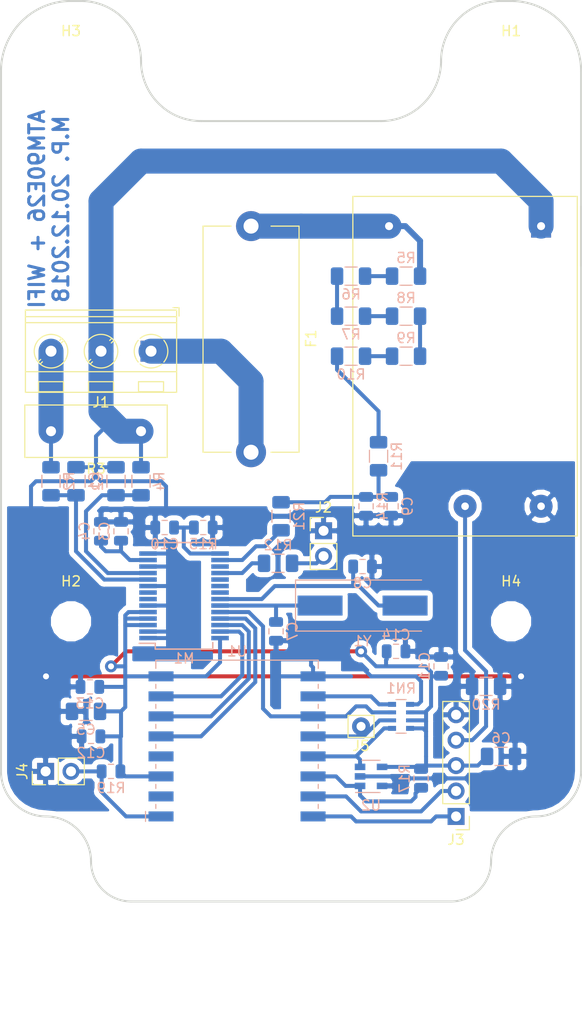
<source format=kicad_pcb>
(kicad_pcb (version 20171130) (host pcbnew 5.0.1)

  (general
    (thickness 1.6)
    (drawings 27)
    (tracks 252)
    (zones 0)
    (modules 47)
    (nets 42)
  )

  (page A4)
  (layers
    (0 F.Cu signal)
    (31 B.Cu signal)
    (32 B.Adhes user hide)
    (33 F.Adhes user hide)
    (34 B.Paste user hide)
    (35 F.Paste user hide)
    (36 B.SilkS user hide)
    (37 F.SilkS user hide)
    (38 B.Mask user hide)
    (39 F.Mask user hide)
    (40 Dwgs.User user hide)
    (41 Cmts.User user hide)
    (42 Eco1.User user hide)
    (43 Eco2.User user hide)
    (44 Edge.Cuts user)
    (45 Margin user hide)
    (46 B.CrtYd user)
    (47 F.CrtYd user hide)
    (48 B.Fab user hide)
    (49 F.Fab user hide)
  )

  (setup
    (last_trace_width 0.4)
    (trace_clearance 0.2)
    (zone_clearance 0.508)
    (zone_45_only no)
    (trace_min 0.2)
    (segment_width 0.2)
    (edge_width 0.2)
    (via_size 1.2)
    (via_drill 0.6)
    (via_min_size 0.4)
    (via_min_drill 0.3)
    (uvia_size 0.3)
    (uvia_drill 0.1)
    (uvias_allowed no)
    (uvia_min_size 0.2)
    (uvia_min_drill 0.1)
    (pcb_text_width 0.3)
    (pcb_text_size 1.5 1.5)
    (mod_edge_width 0.15)
    (mod_text_size 1 1)
    (mod_text_width 0.15)
    (pad_size 1.524 1.524)
    (pad_drill 0.762)
    (pad_to_mask_clearance 0.051)
    (solder_mask_min_width 0.25)
    (aux_axis_origin 148 165)
    (grid_origin 119 165)
    (visible_elements FFFFFF7F)
    (pcbplotparams
      (layerselection 0x01000_fffffffe)
      (usegerberextensions false)
      (usegerberattributes false)
      (usegerberadvancedattributes false)
      (creategerberjobfile false)
      (excludeedgelayer true)
      (linewidth 0.100000)
      (plotframeref false)
      (viasonmask false)
      (mode 1)
      (useauxorigin true)
      (hpglpennumber 1)
      (hpglpenspeed 20)
      (hpglpendiameter 15.000000)
      (psnegative false)
      (psa4output false)
      (plotreference true)
      (plotvalue true)
      (plotinvisibletext false)
      (padsonsilk false)
      (subtractmaskfromsilk false)
      (outputformat 1)
      (mirror false)
      (drillshape 0)
      (scaleselection 1)
      (outputdirectory "gerber"))
  )

  (net 0 "")
  (net 1 "Net-(C7-Pad2)")
  (net 2 GND)
  (net 3 "Net-(C8-Pad1)")
  (net 4 VP)
  (net 5 "Net-(C10-Pad2)")
  (net 6 "Net-(J3-Pad1)")
  (net 7 "Net-(J3-Pad2)")
  (net 8 +3V3)
  (net 9 "Net-(M1-Pad7)")
  (net 10 "Net-(M1-Pad8)")
  (net 11 IP)
  (net 12 IN)
  (net 13 "Net-(M1-Pad17)")
  (net 14 "Net-(M1-Pad18)")
  (net 15 "Net-(M1-Pad19)")
  (net 16 "Net-(M1-Pad20)")
  (net 17 "Net-(M1-Pad21)")
  (net 18 "Net-(R5-Pad2)")
  (net 19 "Net-(R6-Pad1)")
  (net 20 "Net-(R7-Pad2)")
  (net 21 "Net-(R8-Pad1)")
  (net 22 "Net-(R10-Pad2)")
  (net 23 "Net-(R10-Pad1)")
  (net 24 "Net-(U1-Pad4)")
  (net 25 "Net-(U1-Pad2)")
  (net 26 /Neutral_1)
  (net 27 /Line)
  (net 28 /Line_2)
  (net 29 "Net-(C3-Pad2)")
  (net 30 "Net-(J2-Pad2)")
  (net 31 "Net-(R17-Pad2)")
  (net 32 VSUPPLY)
  (net 33 "Net-(J4-Pad2)")
  (net 34 "Net-(M1-Pad16)")
  (net 35 "Net-(RN1-Pad8)")
  (net 36 "Net-(RN1-Pad5)")
  (net 37 CS)
  (net 38 MOSI)
  (net 39 MISO)
  (net 40 SCLK)
  (net 41 "Net-(J5-Pad1)")

  (net_class Default "This is the default net class."
    (clearance 0.2)
    (trace_width 0.4)
    (via_dia 1.2)
    (via_drill 0.6)
    (uvia_dia 0.3)
    (uvia_drill 0.1)
    (add_net CS)
    (add_net IN)
    (add_net IP)
    (add_net MISO)
    (add_net MOSI)
    (add_net "Net-(C10-Pad2)")
    (add_net "Net-(C3-Pad2)")
    (add_net "Net-(C7-Pad2)")
    (add_net "Net-(C8-Pad1)")
    (add_net "Net-(J2-Pad2)")
    (add_net "Net-(J3-Pad1)")
    (add_net "Net-(J3-Pad2)")
    (add_net "Net-(J4-Pad2)")
    (add_net "Net-(J5-Pad1)")
    (add_net "Net-(M1-Pad16)")
    (add_net "Net-(M1-Pad17)")
    (add_net "Net-(M1-Pad18)")
    (add_net "Net-(M1-Pad19)")
    (add_net "Net-(M1-Pad20)")
    (add_net "Net-(M1-Pad21)")
    (add_net "Net-(M1-Pad7)")
    (add_net "Net-(M1-Pad8)")
    (add_net "Net-(R10-Pad1)")
    (add_net "Net-(R10-Pad2)")
    (add_net "Net-(R17-Pad2)")
    (add_net "Net-(R5-Pad2)")
    (add_net "Net-(R6-Pad1)")
    (add_net "Net-(R7-Pad2)")
    (add_net "Net-(R8-Pad1)")
    (add_net "Net-(RN1-Pad5)")
    (add_net "Net-(RN1-Pad8)")
    (add_net "Net-(U1-Pad2)")
    (add_net "Net-(U1-Pad4)")
    (add_net SCLK)
    (add_net VP)
    (add_net VSUPPLY)
  )

  (net_class Mains ""
    (clearance 0.2)
    (trace_width 2.5)
    (via_dia 1.2)
    (via_drill 0.6)
    (uvia_dia 0.3)
    (uvia_drill 0.1)
    (add_net /Line)
    (add_net /Line_2)
    (add_net /Neutral_1)
  )

  (net_class Power ""
    (clearance 0.2)
    (trace_width 0.4)
    (via_dia 1.2)
    (via_drill 0.6)
    (uvia_dia 0.3)
    (uvia_drill 0.1)
    (add_net +3V3)
    (add_net GND)
  )

  (module Connector_Pin:Pin_D0.9mm_L10.0mm_W2.4mm_FlatFork (layer F.Cu) (tedit 5A1DC084) (tstamp 5C2676D1)
    (at 126 147.5)
    (descr "solder Pin_ with flat fork, hole diameter 0.9mm, length 10.0mm, width 2.4mm")
    (tags "solder Pin_ with flat fork")
    (path /5C239DDC)
    (fp_text reference J5 (at 0 1.95) (layer F.SilkS)
      (effects (font (size 1 1) (thickness 0.15)))
    )
    (fp_text value Conn_01x01 (at 0 -2.05) (layer F.Fab)
      (effects (font (size 1 1) (thickness 0.15)))
    )
    (fp_text user %R (at 0 1.95) (layer F.Fab)
      (effects (font (size 1 1) (thickness 0.15)))
    )
    (fp_line (start -1.3 -1.1) (end -1.3 0.6) (layer F.SilkS) (width 0.12))
    (fp_line (start -1.3 0.6) (end -1.3 1.1) (layer F.SilkS) (width 0.12))
    (fp_line (start -1.3 1.1) (end 1.3 1.1) (layer F.SilkS) (width 0.12))
    (fp_line (start 1.3 1.1) (end 1.3 -1.1) (layer F.SilkS) (width 0.12))
    (fp_line (start 1.3 -1.1) (end -1.3 -1.1) (layer F.SilkS) (width 0.12))
    (fp_line (start -1.2 -0.25) (end -1.2 0.25) (layer F.Fab) (width 0.12))
    (fp_line (start -1.2 0.25) (end 1.2 0.25) (layer F.Fab) (width 0.12))
    (fp_line (start 1.2 0.25) (end 1.2 -0.25) (layer F.Fab) (width 0.12))
    (fp_line (start 1.2 -0.25) (end -1.2 -0.25) (layer F.Fab) (width 0.12))
    (fp_line (start -1.7 -1.4) (end 1.7 -1.4) (layer F.CrtYd) (width 0.05))
    (fp_line (start -1.7 -1.4) (end -1.7 1.4) (layer F.CrtYd) (width 0.05))
    (fp_line (start 1.7 1.4) (end 1.7 -1.4) (layer F.CrtYd) (width 0.05))
    (fp_line (start 1.7 1.4) (end -1.7 1.4) (layer F.CrtYd) (width 0.05))
    (pad 1 thru_hole circle (at 0 0) (size 1.8 1.8) (drill 0.9) (layers *.Cu *.Mask)
      (net 41 "Net-(J5-Pad1)"))
    (model ${KISYS3DMOD}/Connector_Pin.3dshapes/Pin_D0.9mm_L10.0mm_W2.4mm_FlatFork.wrl
      (at (xyz 0 0 0))
      (scale (xyz 1 1 1))
      (rotate (xyz 0 0 0))
    )
  )

  (module RF_Module:ESP-07 (layer B.Cu) (tedit 5B1D6972) (tstamp 5C1BAF8D)
    (at 113.6 151.6)
    (descr "Wi-Fi Module, http://wiki.ai-thinker.com/_media/esp8266/docs/a007ps01a2_esp-07_product_specification_v1.2.pdf")
    (tags "Wi-Fi Module")
    (path /5C226517)
    (attr smd)
    (fp_text reference U1 (at 0 -11.6) (layer B.SilkS)
      (effects (font (size 1 1) (thickness 0.15)) (justify mirror))
    )
    (fp_text value ESP-07 (at 0 -9.6) (layer B.Fab)
      (effects (font (size 1 1) (thickness 0.15)) (justify mirror))
    )
    (fp_line (start 8.12 3.7) (end 8.12 4.1) (layer B.SilkS) (width 0.12))
    (fp_line (start -8.12 3.7) (end -8.12 4.1) (layer B.SilkS) (width 0.12))
    (fp_line (start 8.12 1.7) (end 8.12 2.1) (layer B.SilkS) (width 0.12))
    (fp_line (start -8.12 1.7) (end -8.12 2.1) (layer B.SilkS) (width 0.12))
    (fp_line (start 8.12 -0.3) (end 8.12 0.1) (layer B.SilkS) (width 0.12))
    (fp_line (start -8.12 -0.3) (end -8.12 0.1) (layer B.SilkS) (width 0.12))
    (fp_line (start 8.12 -2.3) (end 8.12 -1.9) (layer B.SilkS) (width 0.12))
    (fp_line (start -8.12 -2.3) (end -8.12 -1.9) (layer B.SilkS) (width 0.12))
    (fp_line (start 8.12 -4.3) (end 8.12 -3.9) (layer B.SilkS) (width 0.12))
    (fp_line (start -8.12 -4.3) (end -8.12 -3.9) (layer B.SilkS) (width 0.12))
    (fp_line (start 8.12 -6.3) (end 8.12 -5.9) (layer B.SilkS) (width 0.12))
    (fp_line (start -8.12 -6.3) (end -8.12 -5.9) (layer B.SilkS) (width 0.12))
    (fp_line (start 8.12 -8.3) (end 8.12 -7.9) (layer B.SilkS) (width 0.12))
    (fp_line (start -8.12 -8.3) (end -8.12 -7.9) (layer B.SilkS) (width 0.12))
    (fp_line (start 23 8.6) (end 20.4 6) (layer Dwgs.User) (width 0.12))
    (fp_line (start 23 11.6) (end 17.4 6) (layer Dwgs.User) (width 0.12))
    (fp_line (start 23 14.6) (end 14.4 6) (layer Dwgs.User) (width 0.12))
    (fp_line (start 23 17.6) (end 11.4 6) (layer Dwgs.User) (width 0.12))
    (fp_line (start 23 20.6) (end 8.4 6) (layer Dwgs.User) (width 0.12))
    (fp_line (start 5.4 6) (end 23 23.6) (layer Dwgs.User) (width 0.12))
    (fp_line (start 19 25.6) (end -0.6 6) (layer Dwgs.User) (width 0.12))
    (fp_line (start 16 25.6) (end -3.6 6) (layer Dwgs.User) (width 0.12))
    (fp_line (start 2.4 6) (end 22 25.6) (layer Dwgs.User) (width 0.12))
    (fp_line (start 7 25.6) (end -12.6 6) (layer Dwgs.User) (width 0.12))
    (fp_line (start 10 25.6) (end -9.6 6) (layer Dwgs.User) (width 0.12))
    (fp_line (start -6.6 6) (end 13 25.6) (layer Dwgs.User) (width 0.12))
    (fp_line (start -15.6 6) (end 4 25.6) (layer Dwgs.User) (width 0.12))
    (fp_line (start 1 25.6) (end -18.6 6) (layer Dwgs.User) (width 0.12))
    (fp_line (start -2 25.6) (end -21.6 6) (layer Dwgs.User) (width 0.12))
    (fp_line (start -5 25.6) (end -23 7.6) (layer Dwgs.User) (width 0.12))
    (fp_line (start -8 25.6) (end -23 10.6) (layer Dwgs.User) (width 0.12))
    (fp_line (start -11 25.6) (end -23 13.6) (layer Dwgs.User) (width 0.12))
    (fp_line (start -14 25.6) (end -23 16.6) (layer Dwgs.User) (width 0.12))
    (fp_line (start -17 25.6) (end -23 19.6) (layer Dwgs.User) (width 0.12))
    (fp_line (start -20 25.6) (end -23 22.6) (layer Dwgs.User) (width 0.12))
    (fp_line (start 23 6) (end 23 25.6) (layer Dwgs.User) (width 0.12))
    (fp_line (start 23 6) (end -23 6) (layer Dwgs.User) (width 0.12))
    (fp_line (start -23 25.6) (end -23 6) (layer Dwgs.User) (width 0.12))
    (fp_line (start -23 25.6) (end 23 25.6) (layer Dwgs.User) (width 0.12))
    (fp_line (start -9.15 5.4) (end -9.15 4.4) (layer B.SilkS) (width 0.12))
    (fp_line (start -8.12 -10.72) (end -8.12 -9.9) (layer B.SilkS) (width 0.12))
    (fp_line (start 8.12 -10.72) (end -8.12 -10.72) (layer B.SilkS) (width 0.12))
    (fp_line (start 8.12 -9.9) (end 8.12 -10.72) (layer B.SilkS) (width 0.12))
    (fp_line (start -9.1 -10.85) (end -9.1 10.85) (layer B.CrtYd) (width 0.05))
    (fp_line (start 9.1 -10.85) (end -9.1 -10.85) (layer B.CrtYd) (width 0.05))
    (fp_line (start 9.1 10.85) (end 9.1 -10.85) (layer B.CrtYd) (width 0.05))
    (fp_line (start -9.1 10.85) (end 9.1 10.85) (layer B.CrtYd) (width 0.05))
    (fp_line (start -8 5.4) (end -8 10.6) (layer B.Fab) (width 0.1))
    (fp_line (start -7.5 4.9) (end -8 5.4) (layer B.Fab) (width 0.1))
    (fp_line (start -8 4.4) (end -7.5 4.9) (layer B.Fab) (width 0.1))
    (fp_line (start -8 -10.6) (end -8 4.4) (layer B.Fab) (width 0.1))
    (fp_line (start 8 -10.6) (end -8 -10.6) (layer B.Fab) (width 0.1))
    (fp_line (start 8 10.6) (end 8 -10.6) (layer B.Fab) (width 0.1))
    (fp_line (start -8 10.6) (end 8 10.6) (layer B.Fab) (width 0.1))
    (fp_text user %R (at 0 0) (layer B.Fab)
      (effects (font (size 1 1) (thickness 0.15)) (justify mirror))
    )
    (fp_text user "KEEP-OUT ZONE" (at 0 17.3 -180) (layer Cmts.User)
      (effects (font (size 1 1) (thickness 0.15)))
    )
    (fp_text user "No metal, traces, or components\non any PCB layer if using on-board antenna" (at 0 14.3 -180) (layer Cmts.User)
      (effects (font (size 0.8 0.8) (thickness 0.12)))
    )
    (pad 16 smd rect (at 7.6 4.9) (size 2.5 1) (layers B.Cu B.Paste B.Mask)
      (net 6 "Net-(J3-Pad1)"))
    (pad 15 smd rect (at 7.6 2.9) (size 2.5 1) (layers B.Cu B.Paste B.Mask)
      (net 7 "Net-(J3-Pad2)"))
    (pad 14 smd rect (at 7.6 0.9) (size 2.5 1) (layers B.Cu B.Paste B.Mask)
      (net 31 "Net-(R17-Pad2)"))
    (pad 13 smd rect (at 7.6 -1.1) (size 2.5 1) (layers B.Cu B.Paste B.Mask)
      (net 36 "Net-(RN1-Pad5)"))
    (pad 12 smd rect (at 7.6 -3.1) (size 2.5 1) (layers B.Cu B.Paste B.Mask)
      (net 41 "Net-(J5-Pad1)"))
    (pad 11 smd rect (at 7.6 -5.1) (size 2.5 1) (layers B.Cu B.Paste B.Mask)
      (net 37 CS))
    (pad 10 smd rect (at 7.6 -7.1) (size 2.5 1) (layers B.Cu B.Paste B.Mask)
      (net 35 "Net-(RN1-Pad8)"))
    (pad 9 smd rect (at 7.6 -9.1) (size 2.5 1) (layers B.Cu B.Paste B.Mask)
      (net 2 GND))
    (pad 8 smd rect (at -7.6 -9.1) (size 2.5 1) (layers B.Cu B.Paste B.Mask)
      (net 8 +3V3))
    (pad 7 smd rect (at -7.6 -7.1) (size 2.5 1) (layers B.Cu B.Paste B.Mask)
      (net 38 MOSI))
    (pad 6 smd rect (at -7.6 -5.1) (size 2.5 1) (layers B.Cu B.Paste B.Mask)
      (net 39 MISO))
    (pad 5 smd rect (at -7.6 -3.1) (size 2.5 1) (layers B.Cu B.Paste B.Mask)
      (net 40 SCLK))
    (pad 4 smd rect (at -7.6 -1.1) (size 2.5 1) (layers B.Cu B.Paste B.Mask)
      (net 24 "Net-(U1-Pad4)"))
    (pad 3 smd rect (at -7.6 0.9) (size 2.5 1) (layers B.Cu B.Paste B.Mask)
      (net 8 +3V3))
    (pad 2 smd rect (at -7.6 2.9) (size 2.5 1) (layers B.Cu B.Paste B.Mask)
      (net 25 "Net-(U1-Pad2)"))
    (pad 1 smd rect (at -7.6 4.9) (size 2.5 1) (layers B.Cu B.Paste B.Mask)
      (net 33 "Net-(J4-Pad2)"))
    (model ${KISYS3DMOD}/RF_Module.3dshapes/ESP-07.wrl
      (at (xyz 0 0 0))
      (scale (xyz 1 1 1))
      (rotate (xyz 0 0 0))
    )
  )

  (module Resistor_SMD:R_Array_Convex_4x0603 (layer B.Cu) (tedit 58E0A8B2) (tstamp 5C216FF6)
    (at 130 146.5 180)
    (descr "Chip Resistor Network, ROHM MNR14 (see mnr_g.pdf)")
    (tags "resistor array")
    (path /5C1BF138)
    (attr smd)
    (fp_text reference RN1 (at 0 2.8 180) (layer B.SilkS)
      (effects (font (size 1 1) (thickness 0.15)) (justify mirror))
    )
    (fp_text value R_Pack04 (at 0 -2.8 180) (layer B.Fab)
      (effects (font (size 1 1) (thickness 0.15)) (justify mirror))
    )
    (fp_text user %R (at 0 0 90) (layer B.Fab)
      (effects (font (size 0.5 0.5) (thickness 0.075)) (justify mirror))
    )
    (fp_line (start -0.8 1.6) (end 0.8 1.6) (layer B.Fab) (width 0.1))
    (fp_line (start 0.8 1.6) (end 0.8 -1.6) (layer B.Fab) (width 0.1))
    (fp_line (start 0.8 -1.6) (end -0.8 -1.6) (layer B.Fab) (width 0.1))
    (fp_line (start -0.8 -1.6) (end -0.8 1.6) (layer B.Fab) (width 0.1))
    (fp_line (start 0.5 -1.68) (end -0.5 -1.68) (layer B.SilkS) (width 0.12))
    (fp_line (start 0.5 1.68) (end -0.5 1.68) (layer B.SilkS) (width 0.12))
    (fp_line (start -1.55 1.85) (end 1.55 1.85) (layer B.CrtYd) (width 0.05))
    (fp_line (start -1.55 1.85) (end -1.55 -1.85) (layer B.CrtYd) (width 0.05))
    (fp_line (start 1.55 -1.85) (end 1.55 1.85) (layer B.CrtYd) (width 0.05))
    (fp_line (start 1.55 -1.85) (end -1.55 -1.85) (layer B.CrtYd) (width 0.05))
    (pad 1 smd rect (at -0.9 1.2 180) (size 0.8 0.5) (layers B.Cu B.Paste B.Mask)
      (net 2 GND))
    (pad 3 smd rect (at -0.9 -0.4 180) (size 0.8 0.4) (layers B.Cu B.Paste B.Mask)
      (net 8 +3V3))
    (pad 2 smd rect (at -0.9 0.4 180) (size 0.8 0.4) (layers B.Cu B.Paste B.Mask)
      (net 8 +3V3))
    (pad 4 smd rect (at -0.9 -1.2 180) (size 0.8 0.5) (layers B.Cu B.Paste B.Mask)
      (net 8 +3V3))
    (pad 7 smd rect (at 0.9 0.4 180) (size 0.8 0.4) (layers B.Cu B.Paste B.Mask)
      (net 37 CS))
    (pad 8 smd rect (at 0.9 1.2 180) (size 0.8 0.5) (layers B.Cu B.Paste B.Mask)
      (net 35 "Net-(RN1-Pad8)"))
    (pad 6 smd rect (at 0.9 -0.4 180) (size 0.8 0.4) (layers B.Cu B.Paste B.Mask)
      (net 41 "Net-(J5-Pad1)"))
    (pad 5 smd rect (at 0.9 -1.2 180) (size 0.8 0.5) (layers B.Cu B.Paste B.Mask)
      (net 36 "Net-(RN1-Pad5)"))
    (model ${KISYS3DMOD}/Resistor_SMD.3dshapes/R_Array_Convex_4x0603.wrl
      (at (xyz 0 0 0))
      (scale (xyz 1 1 1))
      (rotate (xyz 0 0 0))
    )
  )

  (module Resistor_SMD:R_1206_3216Metric (layer B.Cu) (tedit 5B301BBD) (tstamp 5C1C2F0D)
    (at 138.5 143.5)
    (descr "Resistor SMD 1206 (3216 Metric), square (rectangular) end terminal, IPC_7351 nominal, (Body size source: http://www.tortai-tech.com/upload/download/2011102023233369053.pdf), generated with kicad-footprint-generator")
    (tags resistor)
    (path /5C4951B5)
    (attr smd)
    (fp_text reference R20 (at 0 1.82) (layer B.SilkS)
      (effects (font (size 1 1) (thickness 0.15)) (justify mirror))
    )
    (fp_text value 0R (at 0 -1.82) (layer B.Fab)
      (effects (font (size 1 1) (thickness 0.15)) (justify mirror))
    )
    (fp_line (start -1.6 -0.8) (end -1.6 0.8) (layer B.Fab) (width 0.1))
    (fp_line (start -1.6 0.8) (end 1.6 0.8) (layer B.Fab) (width 0.1))
    (fp_line (start 1.6 0.8) (end 1.6 -0.8) (layer B.Fab) (width 0.1))
    (fp_line (start 1.6 -0.8) (end -1.6 -0.8) (layer B.Fab) (width 0.1))
    (fp_line (start -0.602064 0.91) (end 0.602064 0.91) (layer B.SilkS) (width 0.12))
    (fp_line (start -0.602064 -0.91) (end 0.602064 -0.91) (layer B.SilkS) (width 0.12))
    (fp_line (start -2.28 -1.12) (end -2.28 1.12) (layer B.CrtYd) (width 0.05))
    (fp_line (start -2.28 1.12) (end 2.28 1.12) (layer B.CrtYd) (width 0.05))
    (fp_line (start 2.28 1.12) (end 2.28 -1.12) (layer B.CrtYd) (width 0.05))
    (fp_line (start 2.28 -1.12) (end -2.28 -1.12) (layer B.CrtYd) (width 0.05))
    (fp_text user %R (at 0 0) (layer B.Fab)
      (effects (font (size 0.8 0.8) (thickness 0.12)) (justify mirror))
    )
    (pad 1 smd roundrect (at -1.4 0) (size 1.25 1.75) (layers B.Cu B.Paste B.Mask) (roundrect_rratio 0.2)
      (net 2 GND))
    (pad 2 smd roundrect (at 1.4 0) (size 1.25 1.75) (layers B.Cu B.Paste B.Mask) (roundrect_rratio 0.2)
      (net 2 GND))
    (model ${KISYS3DMOD}/Resistor_SMD.3dshapes/R_1206_3216Metric.wrl
      (at (xyz 0 0 0))
      (scale (xyz 1 1 1))
      (rotate (xyz 0 0 0))
    )
  )

  (module Resistor_SMD:R_1206_3216Metric (layer B.Cu) (tedit 5B301BBD) (tstamp 5C41B8FC)
    (at 118 126.5 90)
    (descr "Resistor SMD 1206 (3216 Metric), square (rectangular) end terminal, IPC_7351 nominal, (Body size source: http://www.tortai-tech.com/upload/download/2011102023233369053.pdf), generated with kicad-footprint-generator")
    (tags resistor)
    (path /5C4D49FB)
    (attr smd)
    (fp_text reference R21 (at 0 1.82 90) (layer B.SilkS)
      (effects (font (size 1 1) (thickness 0.15)) (justify mirror))
    )
    (fp_text value 0R (at 0 -1.82 90) (layer B.Fab)
      (effects (font (size 1 1) (thickness 0.15)) (justify mirror))
    )
    (fp_line (start -1.6 -0.8) (end -1.6 0.8) (layer B.Fab) (width 0.1))
    (fp_line (start -1.6 0.8) (end 1.6 0.8) (layer B.Fab) (width 0.1))
    (fp_line (start 1.6 0.8) (end 1.6 -0.8) (layer B.Fab) (width 0.1))
    (fp_line (start 1.6 -0.8) (end -1.6 -0.8) (layer B.Fab) (width 0.1))
    (fp_line (start -0.602064 0.91) (end 0.602064 0.91) (layer B.SilkS) (width 0.12))
    (fp_line (start -0.602064 -0.91) (end 0.602064 -0.91) (layer B.SilkS) (width 0.12))
    (fp_line (start -2.28 -1.12) (end -2.28 1.12) (layer B.CrtYd) (width 0.05))
    (fp_line (start -2.28 1.12) (end 2.28 1.12) (layer B.CrtYd) (width 0.05))
    (fp_line (start 2.28 1.12) (end 2.28 -1.12) (layer B.CrtYd) (width 0.05))
    (fp_line (start 2.28 -1.12) (end -2.28 -1.12) (layer B.CrtYd) (width 0.05))
    (fp_text user %R (at 0 0 90) (layer B.Fab)
      (effects (font (size 0.8 0.8) (thickness 0.12)) (justify mirror))
    )
    (pad 1 smd roundrect (at -1.4 0 90) (size 1.25 1.75) (layers B.Cu B.Paste B.Mask) (roundrect_rratio 0.2)
      (net 34 "Net-(M1-Pad16)"))
    (pad 2 smd roundrect (at 1.4 0 90) (size 1.25 1.75) (layers B.Cu B.Paste B.Mask) (roundrect_rratio 0.2)
      (net 4 VP))
    (model ${KISYS3DMOD}/Resistor_SMD.3dshapes/R_1206_3216Metric.wrl
      (at (xyz 0 0 0))
      (scale (xyz 1 1 1))
      (rotate (xyz 0 0 0))
    )
  )

  (module Connector_PinHeader_2.54mm:PinHeader_1x02_P2.54mm_Vertical (layer F.Cu) (tedit 5C1B9935) (tstamp 5C413762)
    (at 94.46 152 90)
    (descr "Through hole straight pin header, 1x02, 2.54mm pitch, single row")
    (tags "Through hole pin header THT 1x02 2.54mm single row")
    (path /5C433ECA)
    (fp_text reference J4 (at 0 -2.33 90) (layer F.SilkS)
      (effects (font (size 1 1) (thickness 0.15)))
    )
    (fp_text value Conn_01x02 (at 0 4.87 90) (layer F.Fab)
      (effects (font (size 1 1) (thickness 0.15)))
    )
    (fp_line (start -0.635 -1.27) (end 1.27 -1.27) (layer F.Fab) (width 0.1))
    (fp_line (start 1.27 -1.27) (end 1.27 3.81) (layer F.Fab) (width 0.1))
    (fp_line (start 1.27 3.81) (end -1.27 3.81) (layer F.Fab) (width 0.1))
    (fp_line (start -1.27 3.81) (end -1.27 -0.635) (layer F.Fab) (width 0.1))
    (fp_line (start -1.27 -0.635) (end -0.635 -1.27) (layer F.Fab) (width 0.1))
    (fp_line (start -1.33 3.87) (end 1.33 3.87) (layer F.SilkS) (width 0.12))
    (fp_line (start -1.33 1.27) (end -1.33 3.87) (layer F.SilkS) (width 0.12))
    (fp_line (start 1.33 1.27) (end 1.33 3.87) (layer F.SilkS) (width 0.12))
    (fp_line (start -1.33 1.27) (end 1.33 1.27) (layer F.SilkS) (width 0.12))
    (fp_line (start -1.33 0) (end -1.33 -1.33) (layer F.SilkS) (width 0.12))
    (fp_line (start -1.33 -1.33) (end 0 -1.33) (layer F.SilkS) (width 0.12))
    (fp_line (start -1.8 -1.8) (end -1.8 4.35) (layer F.CrtYd) (width 0.05))
    (fp_line (start -1.8 4.35) (end 1.8 4.35) (layer F.CrtYd) (width 0.05))
    (fp_line (start 1.8 4.35) (end 1.8 -1.8) (layer F.CrtYd) (width 0.05))
    (fp_line (start 1.8 -1.8) (end -1.8 -1.8) (layer F.CrtYd) (width 0.05))
    (fp_text user %R (at 0 1.27 180) (layer F.Fab)
      (effects (font (size 1 1) (thickness 0.15)))
    )
    (pad 1 thru_hole rect (at 0 0 90) (size 1.7 1.7) (drill 1) (layers *.Cu *.Mask)
      (net 2 GND))
    (pad 2 thru_hole oval (at 0 2.54 90) (size 1.7 1.7) (drill 1) (layers *.Cu *.Mask)
      (net 33 "Net-(J4-Pad2)"))
    (model ${KISYS3DMOD}/Connector_PinHeader_2.54mm.3dshapes/PinHeader_1x02_P2.54mm_Vertical.wrl
      (at (xyz 0 0 0))
      (scale (xyz 1 1 1))
      (rotate (xyz 0 0 0))
    )
  )

  (module Resistor_SMD:R_0805_2012Metric (layer B.Cu) (tedit 5B36C52B) (tstamp 5C413F5A)
    (at 101 152)
    (descr "Resistor SMD 0805 (2012 Metric), square (rectangular) end terminal, IPC_7351 nominal, (Body size source: https://docs.google.com/spreadsheets/d/1BsfQQcO9C6DZCsRaXUlFlo91Tg2WpOkGARC1WS5S8t0/edit?usp=sharing), generated with kicad-footprint-generator")
    (tags resistor)
    (path /5C47B18D)
    (attr smd)
    (fp_text reference R19 (at 0 1.65) (layer B.SilkS)
      (effects (font (size 1 1) (thickness 0.15)) (justify mirror))
    )
    (fp_text value 1k (at 0 -1.65) (layer B.Fab)
      (effects (font (size 1 1) (thickness 0.15)) (justify mirror))
    )
    (fp_line (start -1 -0.6) (end -1 0.6) (layer B.Fab) (width 0.1))
    (fp_line (start -1 0.6) (end 1 0.6) (layer B.Fab) (width 0.1))
    (fp_line (start 1 0.6) (end 1 -0.6) (layer B.Fab) (width 0.1))
    (fp_line (start 1 -0.6) (end -1 -0.6) (layer B.Fab) (width 0.1))
    (fp_line (start -0.258578 0.71) (end 0.258578 0.71) (layer B.SilkS) (width 0.12))
    (fp_line (start -0.258578 -0.71) (end 0.258578 -0.71) (layer B.SilkS) (width 0.12))
    (fp_line (start -1.68 -0.95) (end -1.68 0.95) (layer B.CrtYd) (width 0.05))
    (fp_line (start -1.68 0.95) (end 1.68 0.95) (layer B.CrtYd) (width 0.05))
    (fp_line (start 1.68 0.95) (end 1.68 -0.95) (layer B.CrtYd) (width 0.05))
    (fp_line (start 1.68 -0.95) (end -1.68 -0.95) (layer B.CrtYd) (width 0.05))
    (fp_text user %R (at 0 0) (layer B.Fab)
      (effects (font (size 0.5 0.5) (thickness 0.08)) (justify mirror))
    )
    (pad 1 smd roundrect (at -0.9375 0) (size 0.975 1.4) (layers B.Cu B.Paste B.Mask) (roundrect_rratio 0.25)
      (net 33 "Net-(J4-Pad2)"))
    (pad 2 smd roundrect (at 0.9375 0) (size 0.975 1.4) (layers B.Cu B.Paste B.Mask) (roundrect_rratio 0.25)
      (net 8 +3V3))
    (model ${KISYS3DMOD}/Resistor_SMD.3dshapes/R_0805_2012Metric.wrl
      (at (xyz 0 0 0))
      (scale (xyz 1 1 1))
      (rotate (xyz 0 0 0))
    )
  )

  (module Connector_PinHeader_2.54mm:PinHeader_1x05_P2.54mm_Vertical (layer F.Cu) (tedit 59FED5CC) (tstamp 5C1B8F80)
    (at 135.5 156.5 180)
    (descr "Through hole straight pin header, 1x05, 2.54mm pitch, single row")
    (tags "Through hole pin header THT 1x05 2.54mm single row")
    (path /5C3EC926)
    (fp_text reference J3 (at 0 -2.33 180) (layer F.SilkS)
      (effects (font (size 1 1) (thickness 0.15)))
    )
    (fp_text value Conn_01x05 (at 0 12.49 180) (layer F.Fab)
      (effects (font (size 1 1) (thickness 0.15)))
    )
    (fp_line (start -0.635 -1.27) (end 1.27 -1.27) (layer F.Fab) (width 0.1))
    (fp_line (start 1.27 -1.27) (end 1.27 11.43) (layer F.Fab) (width 0.1))
    (fp_line (start 1.27 11.43) (end -1.27 11.43) (layer F.Fab) (width 0.1))
    (fp_line (start -1.27 11.43) (end -1.27 -0.635) (layer F.Fab) (width 0.1))
    (fp_line (start -1.27 -0.635) (end -0.635 -1.27) (layer F.Fab) (width 0.1))
    (fp_line (start -1.33 11.49) (end 1.33 11.49) (layer F.SilkS) (width 0.12))
    (fp_line (start -1.33 1.27) (end -1.33 11.49) (layer F.SilkS) (width 0.12))
    (fp_line (start 1.33 1.27) (end 1.33 11.49) (layer F.SilkS) (width 0.12))
    (fp_line (start -1.33 1.27) (end 1.33 1.27) (layer F.SilkS) (width 0.12))
    (fp_line (start -1.33 0) (end -1.33 -1.33) (layer F.SilkS) (width 0.12))
    (fp_line (start -1.33 -1.33) (end 0 -1.33) (layer F.SilkS) (width 0.12))
    (fp_line (start -1.8 -1.8) (end -1.8 11.95) (layer F.CrtYd) (width 0.05))
    (fp_line (start -1.8 11.95) (end 1.8 11.95) (layer F.CrtYd) (width 0.05))
    (fp_line (start 1.8 11.95) (end 1.8 -1.8) (layer F.CrtYd) (width 0.05))
    (fp_line (start 1.8 -1.8) (end -1.8 -1.8) (layer F.CrtYd) (width 0.05))
    (fp_text user %R (at 0 5.08 270) (layer F.Fab)
      (effects (font (size 1 1) (thickness 0.15)))
    )
    (pad 1 thru_hole rect (at 0 0 180) (size 1.7 1.7) (drill 1) (layers *.Cu *.Mask)
      (net 6 "Net-(J3-Pad1)"))
    (pad 2 thru_hole oval (at 0 2.54 180) (size 1.7 1.7) (drill 1) (layers *.Cu *.Mask)
      (net 7 "Net-(J3-Pad2)"))
    (pad 3 thru_hole oval (at 0 5.08 180) (size 1.7 1.7) (drill 1) (layers *.Cu *.Mask)
      (net 8 +3V3))
    (pad 4 thru_hole oval (at 0 7.62 180) (size 1.7 1.7) (drill 1) (layers *.Cu *.Mask)
      (net 32 VSUPPLY))
    (pad 5 thru_hole oval (at 0 10.16 180) (size 1.7 1.7) (drill 1) (layers *.Cu *.Mask)
      (net 2 GND))
    (model ${KISYS3DMOD}/Connector_PinHeader_2.54mm.3dshapes/PinHeader_1x05_P2.54mm_Vertical.wrl
      (at (xyz 0 0 0))
      (scale (xyz 1 1 1))
      (rotate (xyz 0 0 0))
    )
  )

  (module Resistor_SMD:R_0805_2012Metric (layer B.Cu) (tedit 5B36C52B) (tstamp 5C4008F2)
    (at 132 152.7 270)
    (descr "Resistor SMD 0805 (2012 Metric), square (rectangular) end terminal, IPC_7351 nominal, (Body size source: https://docs.google.com/spreadsheets/d/1BsfQQcO9C6DZCsRaXUlFlo91Tg2WpOkGARC1WS5S8t0/edit?usp=sharing), generated with kicad-footprint-generator")
    (tags resistor)
    (path /5C3C8294)
    (attr smd)
    (fp_text reference R17 (at 0 1.65 270) (layer B.SilkS)
      (effects (font (size 1 1) (thickness 0.15)) (justify mirror))
    )
    (fp_text value 1k (at 0 -1.65 270) (layer B.Fab)
      (effects (font (size 1 1) (thickness 0.15)) (justify mirror))
    )
    (fp_line (start -1 -0.6) (end -1 0.6) (layer B.Fab) (width 0.1))
    (fp_line (start -1 0.6) (end 1 0.6) (layer B.Fab) (width 0.1))
    (fp_line (start 1 0.6) (end 1 -0.6) (layer B.Fab) (width 0.1))
    (fp_line (start 1 -0.6) (end -1 -0.6) (layer B.Fab) (width 0.1))
    (fp_line (start -0.258578 0.71) (end 0.258578 0.71) (layer B.SilkS) (width 0.12))
    (fp_line (start -0.258578 -0.71) (end 0.258578 -0.71) (layer B.SilkS) (width 0.12))
    (fp_line (start -1.68 -0.95) (end -1.68 0.95) (layer B.CrtYd) (width 0.05))
    (fp_line (start -1.68 0.95) (end 1.68 0.95) (layer B.CrtYd) (width 0.05))
    (fp_line (start 1.68 0.95) (end 1.68 -0.95) (layer B.CrtYd) (width 0.05))
    (fp_line (start 1.68 -0.95) (end -1.68 -0.95) (layer B.CrtYd) (width 0.05))
    (fp_text user %R (at 0 0 270) (layer B.Fab)
      (effects (font (size 0.5 0.5) (thickness 0.08)) (justify mirror))
    )
    (pad 1 smd roundrect (at -0.9375 0 270) (size 0.975 1.4) (layers B.Cu B.Paste B.Mask) (roundrect_rratio 0.25)
      (net 8 +3V3))
    (pad 2 smd roundrect (at 0.9375 0 270) (size 0.975 1.4) (layers B.Cu B.Paste B.Mask) (roundrect_rratio 0.25)
      (net 31 "Net-(R17-Pad2)"))
    (model ${KISYS3DMOD}/Resistor_SMD.3dshapes/R_0805_2012Metric.wrl
      (at (xyz 0 0 0))
      (scale (xyz 1 1 1))
      (rotate (xyz 0 0 0))
    )
  )

  (module Converter_ACDC:Converter_ACDC_MeanWell_IRM-02-xx_THT (layer F.Cu) (tedit 5C1AB946) (tstamp 5C41C27A)
    (at 144 97.5 270)
    (descr "ACDC-Converter, 2W, Meanwell, IRM-02, THT, https://www.meanwell.co.uk/media/productPDF/IRM-02-spec.pdf")
    (tags "ACDC-Converter 2W THT")
    (path /5C1A873C)
    (fp_text reference PS1 (at -0.8 -4.8 270) (layer F.SilkS)
      (effects (font (size 1 1) (thickness 0.15)))
    )
    (fp_text value IRM-02-3.3 (at 15.14 20.15 270) (layer F.Fab)
      (effects (font (size 1 1) (thickness 0.15)))
    )
    (fp_line (start -3.1 18.95) (end -3.1 -3.75) (layer F.CrtYd) (width 0.05))
    (fp_line (start -3.1 -3.75) (end 31.1 -3.75) (layer F.CrtYd) (width 0.05))
    (fp_line (start 31.1 18.95) (end 31.1 -3.75) (layer F.CrtYd) (width 0.05))
    (fp_line (start -3.1 18.95) (end 31.1 18.95) (layer F.CrtYd) (width 0.05))
    (fp_line (start -2.97 18.82) (end -2.97 -3.62) (layer F.SilkS) (width 0.12))
    (fp_line (start 30.97 -3.62) (end 30.97 18.82) (layer F.SilkS) (width 0.12))
    (fp_line (start -2.97 -3.62) (end 30.97 -3.62) (layer F.SilkS) (width 0.12))
    (fp_line (start -2.97 18.82) (end 30.97 18.82) (layer F.SilkS) (width 0.12))
    (fp_line (start -2.85 18.7) (end 30.85 18.7) (layer F.Fab) (width 0.1))
    (fp_line (start 30.85 18.7) (end 30.85 -3.5) (layer F.Fab) (width 0.1))
    (fp_line (start -2.85 18.7) (end -2.85 -3.5) (layer F.Fab) (width 0.1))
    (fp_line (start 1 -3.5) (end 30.85 -3.5) (layer F.Fab) (width 0.1))
    (fp_text user %R (at 14.03 7.47 270) (layer F.Fab)
      (effects (font (size 1 1) (thickness 0.15)))
    )
    (fp_line (start -1 -3.5) (end -2.85 -3.5) (layer F.Fab) (width 0.1))
    (fp_line (start 0 -2.5) (end -1 -3.5) (layer F.Fab) (width 0.1))
    (fp_line (start 1 -3.5) (end 0 -2.5) (layer F.Fab) (width 0.1))
    (fp_line (start -2 -3.95) (end 4 -3.95) (layer F.SilkS) (width 0.12))
    (pad 3 thru_hole circle (at 28 0 270) (size 2.3 2.3) (drill 0.76) (layers *.Cu *.Mask)
      (net 2 GND))
    (pad 1 thru_hole rect (at 0 0 270) (size 2.3 2) (drill 0.8) (layers *.Cu *.Mask)
      (net 2 GND))
    (pad 2 thru_hole circle (at 0 15.2 270) (size 2.3 2.3) (drill 0.8) (layers *.Cu *.Mask)
      (net 28 /Line_2))
    (pad 4 thru_hole circle (at 28 7.6 270) (size 2.3 2.3) (drill 0.76) (layers *.Cu *.Mask)
      (net 32 VSUPPLY))
    (model ${KISYS3DMOD}/Converter_ACDC.3dshapes/Converter_ACDC_MeanWell_IRM-02-xx_THT.wrl
      (at (xyz 0 0 0))
      (scale (xyz 1 1 1))
      (rotate (xyz 0 0 0))
    )
  )

  (module Resistor_SMD:R_0805_2012Metric (layer B.Cu) (tedit 5B36C52B) (tstamp 5C3FEE0A)
    (at 126.5 125.5 90)
    (descr "Resistor SMD 0805 (2012 Metric), square (rectangular) end terminal, IPC_7351 nominal, (Body size source: https://docs.google.com/spreadsheets/d/1BsfQQcO9C6DZCsRaXUlFlo91Tg2WpOkGARC1WS5S8t0/edit?usp=sharing), generated with kicad-footprint-generator")
    (tags resistor)
    (path /5C277E87)
    (attr smd)
    (fp_text reference R14 (at 0 1.65 90) (layer B.SilkS)
      (effects (font (size 1 1) (thickness 0.15)) (justify mirror))
    )
    (fp_text value 1k (at 0 -1.65 90) (layer B.Fab)
      (effects (font (size 1 1) (thickness 0.15)) (justify mirror))
    )
    (fp_text user %R (at 0 0 90) (layer B.Fab)
      (effects (font (size 0.5 0.5) (thickness 0.08)) (justify mirror))
    )
    (fp_line (start 1.68 -0.95) (end -1.68 -0.95) (layer B.CrtYd) (width 0.05))
    (fp_line (start 1.68 0.95) (end 1.68 -0.95) (layer B.CrtYd) (width 0.05))
    (fp_line (start -1.68 0.95) (end 1.68 0.95) (layer B.CrtYd) (width 0.05))
    (fp_line (start -1.68 -0.95) (end -1.68 0.95) (layer B.CrtYd) (width 0.05))
    (fp_line (start -0.258578 -0.71) (end 0.258578 -0.71) (layer B.SilkS) (width 0.12))
    (fp_line (start -0.258578 0.71) (end 0.258578 0.71) (layer B.SilkS) (width 0.12))
    (fp_line (start 1 -0.6) (end -1 -0.6) (layer B.Fab) (width 0.1))
    (fp_line (start 1 0.6) (end 1 -0.6) (layer B.Fab) (width 0.1))
    (fp_line (start -1 0.6) (end 1 0.6) (layer B.Fab) (width 0.1))
    (fp_line (start -1 -0.6) (end -1 0.6) (layer B.Fab) (width 0.1))
    (pad 2 smd roundrect (at 0.9375 0 90) (size 0.975 1.4) (layers B.Cu B.Paste B.Mask) (roundrect_rratio 0.25)
      (net 4 VP))
    (pad 1 smd roundrect (at -0.9375 0 90) (size 0.975 1.4) (layers B.Cu B.Paste B.Mask) (roundrect_rratio 0.25)
      (net 2 GND))
    (model ${KISYS3DMOD}/Resistor_SMD.3dshapes/R_0805_2012Metric.wrl
      (at (xyz 0 0 0))
      (scale (xyz 1 1 1))
      (rotate (xyz 0 0 0))
    )
  )

  (module Resistor_SMD:R_0805_2012Metric (layer B.Cu) (tedit 5B36C52B) (tstamp 5C3FEDFA)
    (at 110.225 127.625)
    (descr "Resistor SMD 0805 (2012 Metric), square (rectangular) end terminal, IPC_7351 nominal, (Body size source: https://docs.google.com/spreadsheets/d/1BsfQQcO9C6DZCsRaXUlFlo91Tg2WpOkGARC1WS5S8t0/edit?usp=sharing), generated with kicad-footprint-generator")
    (tags resistor)
    (path /5C251A0F)
    (attr smd)
    (fp_text reference R15 (at 0 1.65) (layer B.SilkS)
      (effects (font (size 1 1) (thickness 0.15)) (justify mirror))
    )
    (fp_text value 1k (at 0 -1.65) (layer B.Fab)
      (effects (font (size 1 1) (thickness 0.15)) (justify mirror))
    )
    (fp_line (start -1 -0.6) (end -1 0.6) (layer B.Fab) (width 0.1))
    (fp_line (start -1 0.6) (end 1 0.6) (layer B.Fab) (width 0.1))
    (fp_line (start 1 0.6) (end 1 -0.6) (layer B.Fab) (width 0.1))
    (fp_line (start 1 -0.6) (end -1 -0.6) (layer B.Fab) (width 0.1))
    (fp_line (start -0.258578 0.71) (end 0.258578 0.71) (layer B.SilkS) (width 0.12))
    (fp_line (start -0.258578 -0.71) (end 0.258578 -0.71) (layer B.SilkS) (width 0.12))
    (fp_line (start -1.68 -0.95) (end -1.68 0.95) (layer B.CrtYd) (width 0.05))
    (fp_line (start -1.68 0.95) (end 1.68 0.95) (layer B.CrtYd) (width 0.05))
    (fp_line (start 1.68 0.95) (end 1.68 -0.95) (layer B.CrtYd) (width 0.05))
    (fp_line (start 1.68 -0.95) (end -1.68 -0.95) (layer B.CrtYd) (width 0.05))
    (fp_text user %R (at 0 0) (layer B.Fab)
      (effects (font (size 0.5 0.5) (thickness 0.08)) (justify mirror))
    )
    (pad 1 smd roundrect (at -0.9375 0) (size 0.975 1.4) (layers B.Cu B.Paste B.Mask) (roundrect_rratio 0.25)
      (net 5 "Net-(C10-Pad2)"))
    (pad 2 smd roundrect (at 0.9375 0) (size 0.975 1.4) (layers B.Cu B.Paste B.Mask) (roundrect_rratio 0.25)
      (net 2 GND))
    (model ${KISYS3DMOD}/Resistor_SMD.3dshapes/R_0805_2012Metric.wrl
      (at (xyz 0 0 0))
      (scale (xyz 1 1 1))
      (rotate (xyz 0 0 0))
    )
  )

  (module Capacitor_SMD:C_0805_2012Metric (layer B.Cu) (tedit 5B36C52B) (tstamp 5C3FBDC3)
    (at 102 128 270)
    (descr "Capacitor SMD 0805 (2012 Metric), square (rectangular) end terminal, IPC_7351 nominal, (Body size source: https://docs.google.com/spreadsheets/d/1BsfQQcO9C6DZCsRaXUlFlo91Tg2WpOkGARC1WS5S8t0/edit?usp=sharing), generated with kicad-footprint-generator")
    (tags capacitor)
    (path /5C363F6C)
    (attr smd)
    (fp_text reference C3 (at 0 1.65 270) (layer B.SilkS)
      (effects (font (size 1 1) (thickness 0.15)) (justify mirror))
    )
    (fp_text value 22n (at 0 -1.65 270) (layer B.Fab)
      (effects (font (size 1 1) (thickness 0.15)) (justify mirror))
    )
    (fp_text user %R (at 0 0 270) (layer B.Fab)
      (effects (font (size 0.5 0.5) (thickness 0.08)) (justify mirror))
    )
    (fp_line (start 1.68 -0.95) (end -1.68 -0.95) (layer B.CrtYd) (width 0.05))
    (fp_line (start 1.68 0.95) (end 1.68 -0.95) (layer B.CrtYd) (width 0.05))
    (fp_line (start -1.68 0.95) (end 1.68 0.95) (layer B.CrtYd) (width 0.05))
    (fp_line (start -1.68 -0.95) (end -1.68 0.95) (layer B.CrtYd) (width 0.05))
    (fp_line (start -0.258578 -0.71) (end 0.258578 -0.71) (layer B.SilkS) (width 0.12))
    (fp_line (start -0.258578 0.71) (end 0.258578 0.71) (layer B.SilkS) (width 0.12))
    (fp_line (start 1 -0.6) (end -1 -0.6) (layer B.Fab) (width 0.1))
    (fp_line (start 1 0.6) (end 1 -0.6) (layer B.Fab) (width 0.1))
    (fp_line (start -1 0.6) (end 1 0.6) (layer B.Fab) (width 0.1))
    (fp_line (start -1 -0.6) (end -1 0.6) (layer B.Fab) (width 0.1))
    (pad 2 smd roundrect (at 0.9375 0 270) (size 0.975 1.4) (layers B.Cu B.Paste B.Mask) (roundrect_rratio 0.25)
      (net 29 "Net-(C3-Pad2)"))
    (pad 1 smd roundrect (at -0.9375 0 270) (size 0.975 1.4) (layers B.Cu B.Paste B.Mask) (roundrect_rratio 0.25)
      (net 2 GND))
    (model ${KISYS3DMOD}/Capacitor_SMD.3dshapes/C_0805_2012Metric.wrl
      (at (xyz 0 0 0))
      (scale (xyz 1 1 1))
      (rotate (xyz 0 0 0))
    )
  )

  (module Capacitor_SMD:C_0805_2012Metric (layer B.Cu) (tedit 5B36C52B) (tstamp 5C3FBDA3)
    (at 100 128 270)
    (descr "Capacitor SMD 0805 (2012 Metric), square (rectangular) end terminal, IPC_7351 nominal, (Body size source: https://docs.google.com/spreadsheets/d/1BsfQQcO9C6DZCsRaXUlFlo91Tg2WpOkGARC1WS5S8t0/edit?usp=sharing), generated with kicad-footprint-generator")
    (tags capacitor)
    (path /5C35DA74)
    (attr smd)
    (fp_text reference C4 (at 0 1.65 270) (layer B.SilkS)
      (effects (font (size 1 1) (thickness 0.15)) (justify mirror))
    )
    (fp_text value 22n (at 3 0 270) (layer B.Fab)
      (effects (font (size 1 1) (thickness 0.15)) (justify mirror))
    )
    (fp_line (start -1 -0.6) (end -1 0.6) (layer B.Fab) (width 0.1))
    (fp_line (start -1 0.6) (end 1 0.6) (layer B.Fab) (width 0.1))
    (fp_line (start 1 0.6) (end 1 -0.6) (layer B.Fab) (width 0.1))
    (fp_line (start 1 -0.6) (end -1 -0.6) (layer B.Fab) (width 0.1))
    (fp_line (start -0.258578 0.71) (end 0.258578 0.71) (layer B.SilkS) (width 0.12))
    (fp_line (start -0.258578 -0.71) (end 0.258578 -0.71) (layer B.SilkS) (width 0.12))
    (fp_line (start -1.68 -0.95) (end -1.68 0.95) (layer B.CrtYd) (width 0.05))
    (fp_line (start -1.68 0.95) (end 1.68 0.95) (layer B.CrtYd) (width 0.05))
    (fp_line (start 1.68 0.95) (end 1.68 -0.95) (layer B.CrtYd) (width 0.05))
    (fp_line (start 1.68 -0.95) (end -1.68 -0.95) (layer B.CrtYd) (width 0.05))
    (fp_text user %R (at 0 0 270) (layer B.Fab)
      (effects (font (size 0.5 0.5) (thickness 0.08)) (justify mirror))
    )
    (pad 1 smd roundrect (at -0.9375 0 270) (size 0.975 1.4) (layers B.Cu B.Paste B.Mask) (roundrect_rratio 0.25)
      (net 2 GND))
    (pad 2 smd roundrect (at 0.9375 0 270) (size 0.975 1.4) (layers B.Cu B.Paste B.Mask) (roundrect_rratio 0.25)
      (net 29 "Net-(C3-Pad2)"))
    (model ${KISYS3DMOD}/Capacitor_SMD.3dshapes/C_0805_2012Metric.wrl
      (at (xyz 0 0 0))
      (scale (xyz 1 1 1))
      (rotate (xyz 0 0 0))
    )
  )

  (module Capacitor_SMD:C_0805_2012Metric (layer B.Cu) (tedit 5B36C52B) (tstamp 5C41A965)
    (at 134 141.5 270)
    (descr "Capacitor SMD 0805 (2012 Metric), square (rectangular) end terminal, IPC_7351 nominal, (Body size source: https://docs.google.com/spreadsheets/d/1BsfQQcO9C6DZCsRaXUlFlo91Tg2WpOkGARC1WS5S8t0/edit?usp=sharing), generated with kicad-footprint-generator")
    (tags capacitor)
    (path /5C39174C)
    (attr smd)
    (fp_text reference C11 (at 0 1.65 270) (layer B.SilkS)
      (effects (font (size 1 1) (thickness 0.15)) (justify mirror))
    )
    (fp_text value 1u (at 0 -1.65 270) (layer B.Fab)
      (effects (font (size 1 1) (thickness 0.15)) (justify mirror))
    )
    (fp_text user %R (at 0 0 270) (layer B.Fab)
      (effects (font (size 0.5 0.5) (thickness 0.08)) (justify mirror))
    )
    (fp_line (start 1.68 -0.95) (end -1.68 -0.95) (layer B.CrtYd) (width 0.05))
    (fp_line (start 1.68 0.95) (end 1.68 -0.95) (layer B.CrtYd) (width 0.05))
    (fp_line (start -1.68 0.95) (end 1.68 0.95) (layer B.CrtYd) (width 0.05))
    (fp_line (start -1.68 -0.95) (end -1.68 0.95) (layer B.CrtYd) (width 0.05))
    (fp_line (start -0.258578 -0.71) (end 0.258578 -0.71) (layer B.SilkS) (width 0.12))
    (fp_line (start -0.258578 0.71) (end 0.258578 0.71) (layer B.SilkS) (width 0.12))
    (fp_line (start 1 -0.6) (end -1 -0.6) (layer B.Fab) (width 0.1))
    (fp_line (start 1 0.6) (end 1 -0.6) (layer B.Fab) (width 0.1))
    (fp_line (start -1 0.6) (end 1 0.6) (layer B.Fab) (width 0.1))
    (fp_line (start -1 -0.6) (end -1 0.6) (layer B.Fab) (width 0.1))
    (pad 2 smd roundrect (at 0.9375 0 270) (size 0.975 1.4) (layers B.Cu B.Paste B.Mask) (roundrect_rratio 0.25)
      (net 8 +3V3))
    (pad 1 smd roundrect (at -0.9375 0 270) (size 0.975 1.4) (layers B.Cu B.Paste B.Mask) (roundrect_rratio 0.25)
      (net 2 GND))
    (model ${KISYS3DMOD}/Capacitor_SMD.3dshapes/C_0805_2012Metric.wrl
      (at (xyz 0 0 0))
      (scale (xyz 1 1 1))
      (rotate (xyz 0 0 0))
    )
  )

  (module Capacitor_SMD:C_0805_2012Metric (layer B.Cu) (tedit 5B36C52B) (tstamp 5C3FBD11)
    (at 99 148.5)
    (descr "Capacitor SMD 0805 (2012 Metric), square (rectangular) end terminal, IPC_7351 nominal, (Body size source: https://docs.google.com/spreadsheets/d/1BsfQQcO9C6DZCsRaXUlFlo91Tg2WpOkGARC1WS5S8t0/edit?usp=sharing), generated with kicad-footprint-generator")
    (tags capacitor)
    (path /5C39831C)
    (attr smd)
    (fp_text reference C12 (at 0 1.65) (layer B.SilkS)
      (effects (font (size 1 1) (thickness 0.15)) (justify mirror))
    )
    (fp_text value 1u (at -2 0) (layer B.Fab)
      (effects (font (size 1 1) (thickness 0.15)) (justify mirror))
    )
    (fp_line (start -1 -0.6) (end -1 0.6) (layer B.Fab) (width 0.1))
    (fp_line (start -1 0.6) (end 1 0.6) (layer B.Fab) (width 0.1))
    (fp_line (start 1 0.6) (end 1 -0.6) (layer B.Fab) (width 0.1))
    (fp_line (start 1 -0.6) (end -1 -0.6) (layer B.Fab) (width 0.1))
    (fp_line (start -0.258578 0.71) (end 0.258578 0.71) (layer B.SilkS) (width 0.12))
    (fp_line (start -0.258578 -0.71) (end 0.258578 -0.71) (layer B.SilkS) (width 0.12))
    (fp_line (start -1.68 -0.95) (end -1.68 0.95) (layer B.CrtYd) (width 0.05))
    (fp_line (start -1.68 0.95) (end 1.68 0.95) (layer B.CrtYd) (width 0.05))
    (fp_line (start 1.68 0.95) (end 1.68 -0.95) (layer B.CrtYd) (width 0.05))
    (fp_line (start 1.68 -0.95) (end -1.68 -0.95) (layer B.CrtYd) (width 0.05))
    (fp_text user %R (at 0 0) (layer B.Fab)
      (effects (font (size 0.5 0.5) (thickness 0.08)) (justify mirror))
    )
    (pad 1 smd roundrect (at -0.9375 0) (size 0.975 1.4) (layers B.Cu B.Paste B.Mask) (roundrect_rratio 0.25)
      (net 2 GND))
    (pad 2 smd roundrect (at 0.9375 0) (size 0.975 1.4) (layers B.Cu B.Paste B.Mask) (roundrect_rratio 0.25)
      (net 8 +3V3))
    (model ${KISYS3DMOD}/Capacitor_SMD.3dshapes/C_0805_2012Metric.wrl
      (at (xyz 0 0 0))
      (scale (xyz 1 1 1))
      (rotate (xyz 0 0 0))
    )
  )

  (module Capacitor_SMD:C_0805_2012Metric (layer B.Cu) (tedit 5B36C52B) (tstamp 5C3FBD00)
    (at 98.8875 143.55)
    (descr "Capacitor SMD 0805 (2012 Metric), square (rectangular) end terminal, IPC_7351 nominal, (Body size source: https://docs.google.com/spreadsheets/d/1BsfQQcO9C6DZCsRaXUlFlo91Tg2WpOkGARC1WS5S8t0/edit?usp=sharing), generated with kicad-footprint-generator")
    (tags capacitor)
    (path /5C39F3AD)
    (attr smd)
    (fp_text reference C13 (at 0 1.65) (layer B.SilkS)
      (effects (font (size 1 1) (thickness 0.15)) (justify mirror))
    )
    (fp_text value 100n (at 0 -1.65) (layer B.Fab)
      (effects (font (size 1 1) (thickness 0.15)) (justify mirror))
    )
    (fp_text user %R (at 0 0) (layer B.Fab)
      (effects (font (size 0.5 0.5) (thickness 0.08)) (justify mirror))
    )
    (fp_line (start 1.68 -0.95) (end -1.68 -0.95) (layer B.CrtYd) (width 0.05))
    (fp_line (start 1.68 0.95) (end 1.68 -0.95) (layer B.CrtYd) (width 0.05))
    (fp_line (start -1.68 0.95) (end 1.68 0.95) (layer B.CrtYd) (width 0.05))
    (fp_line (start -1.68 -0.95) (end -1.68 0.95) (layer B.CrtYd) (width 0.05))
    (fp_line (start -0.258578 -0.71) (end 0.258578 -0.71) (layer B.SilkS) (width 0.12))
    (fp_line (start -0.258578 0.71) (end 0.258578 0.71) (layer B.SilkS) (width 0.12))
    (fp_line (start 1 -0.6) (end -1 -0.6) (layer B.Fab) (width 0.1))
    (fp_line (start 1 0.6) (end 1 -0.6) (layer B.Fab) (width 0.1))
    (fp_line (start -1 0.6) (end 1 0.6) (layer B.Fab) (width 0.1))
    (fp_line (start -1 -0.6) (end -1 0.6) (layer B.Fab) (width 0.1))
    (pad 2 smd roundrect (at 0.9375 0) (size 0.975 1.4) (layers B.Cu B.Paste B.Mask) (roundrect_rratio 0.25)
      (net 8 +3V3))
    (pad 1 smd roundrect (at -0.9375 0) (size 0.975 1.4) (layers B.Cu B.Paste B.Mask) (roundrect_rratio 0.25)
      (net 2 GND))
    (model ${KISYS3DMOD}/Capacitor_SMD.3dshapes/C_0805_2012Metric.wrl
      (at (xyz 0 0 0))
      (scale (xyz 1 1 1))
      (rotate (xyz 0 0 0))
    )
  )

  (module Capacitor_SMD:C_0805_2012Metric (layer B.Cu) (tedit 5B36C52B) (tstamp 5C3FBCEF)
    (at 129.5 140 180)
    (descr "Capacitor SMD 0805 (2012 Metric), square (rectangular) end terminal, IPC_7351 nominal, (Body size source: https://docs.google.com/spreadsheets/d/1BsfQQcO9C6DZCsRaXUlFlo91Tg2WpOkGARC1WS5S8t0/edit?usp=sharing), generated with kicad-footprint-generator")
    (tags capacitor)
    (path /5C3A6395)
    (attr smd)
    (fp_text reference C14 (at 0 1.65 180) (layer B.SilkS)
      (effects (font (size 1 1) (thickness 0.15)) (justify mirror))
    )
    (fp_text value 100n (at 0 -1.65 180) (layer B.Fab)
      (effects (font (size 1 1) (thickness 0.15)) (justify mirror))
    )
    (fp_line (start -1 -0.6) (end -1 0.6) (layer B.Fab) (width 0.1))
    (fp_line (start -1 0.6) (end 1 0.6) (layer B.Fab) (width 0.1))
    (fp_line (start 1 0.6) (end 1 -0.6) (layer B.Fab) (width 0.1))
    (fp_line (start 1 -0.6) (end -1 -0.6) (layer B.Fab) (width 0.1))
    (fp_line (start -0.258578 0.71) (end 0.258578 0.71) (layer B.SilkS) (width 0.12))
    (fp_line (start -0.258578 -0.71) (end 0.258578 -0.71) (layer B.SilkS) (width 0.12))
    (fp_line (start -1.68 -0.95) (end -1.68 0.95) (layer B.CrtYd) (width 0.05))
    (fp_line (start -1.68 0.95) (end 1.68 0.95) (layer B.CrtYd) (width 0.05))
    (fp_line (start 1.68 0.95) (end 1.68 -0.95) (layer B.CrtYd) (width 0.05))
    (fp_line (start 1.68 -0.95) (end -1.68 -0.95) (layer B.CrtYd) (width 0.05))
    (fp_text user %R (at 0 0 180) (layer B.Fab)
      (effects (font (size 0.5 0.5) (thickness 0.08)) (justify mirror))
    )
    (pad 1 smd roundrect (at -0.9375 0 180) (size 0.975 1.4) (layers B.Cu B.Paste B.Mask) (roundrect_rratio 0.25)
      (net 2 GND))
    (pad 2 smd roundrect (at 0.9375 0 180) (size 0.975 1.4) (layers B.Cu B.Paste B.Mask) (roundrect_rratio 0.25)
      (net 8 +3V3))
    (model ${KISYS3DMOD}/Capacitor_SMD.3dshapes/C_0805_2012Metric.wrl
      (at (xyz 0 0 0))
      (scale (xyz 1 1 1))
      (rotate (xyz 0 0 0))
    )
  )

  (module Capacitor_SMD:C_1206_3216Metric (layer B.Cu) (tedit 5B301BBE) (tstamp 5C3FBCBE)
    (at 140 150.5 180)
    (descr "Capacitor SMD 1206 (3216 Metric), square (rectangular) end terminal, IPC_7351 nominal, (Body size source: http://www.tortai-tech.com/upload/download/2011102023233369053.pdf), generated with kicad-footprint-generator")
    (tags capacitor)
    (path /5C376E72)
    (attr smd)
    (fp_text reference C6 (at 0 1.82 180) (layer B.SilkS)
      (effects (font (size 1 1) (thickness 0.15)) (justify mirror))
    )
    (fp_text value 10u (at 0 -1.82 180) (layer B.Fab)
      (effects (font (size 1 1) (thickness 0.15)) (justify mirror))
    )
    (fp_text user %R (at 0 0 180) (layer B.Fab)
      (effects (font (size 0.8 0.8) (thickness 0.12)) (justify mirror))
    )
    (fp_line (start 2.28 -1.12) (end -2.28 -1.12) (layer B.CrtYd) (width 0.05))
    (fp_line (start 2.28 1.12) (end 2.28 -1.12) (layer B.CrtYd) (width 0.05))
    (fp_line (start -2.28 1.12) (end 2.28 1.12) (layer B.CrtYd) (width 0.05))
    (fp_line (start -2.28 -1.12) (end -2.28 1.12) (layer B.CrtYd) (width 0.05))
    (fp_line (start -0.602064 -0.91) (end 0.602064 -0.91) (layer B.SilkS) (width 0.12))
    (fp_line (start -0.602064 0.91) (end 0.602064 0.91) (layer B.SilkS) (width 0.12))
    (fp_line (start 1.6 -0.8) (end -1.6 -0.8) (layer B.Fab) (width 0.1))
    (fp_line (start 1.6 0.8) (end 1.6 -0.8) (layer B.Fab) (width 0.1))
    (fp_line (start -1.6 0.8) (end 1.6 0.8) (layer B.Fab) (width 0.1))
    (fp_line (start -1.6 -0.8) (end -1.6 0.8) (layer B.Fab) (width 0.1))
    (pad 2 smd roundrect (at 1.4 0 180) (size 1.25 1.75) (layers B.Cu B.Paste B.Mask) (roundrect_rratio 0.2)
      (net 8 +3V3))
    (pad 1 smd roundrect (at -1.4 0 180) (size 1.25 1.75) (layers B.Cu B.Paste B.Mask) (roundrect_rratio 0.2)
      (net 2 GND))
    (model ${KISYS3DMOD}/Capacitor_SMD.3dshapes/C_1206_3216Metric.wrl
      (at (xyz 0 0 0))
      (scale (xyz 1 1 1))
      (rotate (xyz 0 0 0))
    )
  )

  (module Capacitor_SMD:C_1206_3216Metric (layer B.Cu) (tedit 5B301BBE) (tstamp 5C3FBC9E)
    (at 98.5 146)
    (descr "Capacitor SMD 1206 (3216 Metric), square (rectangular) end terminal, IPC_7351 nominal, (Body size source: http://www.tortai-tech.com/upload/download/2011102023233369053.pdf), generated with kicad-footprint-generator")
    (tags capacitor)
    (path /5C38AE92)
    (attr smd)
    (fp_text reference C5 (at 0 1.82) (layer B.SilkS)
      (effects (font (size 1 1) (thickness 0.15)) (justify mirror))
    )
    (fp_text value 10u (at -3.5 0) (layer B.Fab)
      (effects (font (size 1 1) (thickness 0.15)) (justify mirror))
    )
    (fp_line (start -1.6 -0.8) (end -1.6 0.8) (layer B.Fab) (width 0.1))
    (fp_line (start -1.6 0.8) (end 1.6 0.8) (layer B.Fab) (width 0.1))
    (fp_line (start 1.6 0.8) (end 1.6 -0.8) (layer B.Fab) (width 0.1))
    (fp_line (start 1.6 -0.8) (end -1.6 -0.8) (layer B.Fab) (width 0.1))
    (fp_line (start -0.602064 0.91) (end 0.602064 0.91) (layer B.SilkS) (width 0.12))
    (fp_line (start -0.602064 -0.91) (end 0.602064 -0.91) (layer B.SilkS) (width 0.12))
    (fp_line (start -2.28 -1.12) (end -2.28 1.12) (layer B.CrtYd) (width 0.05))
    (fp_line (start -2.28 1.12) (end 2.28 1.12) (layer B.CrtYd) (width 0.05))
    (fp_line (start 2.28 1.12) (end 2.28 -1.12) (layer B.CrtYd) (width 0.05))
    (fp_line (start 2.28 -1.12) (end -2.28 -1.12) (layer B.CrtYd) (width 0.05))
    (fp_text user %R (at 0 0) (layer B.Fab)
      (effects (font (size 0.8 0.8) (thickness 0.12)) (justify mirror))
    )
    (pad 1 smd roundrect (at -1.4 0) (size 1.25 1.75) (layers B.Cu B.Paste B.Mask) (roundrect_rratio 0.2)
      (net 2 GND))
    (pad 2 smd roundrect (at 1.4 0) (size 1.25 1.75) (layers B.Cu B.Paste B.Mask) (roundrect_rratio 0.2)
      (net 8 +3V3))
    (model ${KISYS3DMOD}/Capacitor_SMD.3dshapes/C_1206_3216Metric.wrl
      (at (xyz 0 0 0))
      (scale (xyz 1 1 1))
      (rotate (xyz 0 0 0))
    )
  )

  (module TerminalBlock_RND:TerminalBlock_RND_205-00046_1x03_P5.00mm_Horizontal (layer F.Cu) (tedit 5B294EE1) (tstamp 5C3ED700)
    (at 105 110 180)
    (descr "terminal block RND 205-00046, 3 pins, pitch 5mm, size 15x8.1mm^2, drill diamater 1.1mm, pad diameter 2.1mm, see http://cdn-reichelt.de/documents/datenblatt/C151/RND_205-00045_DB_EN.pdf, script-generated using https://github.com/pointhi/kicad-footprint-generator/scripts/TerminalBlock_RND")
    (tags "THT terminal block RND 205-00046 pitch 5mm size 15x8.1mm^2 drill 1.1mm pad 2.1mm")
    (path /5C1A7F5F)
    (fp_text reference J1 (at 5 -5.11 180) (layer F.SilkS)
      (effects (font (size 1 1) (thickness 0.15)))
    )
    (fp_text value Conn_01x03 (at 5 5.11 180) (layer F.Fab)
      (effects (font (size 1 1) (thickness 0.15)))
    )
    (fp_arc (start 0 0) (end 0 1.68) (angle -40) (layer F.SilkS) (width 0.12))
    (fp_arc (start 0 0) (end 1.287 1.08) (angle -80) (layer F.SilkS) (width 0.12))
    (fp_arc (start 0 0) (end 1.08 -1.287) (angle -80) (layer F.SilkS) (width 0.12))
    (fp_arc (start 0 0) (end -1.287 -1.081) (angle -80) (layer F.SilkS) (width 0.12))
    (fp_arc (start 0 0) (end -1.081 1.287) (angle -41) (layer F.SilkS) (width 0.12))
    (fp_circle (center 0 0) (end 1.5 0) (layer F.Fab) (width 0.1))
    (fp_circle (center 5 0) (end 6.5 0) (layer F.Fab) (width 0.1))
    (fp_circle (center 5 0) (end 6.68 0) (layer F.SilkS) (width 0.12))
    (fp_circle (center 10 0) (end 11.5 0) (layer F.Fab) (width 0.1))
    (fp_circle (center 10 0) (end 11.68 0) (layer F.SilkS) (width 0.12))
    (fp_line (start -2.5 -4.05) (end 12.5 -4.05) (layer F.Fab) (width 0.1))
    (fp_line (start 12.5 -4.05) (end 12.5 4.05) (layer F.Fab) (width 0.1))
    (fp_line (start 12.5 4.05) (end -1.9 4.05) (layer F.Fab) (width 0.1))
    (fp_line (start -1.9 4.05) (end -2.5 3.45) (layer F.Fab) (width 0.1))
    (fp_line (start -2.5 3.45) (end -2.5 -4.05) (layer F.Fab) (width 0.1))
    (fp_line (start -2.5 3.45) (end 12.5 3.45) (layer F.Fab) (width 0.1))
    (fp_line (start -2.56 3.45) (end 12.56 3.45) (layer F.SilkS) (width 0.12))
    (fp_line (start -2.5 2.85) (end 12.5 2.85) (layer F.Fab) (width 0.1))
    (fp_line (start -2.56 2.85) (end 12.56 2.85) (layer F.SilkS) (width 0.12))
    (fp_line (start -2.5 -2.05) (end 12.5 -2.05) (layer F.Fab) (width 0.1))
    (fp_line (start -2.56 -2.05) (end 12.56 -2.05) (layer F.SilkS) (width 0.12))
    (fp_line (start -2.56 -4.11) (end 12.56 -4.11) (layer F.SilkS) (width 0.12))
    (fp_line (start -2.56 4.11) (end 12.56 4.11) (layer F.SilkS) (width 0.12))
    (fp_line (start -2.56 -4.11) (end -2.56 4.11) (layer F.SilkS) (width 0.12))
    (fp_line (start 12.56 -4.11) (end 12.56 4.11) (layer F.SilkS) (width 0.12))
    (fp_line (start 1.138 -0.955) (end -0.955 1.138) (layer F.Fab) (width 0.1))
    (fp_line (start 0.955 -1.138) (end -1.138 0.955) (layer F.Fab) (width 0.1))
    (fp_line (start -1.25 -4.05) (end -1.25 -3.05) (layer F.Fab) (width 0.1))
    (fp_line (start -1.25 -3.05) (end 1.25 -3.05) (layer F.Fab) (width 0.1))
    (fp_line (start 1.25 -3.05) (end 1.25 -4.05) (layer F.Fab) (width 0.1))
    (fp_line (start 1.25 -4.05) (end -1.25 -4.05) (layer F.Fab) (width 0.1))
    (fp_line (start -1.25 -4.05) (end 1.25 -4.05) (layer F.SilkS) (width 0.12))
    (fp_line (start -1.25 -3.05) (end 1.25 -3.05) (layer F.SilkS) (width 0.12))
    (fp_line (start -1.25 -4.05) (end -1.25 -3.05) (layer F.SilkS) (width 0.12))
    (fp_line (start 1.25 -4.05) (end 1.25 -3.05) (layer F.SilkS) (width 0.12))
    (fp_line (start 6.138 -0.955) (end 4.046 1.138) (layer F.Fab) (width 0.1))
    (fp_line (start 5.955 -1.138) (end 3.863 0.955) (layer F.Fab) (width 0.1))
    (fp_line (start 6.275 -1.069) (end 6.029 -0.823) (layer F.SilkS) (width 0.12))
    (fp_line (start 4.13 1.075) (end 3.931 1.274) (layer F.SilkS) (width 0.12))
    (fp_line (start 6.07 -1.275) (end 5.859 -1.064) (layer F.SilkS) (width 0.12))
    (fp_line (start 3.972 0.823) (end 3.726 1.069) (layer F.SilkS) (width 0.12))
    (fp_line (start 3.75 -4.05) (end 3.75 -3.05) (layer F.Fab) (width 0.1))
    (fp_line (start 3.75 -3.05) (end 6.25 -3.05) (layer F.Fab) (width 0.1))
    (fp_line (start 6.25 -3.05) (end 6.25 -4.05) (layer F.Fab) (width 0.1))
    (fp_line (start 6.25 -4.05) (end 3.75 -4.05) (layer F.Fab) (width 0.1))
    (fp_line (start 3.75 -4.05) (end 6.25 -4.05) (layer F.SilkS) (width 0.12))
    (fp_line (start 3.75 -3.05) (end 6.25 -3.05) (layer F.SilkS) (width 0.12))
    (fp_line (start 3.75 -4.05) (end 3.75 -3.05) (layer F.SilkS) (width 0.12))
    (fp_line (start 6.25 -4.05) (end 6.25 -3.05) (layer F.SilkS) (width 0.12))
    (fp_line (start 11.138 -0.955) (end 9.046 1.138) (layer F.Fab) (width 0.1))
    (fp_line (start 10.955 -1.138) (end 8.863 0.955) (layer F.Fab) (width 0.1))
    (fp_line (start 11.275 -1.069) (end 11.029 -0.823) (layer F.SilkS) (width 0.12))
    (fp_line (start 9.13 1.075) (end 8.931 1.274) (layer F.SilkS) (width 0.12))
    (fp_line (start 11.07 -1.275) (end 10.859 -1.064) (layer F.SilkS) (width 0.12))
    (fp_line (start 8.972 0.823) (end 8.726 1.069) (layer F.SilkS) (width 0.12))
    (fp_line (start 8.75 -4.05) (end 8.75 -3.05) (layer F.Fab) (width 0.1))
    (fp_line (start 8.75 -3.05) (end 11.25 -3.05) (layer F.Fab) (width 0.1))
    (fp_line (start 11.25 -3.05) (end 11.25 -4.05) (layer F.Fab) (width 0.1))
    (fp_line (start 11.25 -4.05) (end 8.75 -4.05) (layer F.Fab) (width 0.1))
    (fp_line (start 8.75 -4.05) (end 11.25 -4.05) (layer F.SilkS) (width 0.12))
    (fp_line (start 8.75 -3.05) (end 11.25 -3.05) (layer F.SilkS) (width 0.12))
    (fp_line (start 8.75 -4.05) (end 8.75 -3.05) (layer F.SilkS) (width 0.12))
    (fp_line (start 11.25 -4.05) (end 11.25 -3.05) (layer F.SilkS) (width 0.12))
    (fp_line (start -2.8 3.51) (end -2.8 4.35) (layer F.SilkS) (width 0.12))
    (fp_line (start -2.8 4.35) (end -2.2 4.35) (layer F.SilkS) (width 0.12))
    (fp_line (start -3 -4.55) (end -3 4.55) (layer F.CrtYd) (width 0.05))
    (fp_line (start -3 4.55) (end 13 4.55) (layer F.CrtYd) (width 0.05))
    (fp_line (start 13 4.55) (end 13 -4.55) (layer F.CrtYd) (width 0.05))
    (fp_line (start 13 -4.55) (end -3 -4.55) (layer F.CrtYd) (width 0.05))
    (fp_text user %R (at 5 -5.11 180) (layer F.Fab)
      (effects (font (size 1 1) (thickness 0.15)))
    )
    (pad 1 thru_hole rect (at 0 0 180) (size 2.1 2.1) (drill 1.1) (layers *.Cu *.Mask)
      (net 27 /Line))
    (pad 2 thru_hole circle (at 5 0 180) (size 2.1 2.1) (drill 1.1) (layers *.Cu *.Mask)
      (net 2 GND))
    (pad 3 thru_hole circle (at 10 0 180) (size 2.1 2.1) (drill 1.1) (layers *.Cu *.Mask)
      (net 26 /Neutral_1))
    (model ${KISYS3DMOD}/TerminalBlock_RND.3dshapes/TerminalBlock_RND_205-00046_1x03_P5.00mm_Horizontal.wrl
      (at (xyz 0 0 0))
      (scale (xyz 1 1 1))
      (rotate (xyz 0 0 0))
    )
  )

  (module Capacitor_SMD:C_1206_3216Metric (layer B.Cu) (tedit 5B301BBE) (tstamp 5C3CDB96)
    (at 97.5 123 90)
    (descr "Capacitor SMD 1206 (3216 Metric), square (rectangular) end terminal, IPC_7351 nominal, (Body size source: http://www.tortai-tech.com/upload/download/2011102023233369053.pdf), generated with kicad-footprint-generator")
    (tags capacitor)
    (path /5C1E4B4B)
    (attr smd)
    (fp_text reference C1 (at 0 1.82 90) (layer B.SilkS)
      (effects (font (size 1 1) (thickness 0.15)) (justify mirror))
    )
    (fp_text value 330n (at 4 0 90) (layer B.Fab)
      (effects (font (size 1 1) (thickness 0.15)) (justify mirror))
    )
    (fp_line (start -1.6 -0.8) (end -1.6 0.8) (layer B.Fab) (width 0.1))
    (fp_line (start -1.6 0.8) (end 1.6 0.8) (layer B.Fab) (width 0.1))
    (fp_line (start 1.6 0.8) (end 1.6 -0.8) (layer B.Fab) (width 0.1))
    (fp_line (start 1.6 -0.8) (end -1.6 -0.8) (layer B.Fab) (width 0.1))
    (fp_line (start -0.602064 0.91) (end 0.602064 0.91) (layer B.SilkS) (width 0.12))
    (fp_line (start -0.602064 -0.91) (end 0.602064 -0.91) (layer B.SilkS) (width 0.12))
    (fp_line (start -2.28 -1.12) (end -2.28 1.12) (layer B.CrtYd) (width 0.05))
    (fp_line (start -2.28 1.12) (end 2.28 1.12) (layer B.CrtYd) (width 0.05))
    (fp_line (start 2.28 1.12) (end 2.28 -1.12) (layer B.CrtYd) (width 0.05))
    (fp_line (start 2.28 -1.12) (end -2.28 -1.12) (layer B.CrtYd) (width 0.05))
    (fp_text user %R (at 0 0 90) (layer B.Fab)
      (effects (font (size 0.8 0.8) (thickness 0.12)) (justify mirror))
    )
    (pad 1 smd roundrect (at -1.4 0 90) (size 1.25 1.75) (layers B.Cu B.Paste B.Mask) (roundrect_rratio 0.2)
      (net 11 IP))
    (pad 2 smd roundrect (at 1.4 0 90) (size 1.25 1.75) (layers B.Cu B.Paste B.Mask) (roundrect_rratio 0.2)
      (net 2 GND))
    (model ${KISYS3DMOD}/Capacitor_SMD.3dshapes/C_1206_3216Metric.wrl
      (at (xyz 0 0 0))
      (scale (xyz 1 1 1))
      (rotate (xyz 0 0 0))
    )
  )

  (module Capacitor_SMD:C_1206_3216Metric (layer B.Cu) (tedit 5B301BBE) (tstamp 5C3CDB85)
    (at 101.5 123 270)
    (descr "Capacitor SMD 1206 (3216 Metric), square (rectangular) end terminal, IPC_7351 nominal, (Body size source: http://www.tortai-tech.com/upload/download/2011102023233369053.pdf), generated with kicad-footprint-generator")
    (tags capacitor)
    (path /5C1E5063)
    (attr smd)
    (fp_text reference C2 (at 0 1.82 270) (layer B.SilkS)
      (effects (font (size 1 1) (thickness 0.15)) (justify mirror))
    )
    (fp_text value 330n (at -3.5 0 270) (layer B.Fab)
      (effects (font (size 1 1) (thickness 0.15)) (justify mirror))
    )
    (fp_text user %R (at 0 0 270) (layer B.Fab)
      (effects (font (size 0.8 0.8) (thickness 0.12)) (justify mirror))
    )
    (fp_line (start 2.28 -1.12) (end -2.28 -1.12) (layer B.CrtYd) (width 0.05))
    (fp_line (start 2.28 1.12) (end 2.28 -1.12) (layer B.CrtYd) (width 0.05))
    (fp_line (start -2.28 1.12) (end 2.28 1.12) (layer B.CrtYd) (width 0.05))
    (fp_line (start -2.28 -1.12) (end -2.28 1.12) (layer B.CrtYd) (width 0.05))
    (fp_line (start -0.602064 -0.91) (end 0.602064 -0.91) (layer B.SilkS) (width 0.12))
    (fp_line (start -0.602064 0.91) (end 0.602064 0.91) (layer B.SilkS) (width 0.12))
    (fp_line (start 1.6 -0.8) (end -1.6 -0.8) (layer B.Fab) (width 0.1))
    (fp_line (start 1.6 0.8) (end 1.6 -0.8) (layer B.Fab) (width 0.1))
    (fp_line (start -1.6 0.8) (end 1.6 0.8) (layer B.Fab) (width 0.1))
    (fp_line (start -1.6 -0.8) (end -1.6 0.8) (layer B.Fab) (width 0.1))
    (pad 2 smd roundrect (at 1.4 0 270) (size 1.25 1.75) (layers B.Cu B.Paste B.Mask) (roundrect_rratio 0.2)
      (net 12 IN))
    (pad 1 smd roundrect (at -1.4 0 270) (size 1.25 1.75) (layers B.Cu B.Paste B.Mask) (roundrect_rratio 0.2)
      (net 2 GND))
    (model ${KISYS3DMOD}/Capacitor_SMD.3dshapes/C_1206_3216Metric.wrl
      (at (xyz 0 0 0))
      (scale (xyz 1 1 1))
      (rotate (xyz 0 0 0))
    )
  )

  (module MountingHole:MountingHole_3mm locked (layer F.Cu) (tedit 56D1B4CB) (tstamp 5C3FA2FB)
    (at 141 137)
    (descr "Mounting Hole 3mm, no annular")
    (tags "mounting hole 3mm no annular")
    (path /5C30EA0D)
    (attr virtual)
    (fp_text reference H4 (at 0 -4) (layer F.SilkS)
      (effects (font (size 1 1) (thickness 0.15)))
    )
    (fp_text value MountingHole (at 0 4) (layer F.Fab)
      (effects (font (size 1 1) (thickness 0.15)))
    )
    (fp_circle (center 0 0) (end 3.25 0) (layer F.CrtYd) (width 0.05))
    (fp_circle (center 0 0) (end 3 0) (layer Cmts.User) (width 0.15))
    (fp_text user %R (at 0.3 0) (layer F.Fab)
      (effects (font (size 1 1) (thickness 0.15)))
    )
    (pad 1 np_thru_hole circle (at 0 0) (size 3 3) (drill 3) (layers *.Cu *.Mask))
  )

  (module MountingHole:MountingHole_3mm locked (layer F.Cu) (tedit 56D1B4CB) (tstamp 5C3CDA59)
    (at 141 82)
    (descr "Mounting Hole 3mm, no annular")
    (tags "mounting hole 3mm no annular")
    (path /5C30E2BC)
    (attr virtual)
    (fp_text reference H1 (at 0 -4) (layer F.SilkS)
      (effects (font (size 1 1) (thickness 0.15)))
    )
    (fp_text value MountingHole (at 0 4) (layer F.Fab)
      (effects (font (size 1 1) (thickness 0.15)))
    )
    (fp_text user %R (at 0.3 0) (layer F.Fab)
      (effects (font (size 1 1) (thickness 0.15)))
    )
    (fp_circle (center 0 0) (end 3 0) (layer Cmts.User) (width 0.15))
    (fp_circle (center 0 0) (end 3.25 0) (layer F.CrtYd) (width 0.05))
    (pad 1 np_thru_hole circle (at 0 0) (size 3 3) (drill 3) (layers *.Cu *.Mask))
  )

  (module MountingHole:MountingHole_3mm locked (layer F.Cu) (tedit 56D1B4CB) (tstamp 5C3CDA51)
    (at 97 137)
    (descr "Mounting Hole 3mm, no annular")
    (tags "mounting hole 3mm no annular")
    (path /5C30EA65)
    (attr virtual)
    (fp_text reference H2 (at 0 -4) (layer F.SilkS)
      (effects (font (size 1 1) (thickness 0.15)))
    )
    (fp_text value MountingHole (at 0 4) (layer F.Fab)
      (effects (font (size 1 1) (thickness 0.15)))
    )
    (fp_circle (center 0 0) (end 3.25 0) (layer F.CrtYd) (width 0.05))
    (fp_circle (center 0 0) (end 3 0) (layer Cmts.User) (width 0.15))
    (fp_text user %R (at 0.3 0) (layer F.Fab)
      (effects (font (size 1 1) (thickness 0.15)))
    )
    (pad 1 np_thru_hole circle (at 0 0) (size 3 3) (drill 3) (layers *.Cu *.Mask))
  )

  (module MountingHole:MountingHole_3mm locked (layer F.Cu) (tedit 56D1B4CB) (tstamp 5C3CDA49)
    (at 97 82)
    (descr "Mounting Hole 3mm, no annular")
    (tags "mounting hole 3mm no annular")
    (path /5C30E9AD)
    (attr virtual)
    (fp_text reference H3 (at 0 -4) (layer F.SilkS)
      (effects (font (size 1 1) (thickness 0.15)))
    )
    (fp_text value MountingHole (at 0 4) (layer F.Fab)
      (effects (font (size 1 1) (thickness 0.15)))
    )
    (fp_text user %R (at 0.3 0) (layer F.Fab)
      (effects (font (size 1 1) (thickness 0.15)))
    )
    (fp_circle (center 0 0) (end 3 0) (layer Cmts.User) (width 0.15))
    (fp_circle (center 0 0) (end 3.25 0) (layer F.CrtYd) (width 0.05))
    (pad 1 np_thru_hole circle (at 0 0) (size 3 3) (drill 3) (layers *.Cu *.Mask))
  )

  (module Fuse:Fuseholder_Cylinder-5x20mm_Stelvio-Kontek_PTF78_Horizontal_Open (layer F.Cu) (tedit 5B7EAE13) (tstamp 5C33039F)
    (at 115 97.5 270)
    (descr https://www.tme.eu/en/Document/3b48dbe2b9714a62652c97b08fcd464b/PTF78.pdf)
    (tags "Fuseholder horizontal open 5x20 Stelvio-Kontek PTF/78")
    (path /5C1A8654)
    (fp_text reference F1 (at 11.25 -6 270) (layer F.SilkS)
      (effects (font (size 1 1) (thickness 0.15)))
    )
    (fp_text value 2A (at 13 6 270) (layer F.Fab)
      (effects (font (size 1 1) (thickness 0.15)))
    )
    (fp_text user %R (at 11.25 4 270) (layer F.Fab)
      (effects (font (size 1 1) (thickness 0.15)))
    )
    (fp_line (start 0.1 -4.7) (end 0.1 4.7) (layer F.Fab) (width 0.1))
    (fp_line (start 0.1 4.7) (end 22.5 4.7) (layer F.Fab) (width 0.1))
    (fp_line (start 22.5 4.7) (end 22.5 -4.7) (layer F.Fab) (width 0.1))
    (fp_line (start 22.5 -4.7) (end 0.1 -4.7) (layer F.Fab) (width 0.1))
    (fp_line (start -0.15 4.95) (end -0.15 1.85) (layer F.CrtYd) (width 0.05))
    (fp_line (start 22.6 4.8) (end 22.6 2) (layer F.SilkS) (width 0.12))
    (fp_line (start 22.6 -2) (end 22.6 -4.8) (layer F.SilkS) (width 0.12))
    (fp_line (start 0 -2) (end 0 -4.8) (layer F.SilkS) (width 0.12))
    (fp_line (start 0 -4.8) (end 22.6 -4.8) (layer F.SilkS) (width 0.12))
    (fp_line (start 22.75 4.95) (end -0.15 4.95) (layer F.CrtYd) (width 0.05))
    (fp_line (start -0.15 -4.95) (end 22.75 -4.95) (layer F.CrtYd) (width 0.05))
    (fp_line (start 0 4.8) (end 22.6 4.8) (layer F.SilkS) (width 0.12))
    (fp_line (start -0.15 -1.85) (end -0.15 -4.95) (layer F.CrtYd) (width 0.05))
    (fp_line (start 22.75 -1.85) (end 22.75 -4.95) (layer F.CrtYd) (width 0.05))
    (fp_line (start 22.75 1.85) (end 22.75 4.95) (layer F.CrtYd) (width 0.05))
    (fp_line (start 0 4.8) (end 0 2) (layer F.SilkS) (width 0.12))
    (fp_line (start 22.75 -1.85) (end 23 -1.85) (layer F.CrtYd) (width 0.05))
    (fp_line (start 24.45 0.45) (end 24.45 -0.45) (layer F.CrtYd) (width 0.05))
    (fp_line (start 24.45 -0.45) (end 24.05 -1.25) (layer F.CrtYd) (width 0.05))
    (fp_line (start 24.05 -1.25) (end 23.35 -1.75) (layer F.CrtYd) (width 0.05))
    (fp_line (start 23.35 -1.75) (end 23 -1.85) (layer F.CrtYd) (width 0.05))
    (fp_line (start 22.75 1.85) (end 23 1.85) (layer F.CrtYd) (width 0.05))
    (fp_line (start 23 1.85) (end 23.35 1.75) (layer F.CrtYd) (width 0.05))
    (fp_line (start 23.35 1.75) (end 24.05 1.25) (layer F.CrtYd) (width 0.05))
    (fp_line (start 24.05 1.25) (end 24.45 0.45) (layer F.CrtYd) (width 0.05))
    (fp_line (start -0.15 -1.85) (end -0.4 -1.85) (layer F.CrtYd) (width 0.05))
    (fp_line (start -0.4 -1.85) (end -0.75 -1.75) (layer F.CrtYd) (width 0.05))
    (fp_line (start -0.75 -1.75) (end -1.45 -1.25) (layer F.CrtYd) (width 0.05))
    (fp_line (start -1.85 -0.45) (end -1.85 0.45) (layer F.CrtYd) (width 0.05))
    (fp_line (start -1.45 1.25) (end -0.75 1.75) (layer F.CrtYd) (width 0.05))
    (fp_line (start -0.75 1.75) (end -0.4 1.85) (layer F.CrtYd) (width 0.05))
    (fp_line (start -0.4 1.85) (end -0.15 1.85) (layer F.CrtYd) (width 0.05))
    (fp_line (start -1.45 1.25) (end -1.85 0.45) (layer F.CrtYd) (width 0.05))
    (fp_line (start -1.85 -0.45) (end -1.45 -1.25) (layer F.CrtYd) (width 0.05))
    (pad 1 thru_hole circle (at 0 0 270) (size 3 3) (drill 1.5) (layers *.Cu *.Mask)
      (net 28 /Line_2))
    (pad 2 thru_hole circle (at 22.6 0 270) (size 3 3) (drill 1.5) (layers *.Cu *.Mask)
      (net 27 /Line))
    (model ${KISYS3DMOD}/Fuse.3dshapes/Fuseholder_Cylinder-5x20mm_Stelvio-Kontek_PTF78_Horizontal_Open.wrl
      (at (xyz 0 0 0))
      (scale (xyz 1 1 1))
      (rotate (xyz 0 0 0))
    )
  )

  (module Capacitor_SMD:C_0805_2012Metric (layer B.Cu) (tedit 5B36C52B) (tstamp 5C32E2B1)
    (at 117.5 138 90)
    (descr "Capacitor SMD 0805 (2012 Metric), square (rectangular) end terminal, IPC_7351 nominal, (Body size source: https://docs.google.com/spreadsheets/d/1BsfQQcO9C6DZCsRaXUlFlo91Tg2WpOkGARC1WS5S8t0/edit?usp=sharing), generated with kicad-footprint-generator")
    (tags capacitor)
    (path /5C122522)
    (attr smd)
    (fp_text reference C7 (at 0 1.65 90) (layer B.SilkS)
      (effects (font (size 1 1) (thickness 0.15)) (justify mirror))
    )
    (fp_text value 12p (at 0 -1.65 90) (layer B.Fab)
      (effects (font (size 1 1) (thickness 0.15)) (justify mirror))
    )
    (fp_text user %R (at 0 0 90) (layer B.Fab)
      (effects (font (size 0.5 0.5) (thickness 0.08)) (justify mirror))
    )
    (fp_line (start 1.68 -0.95) (end -1.68 -0.95) (layer B.CrtYd) (width 0.05))
    (fp_line (start 1.68 0.95) (end 1.68 -0.95) (layer B.CrtYd) (width 0.05))
    (fp_line (start -1.68 0.95) (end 1.68 0.95) (layer B.CrtYd) (width 0.05))
    (fp_line (start -1.68 -0.95) (end -1.68 0.95) (layer B.CrtYd) (width 0.05))
    (fp_line (start -0.258578 -0.71) (end 0.258578 -0.71) (layer B.SilkS) (width 0.12))
    (fp_line (start -0.258578 0.71) (end 0.258578 0.71) (layer B.SilkS) (width 0.12))
    (fp_line (start 1 -0.6) (end -1 -0.6) (layer B.Fab) (width 0.1))
    (fp_line (start 1 0.6) (end 1 -0.6) (layer B.Fab) (width 0.1))
    (fp_line (start -1 0.6) (end 1 0.6) (layer B.Fab) (width 0.1))
    (fp_line (start -1 -0.6) (end -1 0.6) (layer B.Fab) (width 0.1))
    (pad 2 smd roundrect (at 0.9375 0 90) (size 0.975 1.4) (layers B.Cu B.Paste B.Mask) (roundrect_rratio 0.25)
      (net 1 "Net-(C7-Pad2)"))
    (pad 1 smd roundrect (at -0.9375 0 90) (size 0.975 1.4) (layers B.Cu B.Paste B.Mask) (roundrect_rratio 0.25)
      (net 2 GND))
    (model ${KISYS3DMOD}/Capacitor_SMD.3dshapes/C_0805_2012Metric.wrl
      (at (xyz 0 0 0))
      (scale (xyz 1 1 1))
      (rotate (xyz 0 0 0))
    )
  )

  (module Capacitor_SMD:C_0805_2012Metric (layer B.Cu) (tedit 5B36C52B) (tstamp 5C412718)
    (at 126.15 131.525)
    (descr "Capacitor SMD 0805 (2012 Metric), square (rectangular) end terminal, IPC_7351 nominal, (Body size source: https://docs.google.com/spreadsheets/d/1BsfQQcO9C6DZCsRaXUlFlo91Tg2WpOkGARC1WS5S8t0/edit?usp=sharing), generated with kicad-footprint-generator")
    (tags capacitor)
    (path /5C122574)
    (attr smd)
    (fp_text reference C8 (at 0 1.65) (layer B.SilkS)
      (effects (font (size 1 1) (thickness 0.15)) (justify mirror))
    )
    (fp_text value 12p (at 0 -1.65) (layer B.Fab)
      (effects (font (size 1 1) (thickness 0.15)) (justify mirror))
    )
    (fp_text user %R (at 0 0) (layer B.Fab)
      (effects (font (size 0.5 0.5) (thickness 0.08)) (justify mirror))
    )
    (fp_line (start 1.68 -0.95) (end -1.68 -0.95) (layer B.CrtYd) (width 0.05))
    (fp_line (start 1.68 0.95) (end 1.68 -0.95) (layer B.CrtYd) (width 0.05))
    (fp_line (start -1.68 0.95) (end 1.68 0.95) (layer B.CrtYd) (width 0.05))
    (fp_line (start -1.68 -0.95) (end -1.68 0.95) (layer B.CrtYd) (width 0.05))
    (fp_line (start -0.258578 -0.71) (end 0.258578 -0.71) (layer B.SilkS) (width 0.12))
    (fp_line (start -0.258578 0.71) (end 0.258578 0.71) (layer B.SilkS) (width 0.12))
    (fp_line (start 1 -0.6) (end -1 -0.6) (layer B.Fab) (width 0.1))
    (fp_line (start 1 0.6) (end 1 -0.6) (layer B.Fab) (width 0.1))
    (fp_line (start -1 0.6) (end 1 0.6) (layer B.Fab) (width 0.1))
    (fp_line (start -1 -0.6) (end -1 0.6) (layer B.Fab) (width 0.1))
    (pad 2 smd roundrect (at 0.9375 0) (size 0.975 1.4) (layers B.Cu B.Paste B.Mask) (roundrect_rratio 0.25)
      (net 2 GND))
    (pad 1 smd roundrect (at -0.9375 0) (size 0.975 1.4) (layers B.Cu B.Paste B.Mask) (roundrect_rratio 0.25)
      (net 3 "Net-(C8-Pad1)"))
    (model ${KISYS3DMOD}/Capacitor_SMD.3dshapes/C_0805_2012Metric.wrl
      (at (xyz 0 0 0))
      (scale (xyz 1 1 1))
      (rotate (xyz 0 0 0))
    )
  )

  (module Capacitor_SMD:C_0805_2012Metric (layer B.Cu) (tedit 5B36C52B) (tstamp 5C32E2D3)
    (at 129 125.5 90)
    (descr "Capacitor SMD 0805 (2012 Metric), square (rectangular) end terminal, IPC_7351 nominal, (Body size source: https://docs.google.com/spreadsheets/d/1BsfQQcO9C6DZCsRaXUlFlo91Tg2WpOkGARC1WS5S8t0/edit?usp=sharing), generated with kicad-footprint-generator")
    (tags capacitor)
    (path /5C278363)
    (attr smd)
    (fp_text reference C9 (at 0 1.65 90) (layer B.SilkS)
      (effects (font (size 1 1) (thickness 0.15)) (justify mirror))
    )
    (fp_text value 22n (at 0 2 90) (layer B.Fab)
      (effects (font (size 1 1) (thickness 0.15)) (justify mirror))
    )
    (fp_line (start -1 -0.6) (end -1 0.6) (layer B.Fab) (width 0.1))
    (fp_line (start -1 0.6) (end 1 0.6) (layer B.Fab) (width 0.1))
    (fp_line (start 1 0.6) (end 1 -0.6) (layer B.Fab) (width 0.1))
    (fp_line (start 1 -0.6) (end -1 -0.6) (layer B.Fab) (width 0.1))
    (fp_line (start -0.258578 0.71) (end 0.258578 0.71) (layer B.SilkS) (width 0.12))
    (fp_line (start -0.258578 -0.71) (end 0.258578 -0.71) (layer B.SilkS) (width 0.12))
    (fp_line (start -1.68 -0.95) (end -1.68 0.95) (layer B.CrtYd) (width 0.05))
    (fp_line (start -1.68 0.95) (end 1.68 0.95) (layer B.CrtYd) (width 0.05))
    (fp_line (start 1.68 0.95) (end 1.68 -0.95) (layer B.CrtYd) (width 0.05))
    (fp_line (start 1.68 -0.95) (end -1.68 -0.95) (layer B.CrtYd) (width 0.05))
    (fp_text user %R (at 0 0 90) (layer B.Fab)
      (effects (font (size 0.5 0.5) (thickness 0.08)) (justify mirror))
    )
    (pad 1 smd roundrect (at -0.9375 0 90) (size 0.975 1.4) (layers B.Cu B.Paste B.Mask) (roundrect_rratio 0.25)
      (net 2 GND))
    (pad 2 smd roundrect (at 0.9375 0 90) (size 0.975 1.4) (layers B.Cu B.Paste B.Mask) (roundrect_rratio 0.25)
      (net 4 VP))
    (model ${KISYS3DMOD}/Capacitor_SMD.3dshapes/C_0805_2012Metric.wrl
      (at (xyz 0 0 0))
      (scale (xyz 1 1 1))
      (rotate (xyz 0 0 0))
    )
  )

  (module Capacitor_SMD:C_0805_2012Metric (layer B.Cu) (tedit 5B36C52B) (tstamp 5C32E2E4)
    (at 106.3625 127.625)
    (descr "Capacitor SMD 0805 (2012 Metric), square (rectangular) end terminal, IPC_7351 nominal, (Body size source: https://docs.google.com/spreadsheets/d/1BsfQQcO9C6DZCsRaXUlFlo91Tg2WpOkGARC1WS5S8t0/edit?usp=sharing), generated with kicad-footprint-generator")
    (tags capacitor)
    (path /5C251A08)
    (attr smd)
    (fp_text reference C10 (at 0 1.65) (layer B.SilkS)
      (effects (font (size 1 1) (thickness 0.15)) (justify mirror))
    )
    (fp_text value 22n (at 0 -1.65) (layer B.Fab)
      (effects (font (size 1 1) (thickness 0.15)) (justify mirror))
    )
    (fp_line (start -1 -0.6) (end -1 0.6) (layer B.Fab) (width 0.1))
    (fp_line (start -1 0.6) (end 1 0.6) (layer B.Fab) (width 0.1))
    (fp_line (start 1 0.6) (end 1 -0.6) (layer B.Fab) (width 0.1))
    (fp_line (start 1 -0.6) (end -1 -0.6) (layer B.Fab) (width 0.1))
    (fp_line (start -0.258578 0.71) (end 0.258578 0.71) (layer B.SilkS) (width 0.12))
    (fp_line (start -0.258578 -0.71) (end 0.258578 -0.71) (layer B.SilkS) (width 0.12))
    (fp_line (start -1.68 -0.95) (end -1.68 0.95) (layer B.CrtYd) (width 0.05))
    (fp_line (start -1.68 0.95) (end 1.68 0.95) (layer B.CrtYd) (width 0.05))
    (fp_line (start 1.68 0.95) (end 1.68 -0.95) (layer B.CrtYd) (width 0.05))
    (fp_line (start 1.68 -0.95) (end -1.68 -0.95) (layer B.CrtYd) (width 0.05))
    (fp_text user %R (at 0 0) (layer B.Fab)
      (effects (font (size 0.5 0.5) (thickness 0.08)) (justify mirror))
    )
    (pad 1 smd roundrect (at -0.9375 0) (size 0.975 1.4) (layers B.Cu B.Paste B.Mask) (roundrect_rratio 0.25)
      (net 2 GND))
    (pad 2 smd roundrect (at 0.9375 0) (size 0.975 1.4) (layers B.Cu B.Paste B.Mask) (roundrect_rratio 0.25)
      (net 5 "Net-(C10-Pad2)"))
    (model ${KISYS3DMOD}/Capacitor_SMD.3dshapes/C_0805_2012Metric.wrl
      (at (xyz 0 0 0))
      (scale (xyz 1 1 1))
      (rotate (xyz 0 0 0))
    )
  )

  (module Connector_PinHeader_2.54mm:PinHeader_1x02_P2.54mm_Vertical (layer F.Cu) (tedit 59FED5CC) (tstamp 5C32E2FA)
    (at 122.25 127.95)
    (descr "Through hole straight pin header, 1x02, 2.54mm pitch, single row")
    (tags "Through hole pin header THT 1x02 2.54mm single row")
    (path /5C1398F2)
    (fp_text reference J2 (at 0 -2.33) (layer F.SilkS)
      (effects (font (size 1 1) (thickness 0.15)))
    )
    (fp_text value LED (at 0 4.87) (layer F.Fab)
      (effects (font (size 1 1) (thickness 0.15)))
    )
    (fp_line (start -0.635 -1.27) (end 1.27 -1.27) (layer F.Fab) (width 0.1))
    (fp_line (start 1.27 -1.27) (end 1.27 3.81) (layer F.Fab) (width 0.1))
    (fp_line (start 1.27 3.81) (end -1.27 3.81) (layer F.Fab) (width 0.1))
    (fp_line (start -1.27 3.81) (end -1.27 -0.635) (layer F.Fab) (width 0.1))
    (fp_line (start -1.27 -0.635) (end -0.635 -1.27) (layer F.Fab) (width 0.1))
    (fp_line (start -1.33 3.87) (end 1.33 3.87) (layer F.SilkS) (width 0.12))
    (fp_line (start -1.33 1.27) (end -1.33 3.87) (layer F.SilkS) (width 0.12))
    (fp_line (start 1.33 1.27) (end 1.33 3.87) (layer F.SilkS) (width 0.12))
    (fp_line (start -1.33 1.27) (end 1.33 1.27) (layer F.SilkS) (width 0.12))
    (fp_line (start -1.33 0) (end -1.33 -1.33) (layer F.SilkS) (width 0.12))
    (fp_line (start -1.33 -1.33) (end 0 -1.33) (layer F.SilkS) (width 0.12))
    (fp_line (start -1.8 -1.8) (end -1.8 4.35) (layer F.CrtYd) (width 0.05))
    (fp_line (start -1.8 4.35) (end 1.8 4.35) (layer F.CrtYd) (width 0.05))
    (fp_line (start 1.8 4.35) (end 1.8 -1.8) (layer F.CrtYd) (width 0.05))
    (fp_line (start 1.8 -1.8) (end -1.8 -1.8) (layer F.CrtYd) (width 0.05))
    (fp_text user %R (at 0 1.27 90) (layer F.Fab)
      (effects (font (size 1 1) (thickness 0.15)))
    )
    (pad 1 thru_hole rect (at 0 0) (size 1.7 1.7) (drill 1) (layers *.Cu *.Mask)
      (net 2 GND))
    (pad 2 thru_hole oval (at 0 2.54) (size 1.7 1.7) (drill 1) (layers *.Cu *.Mask)
      (net 30 "Net-(J2-Pad2)"))
    (model ${KISYS3DMOD}/Connector_PinHeader_2.54mm.3dshapes/PinHeader_1x02_P2.54mm_Vertical.wrl
      (at (xyz 0 0 0))
      (scale (xyz 1 1 1))
      (rotate (xyz 0 0 0))
    )
  )

  (module Package_SO:SSOP-28_5.3x10.2mm_P0.65mm (layer B.Cu) (tedit 5A02F25C) (tstamp 5C32E343)
    (at 108.3 134.45)
    (descr "28-Lead Plastic Shrink Small Outline (SS)-5.30 mm Body [SSOP] (see Microchip Packaging Specification 00000049BS.pdf)")
    (tags "SSOP 0.65")
    (path /5C062A6E)
    (attr smd)
    (fp_text reference M1 (at 0 6.25) (layer B.SilkS)
      (effects (font (size 1 1) (thickness 0.15)) (justify mirror))
    )
    (fp_text value ATM90E26_ATM90E26 (at -1.8 0.55) (layer B.Fab)
      (effects (font (size 1 1) (thickness 0.15)) (justify mirror))
    )
    (fp_line (start -1.65 5.1) (end 2.65 5.1) (layer B.Fab) (width 0.15))
    (fp_line (start 2.65 5.1) (end 2.65 -5.1) (layer B.Fab) (width 0.15))
    (fp_line (start 2.65 -5.1) (end -2.65 -5.1) (layer B.Fab) (width 0.15))
    (fp_line (start -2.65 -5.1) (end -2.65 4.1) (layer B.Fab) (width 0.15))
    (fp_line (start -2.65 4.1) (end -1.65 5.1) (layer B.Fab) (width 0.15))
    (fp_line (start -4.75 5.5) (end -4.75 -5.5) (layer B.CrtYd) (width 0.05))
    (fp_line (start 4.75 5.5) (end 4.75 -5.5) (layer B.CrtYd) (width 0.05))
    (fp_line (start -4.75 5.5) (end 4.75 5.5) (layer B.CrtYd) (width 0.05))
    (fp_line (start -4.75 -5.5) (end 4.75 -5.5) (layer B.CrtYd) (width 0.05))
    (fp_line (start -2.875 5.325) (end -2.875 4.75) (layer B.SilkS) (width 0.15))
    (fp_line (start 2.875 5.325) (end 2.875 4.675) (layer B.SilkS) (width 0.15))
    (fp_line (start 2.875 -5.325) (end 2.875 -4.675) (layer B.SilkS) (width 0.15))
    (fp_line (start -2.875 -5.325) (end -2.875 -4.675) (layer B.SilkS) (width 0.15))
    (fp_line (start -2.875 5.325) (end 2.875 5.325) (layer B.SilkS) (width 0.15))
    (fp_line (start -2.875 -5.325) (end 2.875 -5.325) (layer B.SilkS) (width 0.15))
    (fp_line (start -2.875 4.75) (end -4.475 4.75) (layer B.SilkS) (width 0.15))
    (fp_text user %R (at 0 0) (layer B.Fab)
      (effects (font (size 0.8 0.8) (thickness 0.15)) (justify mirror))
    )
    (pad 1 smd rect (at -3.6 4.225) (size 1.75 0.45) (layers B.Cu B.Paste B.Mask)
      (net 2 GND))
    (pad 2 smd rect (at -3.6 3.575) (size 1.75 0.45) (layers B.Cu B.Paste B.Mask)
      (net 2 GND))
    (pad 3 smd rect (at -3.6 2.925) (size 1.75 0.45) (layers B.Cu B.Paste B.Mask)
      (net 8 +3V3))
    (pad 4 smd rect (at -3.6 2.275) (size 1.75 0.45) (layers B.Cu B.Paste B.Mask)
      (net 8 +3V3))
    (pad 5 smd rect (at -3.6 1.625) (size 1.75 0.45) (layers B.Cu B.Paste B.Mask)
      (net 8 +3V3))
    (pad 6 smd rect (at -3.6 0.975) (size 1.75 0.45) (layers B.Cu B.Paste B.Mask)
      (net 2 GND))
    (pad 7 smd rect (at -3.6 0.325) (size 1.75 0.45) (layers B.Cu B.Paste B.Mask)
      (net 9 "Net-(M1-Pad7)"))
    (pad 8 smd rect (at -3.6 -0.325) (size 1.75 0.45) (layers B.Cu B.Paste B.Mask)
      (net 10 "Net-(M1-Pad8)"))
    (pad 9 smd rect (at -3.6 -0.975) (size 1.75 0.45) (layers B.Cu B.Paste B.Mask)
      (net 2 GND))
    (pad 10 smd rect (at -3.6 -1.625) (size 1.75 0.45) (layers B.Cu B.Paste B.Mask)
      (net 11 IP))
    (pad 11 smd rect (at -3.6 -2.275) (size 1.75 0.45) (layers B.Cu B.Paste B.Mask)
      (net 12 IN))
    (pad 12 smd rect (at -3.6 -2.925) (size 1.75 0.45) (layers B.Cu B.Paste B.Mask)
      (net 2 GND))
    (pad 13 smd rect (at -3.6 -3.575) (size 1.75 0.45) (layers B.Cu B.Paste B.Mask)
      (net 29 "Net-(C3-Pad2)"))
    (pad 14 smd rect (at -3.6 -4.225) (size 1.75 0.45) (layers B.Cu B.Paste B.Mask)
      (net 2 GND))
    (pad 15 smd rect (at 3.6 -4.225) (size 1.75 0.45) (layers B.Cu B.Paste B.Mask)
      (net 5 "Net-(C10-Pad2)"))
    (pad 16 smd rect (at 3.6 -3.575) (size 1.75 0.45) (layers B.Cu B.Paste B.Mask)
      (net 34 "Net-(M1-Pad16)"))
    (pad 17 smd rect (at 3.6 -2.925) (size 1.75 0.45) (layers B.Cu B.Paste B.Mask)
      (net 13 "Net-(M1-Pad17)"))
    (pad 18 smd rect (at 3.6 -2.275) (size 1.75 0.45) (layers B.Cu B.Paste B.Mask)
      (net 14 "Net-(M1-Pad18)"))
    (pad 19 smd rect (at 3.6 -1.625) (size 1.75 0.45) (layers B.Cu B.Paste B.Mask)
      (net 15 "Net-(M1-Pad19)"))
    (pad 20 smd rect (at 3.6 -0.975) (size 1.75 0.45) (layers B.Cu B.Paste B.Mask)
      (net 16 "Net-(M1-Pad20)"))
    (pad 21 smd rect (at 3.6 -0.325) (size 1.75 0.45) (layers B.Cu B.Paste B.Mask)
      (net 17 "Net-(M1-Pad21)"))
    (pad 22 smd rect (at 3.6 0.325) (size 1.75 0.45) (layers B.Cu B.Paste B.Mask)
      (net 3 "Net-(C8-Pad1)"))
    (pad 23 smd rect (at 3.6 0.975) (size 1.75 0.45) (layers B.Cu B.Paste B.Mask)
      (net 1 "Net-(C7-Pad2)"))
    (pad 24 smd rect (at 3.6 1.625) (size 1.75 0.45) (layers B.Cu B.Paste B.Mask)
      (net 37 CS))
    (pad 25 smd rect (at 3.6 2.275) (size 1.75 0.45) (layers B.Cu B.Paste B.Mask)
      (net 40 SCLK))
    (pad 26 smd rect (at 3.6 2.925) (size 1.75 0.45) (layers B.Cu B.Paste B.Mask)
      (net 39 MISO))
    (pad 27 smd rect (at 3.6 3.575) (size 1.75 0.45) (layers B.Cu B.Paste B.Mask)
      (net 38 MOSI))
    (pad 28 smd rect (at 3.6 4.225) (size 1.75 0.45) (layers B.Cu B.Paste B.Mask)
      (net 8 +3V3))
    (model ${KISYS3DMOD}/Package_SO.3dshapes/SSOP-28_5.3x10.2mm_P0.65mm.wrl
      (at (xyz 0 0 0))
      (scale (xyz 1 1 1))
      (rotate (xyz 0 0 0))
    )
  )

  (module Resistor_SMD:R_1206_3216Metric (layer B.Cu) (tedit 5B301BBD) (tstamp 5C32E37E)
    (at 95 123 90)
    (descr "Resistor SMD 1206 (3216 Metric), square (rectangular) end terminal, IPC_7351 nominal, (Body size source: http://www.tortai-tech.com/upload/download/2011102023233369053.pdf), generated with kicad-footprint-generator")
    (tags resistor)
    (path /5C1C8150)
    (attr smd)
    (fp_text reference R2 (at 0 1.82 90) (layer B.SilkS)
      (effects (font (size 1 1) (thickness 0.15)) (justify mirror))
    )
    (fp_text value 100 (at 3.5 0 90) (layer B.Fab)
      (effects (font (size 1 1) (thickness 0.15)) (justify mirror))
    )
    (fp_line (start -1.6 -0.8) (end -1.6 0.8) (layer B.Fab) (width 0.1))
    (fp_line (start -1.6 0.8) (end 1.6 0.8) (layer B.Fab) (width 0.1))
    (fp_line (start 1.6 0.8) (end 1.6 -0.8) (layer B.Fab) (width 0.1))
    (fp_line (start 1.6 -0.8) (end -1.6 -0.8) (layer B.Fab) (width 0.1))
    (fp_line (start -0.602064 0.91) (end 0.602064 0.91) (layer B.SilkS) (width 0.12))
    (fp_line (start -0.602064 -0.91) (end 0.602064 -0.91) (layer B.SilkS) (width 0.12))
    (fp_line (start -2.28 -1.12) (end -2.28 1.12) (layer B.CrtYd) (width 0.05))
    (fp_line (start -2.28 1.12) (end 2.28 1.12) (layer B.CrtYd) (width 0.05))
    (fp_line (start 2.28 1.12) (end 2.28 -1.12) (layer B.CrtYd) (width 0.05))
    (fp_line (start 2.28 -1.12) (end -2.28 -1.12) (layer B.CrtYd) (width 0.05))
    (fp_text user %R (at 0 0 90) (layer B.Fab)
      (effects (font (size 0.8 0.8) (thickness 0.12)) (justify mirror))
    )
    (pad 1 smd roundrect (at -1.4 0 90) (size 1.25 1.75) (layers B.Cu B.Paste B.Mask) (roundrect_rratio 0.2)
      (net 11 IP))
    (pad 2 smd roundrect (at 1.4 0 90) (size 1.25 1.75) (layers B.Cu B.Paste B.Mask) (roundrect_rratio 0.2)
      (net 26 /Neutral_1))
    (model ${KISYS3DMOD}/Resistor_SMD.3dshapes/R_1206_3216Metric.wrl
      (at (xyz 0 0 0))
      (scale (xyz 1 1 1))
      (rotate (xyz 0 0 0))
    )
  )

  (module Resistor_THT:R_Box_L14.0mm_W5.0mm_P9.00mm locked (layer F.Cu) (tedit 5AE5139B) (tstamp 5C32E391)
    (at 104 118 180)
    (descr "Resistor, Box series, Radial, pin pitch=9.00mm, 5W, length*width=14.0*5.0mm^2, http://www.produktinfo.conrad.com/datenblaetter/425000-449999/443860-da-01-de-METALLBAND_WIDERSTAND_0_1_OHM_5W_5Pr.pdf")
    (tags "Resistor Box series Radial pin pitch 9.00mm 5W length 14.0mm width 5.0mm")
    (path /5C1A8579)
    (fp_text reference R3 (at 4.5 -3.75 180) (layer F.SilkS)
      (effects (font (size 1 1) (thickness 0.15)))
    )
    (fp_text value 10m (at 4.5 3.75 180) (layer F.Fab)
      (effects (font (size 1 1) (thickness 0.15)))
    )
    (fp_line (start -2.5 -2.5) (end -2.5 2.5) (layer F.Fab) (width 0.1))
    (fp_line (start -2.5 2.5) (end 11.5 2.5) (layer F.Fab) (width 0.1))
    (fp_line (start 11.5 2.5) (end 11.5 -2.5) (layer F.Fab) (width 0.1))
    (fp_line (start 11.5 -2.5) (end -2.5 -2.5) (layer F.Fab) (width 0.1))
    (fp_line (start -2.62 -2.62) (end 11.62 -2.62) (layer F.SilkS) (width 0.12))
    (fp_line (start -2.62 2.62) (end 11.62 2.62) (layer F.SilkS) (width 0.12))
    (fp_line (start -2.62 -2.62) (end -2.62 2.62) (layer F.SilkS) (width 0.12))
    (fp_line (start 11.62 -2.62) (end 11.62 2.62) (layer F.SilkS) (width 0.12))
    (fp_line (start -2.75 -2.75) (end -2.75 2.75) (layer F.CrtYd) (width 0.05))
    (fp_line (start -2.75 2.75) (end 11.75 2.75) (layer F.CrtYd) (width 0.05))
    (fp_line (start 11.75 2.75) (end 11.75 -2.75) (layer F.CrtYd) (width 0.05))
    (fp_line (start 11.75 -2.75) (end -2.75 -2.75) (layer F.CrtYd) (width 0.05))
    (fp_text user %R (at 4.5 0 180) (layer F.Fab)
      (effects (font (size 1 1) (thickness 0.15)))
    )
    (pad 1 thru_hole circle (at 0 0 180) (size 2 2) (drill 1) (layers *.Cu *.Mask)
      (net 2 GND))
    (pad 2 thru_hole circle (at 9 0 180) (size 2 2) (drill 1) (layers *.Cu *.Mask)
      (net 26 /Neutral_1))
    (model ${KISYS3DMOD}/Resistor_THT.3dshapes/R_Box_L14.0mm_W5.0mm_P9.00mm.wrl
      (at (xyz 0 0 0))
      (scale (xyz 1 1 1))
      (rotate (xyz 0 0 0))
    )
  )

  (module Resistor_SMD:R_1206_3216Metric (layer B.Cu) (tedit 5B301BBD) (tstamp 5C32E3A2)
    (at 104 123 90)
    (descr "Resistor SMD 1206 (3216 Metric), square (rectangular) end terminal, IPC_7351 nominal, (Body size source: http://www.tortai-tech.com/upload/download/2011102023233369053.pdf), generated with kicad-footprint-generator")
    (tags resistor)
    (path /5C1C81C6)
    (attr smd)
    (fp_text reference R4 (at 0 1.82 90) (layer B.SilkS)
      (effects (font (size 1 1) (thickness 0.15)) (justify mirror))
    )
    (fp_text value 100 (at 3 0 90) (layer B.Fab)
      (effects (font (size 1 1) (thickness 0.15)) (justify mirror))
    )
    (fp_text user %R (at 0 0 90) (layer B.Fab)
      (effects (font (size 0.8 0.8) (thickness 0.12)) (justify mirror))
    )
    (fp_line (start 2.28 -1.12) (end -2.28 -1.12) (layer B.CrtYd) (width 0.05))
    (fp_line (start 2.28 1.12) (end 2.28 -1.12) (layer B.CrtYd) (width 0.05))
    (fp_line (start -2.28 1.12) (end 2.28 1.12) (layer B.CrtYd) (width 0.05))
    (fp_line (start -2.28 -1.12) (end -2.28 1.12) (layer B.CrtYd) (width 0.05))
    (fp_line (start -0.602064 -0.91) (end 0.602064 -0.91) (layer B.SilkS) (width 0.12))
    (fp_line (start -0.602064 0.91) (end 0.602064 0.91) (layer B.SilkS) (width 0.12))
    (fp_line (start 1.6 -0.8) (end -1.6 -0.8) (layer B.Fab) (width 0.1))
    (fp_line (start 1.6 0.8) (end 1.6 -0.8) (layer B.Fab) (width 0.1))
    (fp_line (start -1.6 0.8) (end 1.6 0.8) (layer B.Fab) (width 0.1))
    (fp_line (start -1.6 -0.8) (end -1.6 0.8) (layer B.Fab) (width 0.1))
    (pad 2 smd roundrect (at 1.4 0 90) (size 1.25 1.75) (layers B.Cu B.Paste B.Mask) (roundrect_rratio 0.2)
      (net 2 GND))
    (pad 1 smd roundrect (at -1.4 0 90) (size 1.25 1.75) (layers B.Cu B.Paste B.Mask) (roundrect_rratio 0.2)
      (net 12 IN))
    (model ${KISYS3DMOD}/Resistor_SMD.3dshapes/R_1206_3216Metric.wrl
      (at (xyz 0 0 0))
      (scale (xyz 1 1 1))
      (rotate (xyz 0 0 0))
    )
  )

  (module Resistor_SMD:R_1206_3216Metric (layer B.Cu) (tedit 5B301BBD) (tstamp 5C32E3B3)
    (at 130.5 102.5 180)
    (descr "Resistor SMD 1206 (3216 Metric), square (rectangular) end terminal, IPC_7351 nominal, (Body size source: http://www.tortai-tech.com/upload/download/2011102023233369053.pdf), generated with kicad-footprint-generator")
    (tags resistor)
    (path /5C125BD0)
    (attr smd)
    (fp_text reference R5 (at 0 1.82 180) (layer B.SilkS)
      (effects (font (size 1 1) (thickness 0.15)) (justify mirror))
    )
    (fp_text value 100k (at 0 -1.82 180) (layer B.Fab)
      (effects (font (size 1 1) (thickness 0.15)) (justify mirror))
    )
    (fp_line (start -1.6 -0.8) (end -1.6 0.8) (layer B.Fab) (width 0.1))
    (fp_line (start -1.6 0.8) (end 1.6 0.8) (layer B.Fab) (width 0.1))
    (fp_line (start 1.6 0.8) (end 1.6 -0.8) (layer B.Fab) (width 0.1))
    (fp_line (start 1.6 -0.8) (end -1.6 -0.8) (layer B.Fab) (width 0.1))
    (fp_line (start -0.602064 0.91) (end 0.602064 0.91) (layer B.SilkS) (width 0.12))
    (fp_line (start -0.602064 -0.91) (end 0.602064 -0.91) (layer B.SilkS) (width 0.12))
    (fp_line (start -2.28 -1.12) (end -2.28 1.12) (layer B.CrtYd) (width 0.05))
    (fp_line (start -2.28 1.12) (end 2.28 1.12) (layer B.CrtYd) (width 0.05))
    (fp_line (start 2.28 1.12) (end 2.28 -1.12) (layer B.CrtYd) (width 0.05))
    (fp_line (start 2.28 -1.12) (end -2.28 -1.12) (layer B.CrtYd) (width 0.05))
    (fp_text user %R (at 0 0 180) (layer B.Fab)
      (effects (font (size 0.8 0.8) (thickness 0.12)) (justify mirror))
    )
    (pad 1 smd roundrect (at -1.4 0 180) (size 1.25 1.75) (layers B.Cu B.Paste B.Mask) (roundrect_rratio 0.2)
      (net 28 /Line_2))
    (pad 2 smd roundrect (at 1.4 0 180) (size 1.25 1.75) (layers B.Cu B.Paste B.Mask) (roundrect_rratio 0.2)
      (net 18 "Net-(R5-Pad2)"))
    (model ${KISYS3DMOD}/Resistor_SMD.3dshapes/R_1206_3216Metric.wrl
      (at (xyz 0 0 0))
      (scale (xyz 1 1 1))
      (rotate (xyz 0 0 0))
    )
  )

  (module Resistor_SMD:R_1206_3216Metric (layer B.Cu) (tedit 5B301BBD) (tstamp 5C32E3C4)
    (at 125 102.5)
    (descr "Resistor SMD 1206 (3216 Metric), square (rectangular) end terminal, IPC_7351 nominal, (Body size source: http://www.tortai-tech.com/upload/download/2011102023233369053.pdf), generated with kicad-footprint-generator")
    (tags resistor)
    (path /5C125D67)
    (attr smd)
    (fp_text reference R6 (at 0 1.82) (layer B.SilkS)
      (effects (font (size 1 1) (thickness 0.15)) (justify mirror))
    )
    (fp_text value 100k (at 0 -1.82) (layer B.Fab)
      (effects (font (size 1 1) (thickness 0.15)) (justify mirror))
    )
    (fp_text user %R (at 0 0) (layer B.Fab)
      (effects (font (size 0.8 0.8) (thickness 0.12)) (justify mirror))
    )
    (fp_line (start 2.28 -1.12) (end -2.28 -1.12) (layer B.CrtYd) (width 0.05))
    (fp_line (start 2.28 1.12) (end 2.28 -1.12) (layer B.CrtYd) (width 0.05))
    (fp_line (start -2.28 1.12) (end 2.28 1.12) (layer B.CrtYd) (width 0.05))
    (fp_line (start -2.28 -1.12) (end -2.28 1.12) (layer B.CrtYd) (width 0.05))
    (fp_line (start -0.602064 -0.91) (end 0.602064 -0.91) (layer B.SilkS) (width 0.12))
    (fp_line (start -0.602064 0.91) (end 0.602064 0.91) (layer B.SilkS) (width 0.12))
    (fp_line (start 1.6 -0.8) (end -1.6 -0.8) (layer B.Fab) (width 0.1))
    (fp_line (start 1.6 0.8) (end 1.6 -0.8) (layer B.Fab) (width 0.1))
    (fp_line (start -1.6 0.8) (end 1.6 0.8) (layer B.Fab) (width 0.1))
    (fp_line (start -1.6 -0.8) (end -1.6 0.8) (layer B.Fab) (width 0.1))
    (pad 2 smd roundrect (at 1.4 0) (size 1.25 1.75) (layers B.Cu B.Paste B.Mask) (roundrect_rratio 0.2)
      (net 18 "Net-(R5-Pad2)"))
    (pad 1 smd roundrect (at -1.4 0) (size 1.25 1.75) (layers B.Cu B.Paste B.Mask) (roundrect_rratio 0.2)
      (net 19 "Net-(R6-Pad1)"))
    (model ${KISYS3DMOD}/Resistor_SMD.3dshapes/R_1206_3216Metric.wrl
      (at (xyz 0 0 0))
      (scale (xyz 1 1 1))
      (rotate (xyz 0 0 0))
    )
  )

  (module Resistor_SMD:R_1206_3216Metric (layer B.Cu) (tedit 5B301BBD) (tstamp 5C32E3D5)
    (at 125 106.5)
    (descr "Resistor SMD 1206 (3216 Metric), square (rectangular) end terminal, IPC_7351 nominal, (Body size source: http://www.tortai-tech.com/upload/download/2011102023233369053.pdf), generated with kicad-footprint-generator")
    (tags resistor)
    (path /5C125D99)
    (attr smd)
    (fp_text reference R7 (at 0 1.82) (layer B.SilkS)
      (effects (font (size 1 1) (thickness 0.15)) (justify mirror))
    )
    (fp_text value 100k (at 0 -1.82) (layer B.Fab)
      (effects (font (size 1 1) (thickness 0.15)) (justify mirror))
    )
    (fp_line (start -1.6 -0.8) (end -1.6 0.8) (layer B.Fab) (width 0.1))
    (fp_line (start -1.6 0.8) (end 1.6 0.8) (layer B.Fab) (width 0.1))
    (fp_line (start 1.6 0.8) (end 1.6 -0.8) (layer B.Fab) (width 0.1))
    (fp_line (start 1.6 -0.8) (end -1.6 -0.8) (layer B.Fab) (width 0.1))
    (fp_line (start -0.602064 0.91) (end 0.602064 0.91) (layer B.SilkS) (width 0.12))
    (fp_line (start -0.602064 -0.91) (end 0.602064 -0.91) (layer B.SilkS) (width 0.12))
    (fp_line (start -2.28 -1.12) (end -2.28 1.12) (layer B.CrtYd) (width 0.05))
    (fp_line (start -2.28 1.12) (end 2.28 1.12) (layer B.CrtYd) (width 0.05))
    (fp_line (start 2.28 1.12) (end 2.28 -1.12) (layer B.CrtYd) (width 0.05))
    (fp_line (start 2.28 -1.12) (end -2.28 -1.12) (layer B.CrtYd) (width 0.05))
    (fp_text user %R (at 0 0) (layer B.Fab)
      (effects (font (size 0.8 0.8) (thickness 0.12)) (justify mirror))
    )
    (pad 1 smd roundrect (at -1.4 0) (size 1.25 1.75) (layers B.Cu B.Paste B.Mask) (roundrect_rratio 0.2)
      (net 19 "Net-(R6-Pad1)"))
    (pad 2 smd roundrect (at 1.4 0) (size 1.25 1.75) (layers B.Cu B.Paste B.Mask) (roundrect_rratio 0.2)
      (net 20 "Net-(R7-Pad2)"))
    (model ${KISYS3DMOD}/Resistor_SMD.3dshapes/R_1206_3216Metric.wrl
      (at (xyz 0 0 0))
      (scale (xyz 1 1 1))
      (rotate (xyz 0 0 0))
    )
  )

  (module Resistor_SMD:R_1206_3216Metric (layer B.Cu) (tedit 5B301BBD) (tstamp 5C32E3E6)
    (at 130.5 106.5 180)
    (descr "Resistor SMD 1206 (3216 Metric), square (rectangular) end terminal, IPC_7351 nominal, (Body size source: http://www.tortai-tech.com/upload/download/2011102023233369053.pdf), generated with kicad-footprint-generator")
    (tags resistor)
    (path /5C1267A6)
    (attr smd)
    (fp_text reference R8 (at 0 1.82 180) (layer B.SilkS)
      (effects (font (size 1 1) (thickness 0.15)) (justify mirror))
    )
    (fp_text value 100k (at 0 -1.82 180) (layer B.Fab)
      (effects (font (size 1 1) (thickness 0.15)) (justify mirror))
    )
    (fp_text user %R (at 0 0 180) (layer B.Fab)
      (effects (font (size 0.8 0.8) (thickness 0.12)) (justify mirror))
    )
    (fp_line (start 2.28 -1.12) (end -2.28 -1.12) (layer B.CrtYd) (width 0.05))
    (fp_line (start 2.28 1.12) (end 2.28 -1.12) (layer B.CrtYd) (width 0.05))
    (fp_line (start -2.28 1.12) (end 2.28 1.12) (layer B.CrtYd) (width 0.05))
    (fp_line (start -2.28 -1.12) (end -2.28 1.12) (layer B.CrtYd) (width 0.05))
    (fp_line (start -0.602064 -0.91) (end 0.602064 -0.91) (layer B.SilkS) (width 0.12))
    (fp_line (start -0.602064 0.91) (end 0.602064 0.91) (layer B.SilkS) (width 0.12))
    (fp_line (start 1.6 -0.8) (end -1.6 -0.8) (layer B.Fab) (width 0.1))
    (fp_line (start 1.6 0.8) (end 1.6 -0.8) (layer B.Fab) (width 0.1))
    (fp_line (start -1.6 0.8) (end 1.6 0.8) (layer B.Fab) (width 0.1))
    (fp_line (start -1.6 -0.8) (end -1.6 0.8) (layer B.Fab) (width 0.1))
    (pad 2 smd roundrect (at 1.4 0 180) (size 1.25 1.75) (layers B.Cu B.Paste B.Mask) (roundrect_rratio 0.2)
      (net 20 "Net-(R7-Pad2)"))
    (pad 1 smd roundrect (at -1.4 0 180) (size 1.25 1.75) (layers B.Cu B.Paste B.Mask) (roundrect_rratio 0.2)
      (net 21 "Net-(R8-Pad1)"))
    (model ${KISYS3DMOD}/Resistor_SMD.3dshapes/R_1206_3216Metric.wrl
      (at (xyz 0 0 0))
      (scale (xyz 1 1 1))
      (rotate (xyz 0 0 0))
    )
  )

  (module Resistor_SMD:R_1206_3216Metric (layer B.Cu) (tedit 5B301BBD) (tstamp 5C32E3F7)
    (at 130.5 110.5 180)
    (descr "Resistor SMD 1206 (3216 Metric), square (rectangular) end terminal, IPC_7351 nominal, (Body size source: http://www.tortai-tech.com/upload/download/2011102023233369053.pdf), generated with kicad-footprint-generator")
    (tags resistor)
    (path /5C1267D4)
    (attr smd)
    (fp_text reference R9 (at 0 1.82 180) (layer B.SilkS)
      (effects (font (size 1 1) (thickness 0.15)) (justify mirror))
    )
    (fp_text value 100k (at 0 -1.82 180) (layer B.Fab)
      (effects (font (size 1 1) (thickness 0.15)) (justify mirror))
    )
    (fp_line (start -1.6 -0.8) (end -1.6 0.8) (layer B.Fab) (width 0.1))
    (fp_line (start -1.6 0.8) (end 1.6 0.8) (layer B.Fab) (width 0.1))
    (fp_line (start 1.6 0.8) (end 1.6 -0.8) (layer B.Fab) (width 0.1))
    (fp_line (start 1.6 -0.8) (end -1.6 -0.8) (layer B.Fab) (width 0.1))
    (fp_line (start -0.602064 0.91) (end 0.602064 0.91) (layer B.SilkS) (width 0.12))
    (fp_line (start -0.602064 -0.91) (end 0.602064 -0.91) (layer B.SilkS) (width 0.12))
    (fp_line (start -2.28 -1.12) (end -2.28 1.12) (layer B.CrtYd) (width 0.05))
    (fp_line (start -2.28 1.12) (end 2.28 1.12) (layer B.CrtYd) (width 0.05))
    (fp_line (start 2.28 1.12) (end 2.28 -1.12) (layer B.CrtYd) (width 0.05))
    (fp_line (start 2.28 -1.12) (end -2.28 -1.12) (layer B.CrtYd) (width 0.05))
    (fp_text user %R (at 0 0 180) (layer B.Fab)
      (effects (font (size 0.8 0.8) (thickness 0.12)) (justify mirror))
    )
    (pad 1 smd roundrect (at -1.4 0 180) (size 1.25 1.75) (layers B.Cu B.Paste B.Mask) (roundrect_rratio 0.2)
      (net 21 "Net-(R8-Pad1)"))
    (pad 2 smd roundrect (at 1.4 0 180) (size 1.25 1.75) (layers B.Cu B.Paste B.Mask) (roundrect_rratio 0.2)
      (net 22 "Net-(R10-Pad2)"))
    (model ${KISYS3DMOD}/Resistor_SMD.3dshapes/R_1206_3216Metric.wrl
      (at (xyz 0 0 0))
      (scale (xyz 1 1 1))
      (rotate (xyz 0 0 0))
    )
  )

  (module Resistor_SMD:R_1206_3216Metric (layer B.Cu) (tedit 5B301BBD) (tstamp 5C32E408)
    (at 125 110.5)
    (descr "Resistor SMD 1206 (3216 Metric), square (rectangular) end terminal, IPC_7351 nominal, (Body size source: http://www.tortai-tech.com/upload/download/2011102023233369053.pdf), generated with kicad-footprint-generator")
    (tags resistor)
    (path /5C126804)
    (attr smd)
    (fp_text reference R10 (at 0 1.82) (layer B.SilkS)
      (effects (font (size 1 1) (thickness 0.15)) (justify mirror))
    )
    (fp_text value 100k (at 0 -1.82) (layer B.Fab)
      (effects (font (size 1 1) (thickness 0.15)) (justify mirror))
    )
    (fp_text user %R (at 0 0) (layer B.Fab)
      (effects (font (size 0.8 0.8) (thickness 0.12)) (justify mirror))
    )
    (fp_line (start 2.28 -1.12) (end -2.28 -1.12) (layer B.CrtYd) (width 0.05))
    (fp_line (start 2.28 1.12) (end 2.28 -1.12) (layer B.CrtYd) (width 0.05))
    (fp_line (start -2.28 1.12) (end 2.28 1.12) (layer B.CrtYd) (width 0.05))
    (fp_line (start -2.28 -1.12) (end -2.28 1.12) (layer B.CrtYd) (width 0.05))
    (fp_line (start -0.602064 -0.91) (end 0.602064 -0.91) (layer B.SilkS) (width 0.12))
    (fp_line (start -0.602064 0.91) (end 0.602064 0.91) (layer B.SilkS) (width 0.12))
    (fp_line (start 1.6 -0.8) (end -1.6 -0.8) (layer B.Fab) (width 0.1))
    (fp_line (start 1.6 0.8) (end 1.6 -0.8) (layer B.Fab) (width 0.1))
    (fp_line (start -1.6 0.8) (end 1.6 0.8) (layer B.Fab) (width 0.1))
    (fp_line (start -1.6 -0.8) (end -1.6 0.8) (layer B.Fab) (width 0.1))
    (pad 2 smd roundrect (at 1.4 0) (size 1.25 1.75) (layers B.Cu B.Paste B.Mask) (roundrect_rratio 0.2)
      (net 22 "Net-(R10-Pad2)"))
    (pad 1 smd roundrect (at -1.4 0) (size 1.25 1.75) (layers B.Cu B.Paste B.Mask) (roundrect_rratio 0.2)
      (net 23 "Net-(R10-Pad1)"))
    (model ${KISYS3DMOD}/Resistor_SMD.3dshapes/R_1206_3216Metric.wrl
      (at (xyz 0 0 0))
      (scale (xyz 1 1 1))
      (rotate (xyz 0 0 0))
    )
  )

  (module Resistor_SMD:R_1206_3216Metric (layer B.Cu) (tedit 5B301BBD) (tstamp 5C32E419)
    (at 127.75 120.5 90)
    (descr "Resistor SMD 1206 (3216 Metric), square (rectangular) end terminal, IPC_7351 nominal, (Body size source: http://www.tortai-tech.com/upload/download/2011102023233369053.pdf), generated with kicad-footprint-generator")
    (tags resistor)
    (path /5C126836)
    (attr smd)
    (fp_text reference R11 (at 0 1.82 90) (layer B.SilkS)
      (effects (font (size 1 1) (thickness 0.15)) (justify mirror))
    )
    (fp_text value 100k (at 0 -1.82 90) (layer B.Fab)
      (effects (font (size 1 1) (thickness 0.15)) (justify mirror))
    )
    (fp_line (start -1.6 -0.8) (end -1.6 0.8) (layer B.Fab) (width 0.1))
    (fp_line (start -1.6 0.8) (end 1.6 0.8) (layer B.Fab) (width 0.1))
    (fp_line (start 1.6 0.8) (end 1.6 -0.8) (layer B.Fab) (width 0.1))
    (fp_line (start 1.6 -0.8) (end -1.6 -0.8) (layer B.Fab) (width 0.1))
    (fp_line (start -0.602064 0.91) (end 0.602064 0.91) (layer B.SilkS) (width 0.12))
    (fp_line (start -0.602064 -0.91) (end 0.602064 -0.91) (layer B.SilkS) (width 0.12))
    (fp_line (start -2.28 -1.12) (end -2.28 1.12) (layer B.CrtYd) (width 0.05))
    (fp_line (start -2.28 1.12) (end 2.28 1.12) (layer B.CrtYd) (width 0.05))
    (fp_line (start 2.28 1.12) (end 2.28 -1.12) (layer B.CrtYd) (width 0.05))
    (fp_line (start 2.28 -1.12) (end -2.28 -1.12) (layer B.CrtYd) (width 0.05))
    (fp_text user %R (at 0 0 90) (layer B.Fab)
      (effects (font (size 0.8 0.8) (thickness 0.12)) (justify mirror))
    )
    (pad 1 smd roundrect (at -1.4 0 90) (size 1.25 1.75) (layers B.Cu B.Paste B.Mask) (roundrect_rratio 0.2)
      (net 4 VP))
    (pad 2 smd roundrect (at 1.4 0 90) (size 1.25 1.75) (layers B.Cu B.Paste B.Mask) (roundrect_rratio 0.2)
      (net 23 "Net-(R10-Pad1)"))
    (model ${KISYS3DMOD}/Resistor_SMD.3dshapes/R_1206_3216Metric.wrl
      (at (xyz 0 0 0))
      (scale (xyz 1 1 1))
      (rotate (xyz 0 0 0))
    )
  )

  (module Resistor_SMD:R_1206_3216Metric (layer B.Cu) (tedit 5B301BBD) (tstamp 5C32E42A)
    (at 117.7 131.2 180)
    (descr "Resistor SMD 1206 (3216 Metric), square (rectangular) end terminal, IPC_7351 nominal, (Body size source: http://www.tortai-tech.com/upload/download/2011102023233369053.pdf), generated with kicad-footprint-generator")
    (tags resistor)
    (path /5C13B18A)
    (attr smd)
    (fp_text reference R12 (at 0 1.82 180) (layer B.SilkS)
      (effects (font (size 1 1) (thickness 0.15)) (justify mirror))
    )
    (fp_text value R (at 0 -1.82 180) (layer B.Fab)
      (effects (font (size 1 1) (thickness 0.15)) (justify mirror))
    )
    (fp_line (start -1.6 -0.8) (end -1.6 0.8) (layer B.Fab) (width 0.1))
    (fp_line (start -1.6 0.8) (end 1.6 0.8) (layer B.Fab) (width 0.1))
    (fp_line (start 1.6 0.8) (end 1.6 -0.8) (layer B.Fab) (width 0.1))
    (fp_line (start 1.6 -0.8) (end -1.6 -0.8) (layer B.Fab) (width 0.1))
    (fp_line (start -0.602064 0.91) (end 0.602064 0.91) (layer B.SilkS) (width 0.12))
    (fp_line (start -0.602064 -0.91) (end 0.602064 -0.91) (layer B.SilkS) (width 0.12))
    (fp_line (start -2.28 -1.12) (end -2.28 1.12) (layer B.CrtYd) (width 0.05))
    (fp_line (start -2.28 1.12) (end 2.28 1.12) (layer B.CrtYd) (width 0.05))
    (fp_line (start 2.28 1.12) (end 2.28 -1.12) (layer B.CrtYd) (width 0.05))
    (fp_line (start 2.28 -1.12) (end -2.28 -1.12) (layer B.CrtYd) (width 0.05))
    (fp_text user %R (at 0 0 180) (layer B.Fab)
      (effects (font (size 0.8 0.8) (thickness 0.12)) (justify mirror))
    )
    (pad 1 smd roundrect (at -1.4 0 180) (size 1.25 1.75) (layers B.Cu B.Paste B.Mask) (roundrect_rratio 0.2)
      (net 30 "Net-(J2-Pad2)"))
    (pad 2 smd roundrect (at 1.4 0 180) (size 1.25 1.75) (layers B.Cu B.Paste B.Mask) (roundrect_rratio 0.2)
      (net 14 "Net-(M1-Pad18)"))
    (model ${KISYS3DMOD}/Resistor_SMD.3dshapes/R_1206_3216Metric.wrl
      (at (xyz 0 0 0))
      (scale (xyz 1 1 1))
      (rotate (xyz 0 0 0))
    )
  )

  (module Package_TO_SOT_SMD:SOT-23-5 (layer B.Cu) (tedit 5A02FF57) (tstamp 5C32E4C5)
    (at 127 152.5)
    (descr "5-pin SOT23 package")
    (tags SOT-23-5)
    (path /5C2DDB7E)
    (attr smd)
    (fp_text reference U2 (at 0 2.9) (layer B.SilkS)
      (effects (font (size 1 1) (thickness 0.15)) (justify mirror))
    )
    (fp_text value AT24CS32-STUM (at -2.5 3) (layer B.Fab)
      (effects (font (size 1 1) (thickness 0.15)) (justify mirror))
    )
    (fp_text user %R (at 0 0 -90) (layer B.Fab)
      (effects (font (size 0.5 0.5) (thickness 0.075)) (justify mirror))
    )
    (fp_line (start -0.9 -1.61) (end 0.9 -1.61) (layer B.SilkS) (width 0.12))
    (fp_line (start 0.9 1.61) (end -1.55 1.61) (layer B.SilkS) (width 0.12))
    (fp_line (start -1.9 1.8) (end 1.9 1.8) (layer B.CrtYd) (width 0.05))
    (fp_line (start 1.9 1.8) (end 1.9 -1.8) (layer B.CrtYd) (width 0.05))
    (fp_line (start 1.9 -1.8) (end -1.9 -1.8) (layer B.CrtYd) (width 0.05))
    (fp_line (start -1.9 -1.8) (end -1.9 1.8) (layer B.CrtYd) (width 0.05))
    (fp_line (start -0.9 0.9) (end -0.25 1.55) (layer B.Fab) (width 0.1))
    (fp_line (start 0.9 1.55) (end -0.25 1.55) (layer B.Fab) (width 0.1))
    (fp_line (start -0.9 0.9) (end -0.9 -1.55) (layer B.Fab) (width 0.1))
    (fp_line (start 0.9 -1.55) (end -0.9 -1.55) (layer B.Fab) (width 0.1))
    (fp_line (start 0.9 1.55) (end 0.9 -1.55) (layer B.Fab) (width 0.1))
    (pad 1 smd rect (at -1.1 0.95) (size 1.06 0.65) (layers B.Cu B.Paste B.Mask)
      (net 31 "Net-(R17-Pad2)"))
    (pad 2 smd rect (at -1.1 0) (size 1.06 0.65) (layers B.Cu B.Paste B.Mask)
      (net 2 GND))
    (pad 3 smd rect (at -1.1 -0.95) (size 1.06 0.65) (layers B.Cu B.Paste B.Mask)
      (net 36 "Net-(RN1-Pad5)"))
    (pad 4 smd rect (at 1.1 -0.95) (size 1.06 0.65) (layers B.Cu B.Paste B.Mask)
      (net 8 +3V3))
    (pad 5 smd rect (at 1.1 0.95) (size 1.06 0.65) (layers B.Cu B.Paste B.Mask)
      (net 2 GND))
    (model ${KISYS3DMOD}/Package_TO_SOT_SMD.3dshapes/SOT-23-5.wrl
      (at (xyz 0 0 0))
      (scale (xyz 1 1 1))
      (rotate (xyz 0 0 0))
    )
  )

  (module Crystal:Crystal_SMD_HC49-SD (layer B.Cu) (tedit 5A1AD52C) (tstamp 5C1C124D)
    (at 126.15 135.425)
    (descr "SMD Crystal HC-49-SD http://cdn-reichelt.de/documents/datenblatt/B400/xxx-HC49-SMD.pdf, 11.4x4.7mm^2 package")
    (tags "SMD SMT crystal")
    (path /5C122399)
    (attr smd)
    (fp_text reference Y1 (at 0 3.55) (layer B.SilkS)
      (effects (font (size 1 1) (thickness 0.15)) (justify mirror))
    )
    (fp_text value 8.192M (at 8.35 0.575) (layer B.Fab)
      (effects (font (size 1 1) (thickness 0.15)) (justify mirror))
    )
    (fp_text user %R (at 0 0) (layer B.Fab)
      (effects (font (size 1 1) (thickness 0.15)) (justify mirror))
    )
    (fp_line (start -5.7 2.35) (end -5.7 -2.35) (layer B.Fab) (width 0.1))
    (fp_line (start -5.7 -2.35) (end 5.7 -2.35) (layer B.Fab) (width 0.1))
    (fp_line (start 5.7 -2.35) (end 5.7 2.35) (layer B.Fab) (width 0.1))
    (fp_line (start 5.7 2.35) (end -5.7 2.35) (layer B.Fab) (width 0.1))
    (fp_line (start -3.015 2.115) (end 3.015 2.115) (layer B.Fab) (width 0.1))
    (fp_line (start -3.015 -2.115) (end 3.015 -2.115) (layer B.Fab) (width 0.1))
    (fp_line (start 5.9 2.55) (end -6.7 2.55) (layer B.SilkS) (width 0.12))
    (fp_line (start -6.7 2.55) (end -6.7 -2.55) (layer B.SilkS) (width 0.12))
    (fp_line (start -6.7 -2.55) (end 5.9 -2.55) (layer B.SilkS) (width 0.12))
    (fp_line (start -6.8 2.6) (end -6.8 -2.6) (layer B.CrtYd) (width 0.05))
    (fp_line (start -6.8 -2.6) (end 6.8 -2.6) (layer B.CrtYd) (width 0.05))
    (fp_line (start 6.8 -2.6) (end 6.8 2.6) (layer B.CrtYd) (width 0.05))
    (fp_line (start 6.8 2.6) (end -6.8 2.6) (layer B.CrtYd) (width 0.05))
    (fp_arc (start -3.015 0) (end -3.015 2.115) (angle 180) (layer B.Fab) (width 0.1))
    (fp_arc (start 3.015 0) (end 3.015 2.115) (angle -180) (layer B.Fab) (width 0.1))
    (pad 1 smd rect (at -4.25 0) (size 4.5 2) (layers B.Cu B.Paste B.Mask)
      (net 1 "Net-(C7-Pad2)"))
    (pad 2 smd rect (at 4.25 0) (size 4.5 2) (layers B.Cu B.Paste B.Mask)
      (net 3 "Net-(C8-Pad1)"))
    (model ${KISYS3DMOD}/Crystal.3dshapes/Crystal_SMD_HC49-SD.wrl
      (at (xyz 0 0 0))
      (scale (xyz 1 1 1))
      (rotate (xyz 0 0 0))
    )
  )

  (dimension 58 (width 0.3) (layer Dwgs.User)
    (gr_text "58.000 mm" (at 119 58.9) (layer Dwgs.User)
      (effects (font (size 1.5 1.5) (thickness 0.3)))
    )
    (feature1 (pts (xy 148 75) (xy 148 60.413579)))
    (feature2 (pts (xy 90 75) (xy 90 60.413579)))
    (crossbar (pts (xy 90 61) (xy 148 61)))
    (arrow1a (pts (xy 148 61) (xy 146.873496 61.586421)))
    (arrow1b (pts (xy 148 61) (xy 146.873496 60.413579)))
    (arrow2a (pts (xy 90 61) (xy 91.126504 61.586421)))
    (arrow2b (pts (xy 90 61) (xy 91.126504 60.413579)))
  )
  (dimension 90 (width 0.3) (layer Dwgs.User)
    (gr_text "90.000 mm" (at 70.9 120 90) (layer Dwgs.User)
      (effects (font (size 1.5 1.5) (thickness 0.3)))
    )
    (feature1 (pts (xy 90 75) (xy 72.413579 75)))
    (feature2 (pts (xy 90 165) (xy 72.413579 165)))
    (crossbar (pts (xy 73 165) (xy 73 75)))
    (arrow1a (pts (xy 73 75) (xy 73.586421 76.126504)))
    (arrow1b (pts (xy 73 75) (xy 72.413579 76.126504)))
    (arrow2a (pts (xy 73 165) (xy 73.586421 163.873496)))
    (arrow2b (pts (xy 73 165) (xy 72.413579 163.873496)))
  )
  (gr_text "ATM90E26 + WIFI\nM.P. 20.12.2018" (at 94.8 95.8 90) (layer B.Cu)
    (effects (font (size 1.5 1.5) (thickness 0.3)) (justify mirror))
  )
  (gr_arc (start 128 81) (end 128 87) (angle -90) (layer Edge.Cuts) (width 0.2))
  (gr_arc (start 140 81) (end 140 75) (angle -90) (layer Edge.Cuts) (width 0.2))
  (gr_arc (start 110 81) (end 104 81) (angle -90) (layer Edge.Cuts) (width 0.2))
  (gr_arc (start 98 81) (end 104 81) (angle -90) (layer Edge.Cuts) (width 0.2))
  (gr_line (start 110 87) (end 128 87) (layer Edge.Cuts) (width 0.2))
  (gr_arc (start 141 82) (end 148 82) (angle -90) (layer Edge.Cuts) (width 0.2))
  (gr_arc (start 97 82) (end 97 75) (angle -90) (layer Edge.Cuts) (width 0.2))
  (gr_text 0.65 (at 108.5 137.975) (layer Cmts.User)
    (effects (font (size 1.5 1.5) (thickness 0.375)))
  )
  (gr_text "use appropriate grids:\n1mm for mechanical, high power\n         electronics and ESP8266\n0.65mm for ATM90E26" (at 52 124) (layer Cmts.User)
    (effects (font (size 1.5 1.5) (thickness 0.3)))
  )
  (gr_arc (start 103 161) (end 99 161) (angle -90) (layer Edge.Cuts) (width 0.2))
  (gr_arc (start 135 161) (end 135 165) (angle -90) (layer Edge.Cuts) (width 0.2))
  (gr_arc (start 143.5 152) (end 143.5 156.5) (angle -90) (layer Edge.Cuts) (width 0.2))
  (gr_arc (start 94.5 152) (end 90 152) (angle -90) (layer Edge.Cuts) (width 0.2))
  (gr_arc (start 143.5 161) (end 143.5 156.5) (angle -90) (layer Edge.Cuts) (width 0.2))
  (gr_arc (start 94.5 161) (end 99 161) (angle -90) (layer Edge.Cuts) (width 0.2))
  (gr_circle (center 143.5 161) (end 146.5 161) (layer Dwgs.User) (width 0.2))
  (gr_circle (center 94.5 161) (end 97.5 161) (layer Dwgs.User) (width 0.2))
  (gr_text "crystal is too tall (4.2mm), PCB standoffs are only 4.3mm\n-> mill recess in case with CNC" (at 48 107) (layer Cmts.User)
    (effects (font (size 1.5 1.5) (thickness 0.3)))
  )
  (gr_line (start 90 94.5) (end 148 94.5) (layer F.CrtYd) (width 0.2))
  (gr_line (start 140 75) (end 141 75) (layer Edge.Cuts) (width 0.2))
  (gr_line (start 90 152) (end 90 82) (layer Edge.Cuts) (width 0.2))
  (gr_line (start 135 165) (end 103 165) (layer Edge.Cuts) (width 0.2))
  (gr_line (start 148 82) (end 148 152) (layer Edge.Cuts) (width 0.2))
  (gr_line (start 97 75) (end 98 75) (layer Edge.Cuts) (width 0.2))

  (segment (start 117.5 137.0625) (end 117.5 135.425) (width 0.4) (layer B.Cu) (net 1))
  (segment (start 121.9 135.425) (end 117.5 135.425) (width 0.4) (layer B.Cu) (net 1))
  (segment (start 117.5 135.425) (end 111.9 135.425) (width 0.4) (layer B.Cu) (net 1))
  (segment (start 104.7 131.525) (end 105.975 131.525) (width 0.4) (layer B.Cu) (net 2))
  (segment (start 105.975 131.525) (end 106.65 131.525) (width 0.4) (layer B.Cu) (net 2))
  (segment (start 104.7 130.225) (end 106.65 130.225) (width 0.4) (layer B.Cu) (net 2))
  (segment (start 104.7 133.475) (end 106.65 133.475) (width 0.4) (layer B.Cu) (net 2))
  (segment (start 104.7 135.425) (end 106.65 135.425) (width 0.4) (layer B.Cu) (net 2))
  (segment (start 104.7 138.025) (end 106.65 138.025) (width 0.4) (layer B.Cu) (net 2))
  (segment (start 104.7 138.675) (end 106.65 138.675) (width 0.4) (layer B.Cu) (net 2))
  (segment (start 125.9 152.5) (end 130 152.5) (width 0.4) (layer B.Cu) (net 2))
  (segment (start 128.1 153.45) (end 129.55 153.45) (width 0.4) (layer B.Cu) (net 2))
  (segment (start 129.55 153.45) (end 130 153) (width 0.4) (layer B.Cu) (net 2))
  (segment (start 130 153) (end 130 152.5) (width 0.4) (layer B.Cu) (net 2))
  (segment (start 130.3 152.7) (end 130 153) (width 0.4) (layer B.Cu) (net 2))
  (segment (start 132 152.7) (end 130.3 152.7) (width 0.4) (layer B.Cu) (net 2))
  (segment (start 132 152.7) (end 133.8 152.7) (width 0.4) (layer B.Cu) (net 2))
  (segment (start 133.8 152.7) (end 138.140002 152.7) (width 0.4) (layer B.Cu) (net 2))
  (segment (start 121.2 142.5) (end 117.5 142.5) (width 0.4) (layer B.Cu) (net 2))
  (segment (start 121.2 142.5) (end 125 142.5) (width 0.4) (layer B.Cu) (net 2))
  (segment (start 121.2 141.6) (end 121 141.4) (width 0.4) (layer B.Cu) (net 2))
  (segment (start 121.2 142.5) (end 121.2 141.6) (width 0.4) (layer B.Cu) (net 2))
  (segment (start 121 141.4) (end 121 140) (width 0.4) (layer B.Cu) (net 2))
  (segment (start 106.5 123.5) (end 106.5 126) (width 0.4) (layer B.Cu) (net 2))
  (via (at 142 142.5) (size 1.2) (drill 0.6) (layers F.Cu B.Cu) (net 2))
  (via (at 94.5 142.5) (size 1.2) (drill 0.6) (layers F.Cu B.Cu) (net 2))
  (segment (start 142 142.5) (end 94.5 142.5) (width 0.4) (layer F.Cu) (net 2))
  (segment (start 127 142.5) (end 126 141.5) (width 0.4) (layer B.Cu) (net 2))
  (segment (start 131.5 142.5) (end 127 142.5) (width 0.4) (layer B.Cu) (net 2))
  (segment (start 132 145) (end 132 143) (width 0.4) (layer B.Cu) (net 2))
  (segment (start 132 143) (end 131.5 142.5) (width 0.4) (layer B.Cu) (net 2))
  (segment (start 131.7 145.3) (end 132 145) (width 0.4) (layer B.Cu) (net 2))
  (segment (start 100 110) (end 100 116) (width 2.5) (layer B.Cu) (net 2))
  (segment (start 104 118) (end 102 118) (width 2.5) (layer B.Cu) (net 2))
  (segment (start 100 95) (end 100 110) (width 2.5) (layer B.Cu) (net 2))
  (segment (start 104 91) (end 100 95) (width 2.5) (layer B.Cu) (net 2))
  (segment (start 140 91) (end 104 91) (width 2.5) (layer B.Cu) (net 2))
  (segment (start 144 97.5) (end 144 95) (width 2.5) (layer B.Cu) (net 2))
  (segment (start 144 95) (end 140 91) (width 2.5) (layer B.Cu) (net 2))
  (segment (start 106 123) (end 106.5 123.5) (width 0.4) (layer B.Cu) (net 2))
  (segment (start 93 127) (end 93 123.5) (width 0.4) (layer B.Cu) (net 2))
  (segment (start 93 123.5) (end 93.5 123) (width 0.4) (layer B.Cu) (net 2))
  (segment (start 93.5 123) (end 99 123) (width 0.4) (layer B.Cu) (net 2))
  (segment (start 99 123) (end 99.5 122.5) (width 0.4) (layer B.Cu) (net 2))
  (segment (start 99.5 122.5) (end 100 123) (width 0.4) (layer B.Cu) (net 2))
  (segment (start 100 123) (end 106 123) (width 0.4) (layer B.Cu) (net 2))
  (segment (start 104 121.6) (end 104 118) (width 0.4) (layer B.Cu) (net 2))
  (segment (start 99.5 122.5) (end 99.5 118.5) (width 0.4) (layer B.Cu) (net 2))
  (segment (start 99.5 118.5) (end 101 117) (width 0.4) (layer B.Cu) (net 2))
  (segment (start 102 118) (end 101 117) (width 2.5) (layer B.Cu) (net 2))
  (segment (start 101 117) (end 100 116) (width 2.5) (layer B.Cu) (net 2))
  (segment (start 99.4 121.6) (end 97.5 121.6) (width 0.4) (layer B.Cu) (net 2))
  (segment (start 99.5 121.5) (end 99.4 121.6) (width 0.4) (layer B.Cu) (net 2))
  (segment (start 99.6 121.6) (end 101.5 121.6) (width 0.4) (layer B.Cu) (net 2))
  (segment (start 99.5 121.5) (end 99.6 121.6) (width 0.4) (layer B.Cu) (net 2))
  (segment (start 131.7 145.3) (end 130.9 145.3) (width 0.4) (layer B.Cu) (net 2))
  (segment (start 111.9 134.775) (end 116.075 134.775) (width 0.4) (layer B.Cu) (net 3))
  (segment (start 116.075 134.775) (end 117.375 133.475) (width 0.4) (layer B.Cu) (net 3))
  (segment (start 127.75 135.425) (end 130.4 135.425) (width 0.4) (layer B.Cu) (net 3))
  (segment (start 125.8 133.475) (end 127.75 135.425) (width 0.4) (layer B.Cu) (net 3))
  (segment (start 125.2125 133.4375) (end 125.175 133.475) (width 0.4) (layer B.Cu) (net 3))
  (segment (start 125.2125 131.525) (end 125.2125 133.4375) (width 0.4) (layer B.Cu) (net 3))
  (segment (start 117.375 133.475) (end 125.175 133.475) (width 0.4) (layer B.Cu) (net 3))
  (segment (start 125.175 133.475) (end 125.8 133.475) (width 0.4) (layer B.Cu) (net 3))
  (segment (start 122.4 125.1) (end 118 125.1) (width 0.4) (layer B.Cu) (net 4))
  (segment (start 126.5 124.5625) (end 122.9375 124.5625) (width 0.4) (layer B.Cu) (net 4))
  (segment (start 122.9375 124.5625) (end 122.4 125.1) (width 0.4) (layer B.Cu) (net 4))
  (segment (start 127.75 122.625) (end 127.75 124.5625) (width 0.4) (layer B.Cu) (net 4))
  (segment (start 127.75 121.9) (end 127.75 122.625) (width 0.4) (layer B.Cu) (net 4))
  (segment (start 129 124.5625) (end 127.75 124.5625) (width 0.4) (layer B.Cu) (net 4))
  (segment (start 127.75 124.5625) (end 126.5 124.5625) (width 0.4) (layer B.Cu) (net 4))
  (segment (start 111.9 130.225) (end 108.925 130.225) (width 0.4) (layer B.Cu) (net 5))
  (segment (start 108.925 130.225) (end 108.275 129.575) (width 0.4) (layer B.Cu) (net 5))
  (segment (start 108.275 129.575) (end 108.275 127.625) (width 0.4) (layer B.Cu) (net 5))
  (segment (start 107.3 127.625) (end 109.2875 127.625) (width 0.4) (layer B.Cu) (net 5))
  (segment (start 133 157) (end 125.5 157) (width 0.4) (layer B.Cu) (net 6))
  (segment (start 135.5 156.5) (end 133.5 156.5) (width 0.4) (layer B.Cu) (net 6))
  (segment (start 125 156.5) (end 121.2 156.5) (width 0.4) (layer B.Cu) (net 6))
  (segment (start 125.5 157) (end 125 156.5) (width 0.4) (layer B.Cu) (net 6))
  (segment (start 133.5 156.5) (end 133 157) (width 0.4) (layer B.Cu) (net 6))
  (segment (start 134.04 153.96) (end 135.5 153.96) (width 0.4) (layer B.Cu) (net 7))
  (segment (start 132 156) (end 134.04 153.96) (width 0.4) (layer B.Cu) (net 7))
  (segment (start 132 156) (end 126 156) (width 0.4) (layer B.Cu) (net 7))
  (segment (start 124.5 154.5) (end 121.2 154.5) (width 0.4) (layer B.Cu) (net 7))
  (segment (start 126 156) (end 124.5 154.5) (width 0.4) (layer B.Cu) (net 7))
  (segment (start 104.7 136.075) (end 102.75 136.075) (width 0.4) (layer B.Cu) (net 8))
  (segment (start 102.75 136.075) (end 102.425 136.4) (width 0.4) (layer B.Cu) (net 8))
  (segment (start 104.7 137.375) (end 102.425 137.375) (width 0.4) (layer B.Cu) (net 8))
  (segment (start 104.7 136.725) (end 102.425 136.725) (width 0.4) (layer B.Cu) (net 8))
  (segment (start 102.425 136.4) (end 102.425 136.725) (width 0.4) (layer B.Cu) (net 8))
  (segment (start 102.425 136.725) (end 102.425 137.375) (width 0.4) (layer B.Cu) (net 8))
  (segment (start 102.425 145.575) (end 102.175 145.825) (width 0.4) (layer B.Cu) (net 8))
  (segment (start 102 146) (end 102.175 145.825) (width 0.4) (layer B.Cu) (net 8))
  (segment (start 106 142.5) (end 110.5 142.5) (width 0.4) (layer B.Cu) (net 8))
  (segment (start 99.9375 148.5) (end 102 148.5) (width 0.4) (layer B.Cu) (net 8))
  (segment (start 102 148.5) (end 102 146) (width 0.4) (layer B.Cu) (net 8))
  (segment (start 99.9 146) (end 102 146) (width 0.4) (layer B.Cu) (net 8))
  (segment (start 102.375 143.55) (end 102.425 143.5) (width 0.4) (layer B.Cu) (net 8))
  (segment (start 99.825 143.55) (end 102.375 143.55) (width 0.4) (layer B.Cu) (net 8))
  (segment (start 102.425 143.5) (end 102.425 145.575) (width 0.4) (layer B.Cu) (net 8))
  (segment (start 131 141.5) (end 132.4375 141.5) (width 0.4) (layer B.Cu) (net 8))
  (segment (start 128.5 141.5) (end 131 141.5) (width 0.4) (layer B.Cu) (net 8))
  (segment (start 132.5 147) (end 132.5 146) (width 0.4) (layer B.Cu) (net 8))
  (segment (start 132.5 150.5) (end 132.5 148.5) (width 0.4) (layer B.Cu) (net 8))
  (segment (start 128.1 151.55) (end 131.45 151.55) (width 0.4) (layer B.Cu) (net 8))
  (segment (start 131.58 151.42) (end 131.45 151.55) (width 0.4) (layer B.Cu) (net 8))
  (segment (start 132.5 150.5) (end 132.5 151.42) (width 0.4) (layer B.Cu) (net 8))
  (segment (start 135.5 151.42) (end 132.5 151.42) (width 0.4) (layer B.Cu) (net 8))
  (segment (start 132.5 151.42) (end 131.58 151.42) (width 0.4) (layer B.Cu) (net 8))
  (segment (start 133 145.5) (end 132.5 146) (width 0.4) (layer B.Cu) (net 8))
  (segment (start 132.4375 141.5) (end 133 142.0625) (width 0.4) (layer B.Cu) (net 8))
  (segment (start 133 142.0625) (end 133 142.5) (width 0.4) (layer B.Cu) (net 8))
  (segment (start 133 142.5) (end 133 145.5) (width 0.4) (layer B.Cu) (net 8))
  (segment (start 134 142.5) (end 133 142.5) (width 0.4) (layer B.Cu) (net 8))
  (segment (start 128.5 140.8625) (end 128.5 141.5) (width 0.4) (layer B.Cu) (net 8))
  (segment (start 128.5625 140.8) (end 128.5 140.8625) (width 0.4) (layer B.Cu) (net 8))
  (segment (start 128.5625 140) (end 128.5625 140.8) (width 0.4) (layer B.Cu) (net 8))
  (segment (start 127.5 141.5) (end 128.5 141.5) (width 0.4) (layer B.Cu) (net 8))
  (segment (start 111.9 141.1) (end 111.9 138.675) (width 0.4) (layer B.Cu) (net 8))
  (segment (start 110.5 142.5) (end 111.9 141.1) (width 0.4) (layer B.Cu) (net 8))
  (segment (start 137.68 151.42) (end 138.6 150.5) (width 0.4) (layer B.Cu) (net 8))
  (segment (start 135.5 151.42) (end 137.68 151.42) (width 0.4) (layer B.Cu) (net 8))
  (segment (start 101.9375 148.5625) (end 102 148.5) (width 0.4) (layer B.Cu) (net 8))
  (segment (start 101.9375 152) (end 101.9375 148.5625) (width 0.4) (layer B.Cu) (net 8))
  (segment (start 102.4375 152.5) (end 101.9375 152) (width 0.4) (layer B.Cu) (net 8))
  (segment (start 106 152.5) (end 102.4375 152.5) (width 0.4) (layer B.Cu) (net 8))
  (segment (start 106 142.5) (end 102.425 142.5) (width 0.4) (layer B.Cu) (net 8))
  (segment (start 102.425 142.5) (end 102.425 143.5) (width 0.4) (layer B.Cu) (net 8))
  (segment (start 127.5 141.5) (end 126 140) (width 0.4) (layer B.Cu) (net 8))
  (via (at 126 140) (size 1.2) (drill 0.6) (layers F.Cu B.Cu) (net 8))
  (via (at 101 141.5) (size 1.2) (drill 0.6) (layers F.Cu B.Cu) (net 8))
  (segment (start 126 140) (end 102.5 140) (width 0.4) (layer F.Cu) (net 8))
  (segment (start 102.5 140) (end 101 141.5) (width 0.4) (layer F.Cu) (net 8))
  (segment (start 101 141.5) (end 102.425 141.5) (width 0.4) (layer B.Cu) (net 8))
  (segment (start 102.425 137.375) (end 102.425 141.5) (width 0.4) (layer B.Cu) (net 8))
  (segment (start 102.425 141.5) (end 102.425 142.5) (width 0.4) (layer B.Cu) (net 8))
  (segment (start 132.2 147.7) (end 132.5 148) (width 0.4) (layer B.Cu) (net 8))
  (segment (start 132.5 148.5) (end 132.5 148) (width 0.4) (layer B.Cu) (net 8))
  (segment (start 132.5 148) (end 132.5 147) (width 0.4) (layer B.Cu) (net 8))
  (segment (start 132.4 146.9) (end 132.5 147) (width 0.4) (layer B.Cu) (net 8))
  (segment (start 132.4 146.1) (end 132.5 146) (width 0.4) (layer B.Cu) (net 8))
  (segment (start 130.9 146.1) (end 132.4 146.1) (width 0.4) (layer B.Cu) (net 8))
  (segment (start 130.9 146.9) (end 132.4 146.9) (width 0.4) (layer B.Cu) (net 8))
  (segment (start 130.9 147.7) (end 132.2 147.7) (width 0.4) (layer B.Cu) (net 8))
  (segment (start 95 124.4) (end 97.5 124.4) (width 0.4) (layer B.Cu) (net 11))
  (segment (start 97.5 130) (end 97.5 124.4) (width 0.4) (layer B.Cu) (net 11))
  (segment (start 104.7 132.825) (end 100.325 132.825) (width 0.4) (layer B.Cu) (net 11))
  (segment (start 100.325 132.825) (end 97.5 130) (width 0.4) (layer B.Cu) (net 11))
  (segment (start 101.5 124.4) (end 104 124.4) (width 0.4) (layer B.Cu) (net 12))
  (segment (start 100.1 124.4) (end 100.525 124.4) (width 0.4) (layer B.Cu) (net 12))
  (segment (start 98.5 126) (end 100.1 124.4) (width 0.4) (layer B.Cu) (net 12))
  (segment (start 98.5 130) (end 98.5 126) (width 0.4) (layer B.Cu) (net 12))
  (segment (start 104.7 132.175) (end 100.675 132.175) (width 0.4) (layer B.Cu) (net 12))
  (segment (start 100.525 124.4) (end 101.5 124.4) (width 0.4) (layer B.Cu) (net 12))
  (segment (start 100.675 132.175) (end 98.5 130) (width 0.4) (layer B.Cu) (net 12))
  (segment (start 111.9 132.175) (end 114.125 132.175) (width 0.4) (layer B.Cu) (net 14))
  (segment (start 115.1 131.2) (end 116.3 131.2) (width 0.4) (layer B.Cu) (net 14))
  (segment (start 114.125 132.175) (end 115.1 131.2) (width 0.4) (layer B.Cu) (net 14))
  (segment (start 129.1 102.5) (end 126.4 102.5) (width 0.4) (layer B.Cu) (net 18))
  (segment (start 123.6 103.475) (end 123.6 106.5) (width 0.4) (layer B.Cu) (net 19))
  (segment (start 123.6 102.5) (end 123.6 103.475) (width 0.4) (layer B.Cu) (net 19))
  (segment (start 126.4 106.5) (end 129.1 106.5) (width 0.4) (layer B.Cu) (net 20))
  (segment (start 131.9 106.5) (end 131.9 110.5) (width 0.4) (layer B.Cu) (net 21))
  (segment (start 129.1 110.5) (end 126.4 110.5) (width 0.4) (layer B.Cu) (net 22))
  (segment (start 127.75 118.25) (end 127.75 119.1) (width 0.4) (layer B.Cu) (net 23))
  (segment (start 127.75 116) (end 127.75 118.25) (width 0.4) (layer B.Cu) (net 23))
  (segment (start 123.6 110.5) (end 123.6 111.85) (width 0.4) (layer B.Cu) (net 23))
  (segment (start 123.6 111.85) (end 127.75 116) (width 0.4) (layer B.Cu) (net 23))
  (segment (start 95 110) (end 95 118) (width 2.5) (layer B.Cu) (net 26))
  (segment (start 95 118) (end 95 121.6) (width 0.4) (layer B.Cu) (net 26))
  (segment (start 105 110) (end 112 110) (width 2.5) (layer B.Cu) (net 27))
  (segment (start 112 110) (end 115 113) (width 2.5) (layer B.Cu) (net 27))
  (segment (start 115 113) (end 115 120.1) (width 2.5) (layer B.Cu) (net 27))
  (segment (start 120 97.5) (end 128.8 97.5) (width 2.5) (layer B.Cu) (net 28))
  (segment (start 131.9 101.525) (end 131.9 102.5) (width 0.6) (layer B.Cu) (net 28))
  (segment (start 131.9 98.973655) (end 131.9 101.525) (width 0.6) (layer B.Cu) (net 28))
  (segment (start 130.426345 97.5) (end 131.9 98.973655) (width 0.6) (layer B.Cu) (net 28))
  (segment (start 128.8 97.5) (end 130.426345 97.5) (width 0.6) (layer B.Cu) (net 28))
  (segment (start 120 97.5) (end 115 97.5) (width 2.5) (layer B.Cu) (net 28))
  (segment (start 104.7 130.875) (end 102.875 130.875) (width 0.4) (layer B.Cu) (net 29))
  (segment (start 102.875 130.875) (end 102 130) (width 0.4) (layer B.Cu) (net 29))
  (segment (start 102 130) (end 102 128.9375) (width 0.4) (layer B.Cu) (net 29))
  (segment (start 100 129.525) (end 100 128.9375) (width 0.4) (layer B.Cu) (net 29))
  (segment (start 100.475 130) (end 100 129.525) (width 0.4) (layer B.Cu) (net 29))
  (segment (start 102 130) (end 100.475 130) (width 0.4) (layer B.Cu) (net 29))
  (segment (start 121.54 131.2) (end 122.25 130.49) (width 0.4) (layer B.Cu) (net 30))
  (segment (start 119.1 131.2) (end 121.54 131.2) (width 0.4) (layer B.Cu) (net 30))
  (segment (start 131.443763 154.193737) (end 131.443763 154.556237) (width 0.4) (layer B.Cu) (net 31))
  (segment (start 132 153.6375) (end 131.443763 154.193737) (width 0.4) (layer B.Cu) (net 31))
  (segment (start 131.443763 154.556237) (end 131 155) (width 0.4) (layer B.Cu) (net 31))
  (segment (start 131 155) (end 126.5 155) (width 0.4) (layer B.Cu) (net 31))
  (segment (start 125.9 154.4) (end 125.9 153.45) (width 0.4) (layer B.Cu) (net 31))
  (segment (start 126.5 155) (end 125.9 154.4) (width 0.4) (layer B.Cu) (net 31))
  (segment (start 125.9 153.45) (end 124.45 153.45) (width 0.4) (layer B.Cu) (net 31))
  (segment (start 124.45 153.45) (end 123.5 152.5) (width 0.4) (layer B.Cu) (net 31))
  (segment (start 123.5 152.5) (end 121.2 152.5) (width 0.4) (layer B.Cu) (net 31))
  (segment (start 137.12 148.88) (end 135.5 148.88) (width 0.4) (layer B.Cu) (net 32))
  (segment (start 138.5 147.5) (end 137.12 148.88) (width 0.4) (layer B.Cu) (net 32))
  (segment (start 136.4 125.5) (end 136.4 139.9) (width 0.4) (layer B.Cu) (net 32))
  (segment (start 136.4 139.9) (end 138.5 142) (width 0.4) (layer B.Cu) (net 32))
  (segment (start 138.5 147.5) (end 138.5 142) (width 0.4) (layer B.Cu) (net 32))
  (segment (start 100.0625 152) (end 97 152) (width 0.4) (layer B.Cu) (net 33))
  (segment (start 106 156.5) (end 102.5 156.5) (width 0.4) (layer B.Cu) (net 33))
  (segment (start 102.5 156.5) (end 100 154) (width 0.4) (layer B.Cu) (net 33))
  (segment (start 100.0625 153.9375) (end 100.0625 152) (width 0.4) (layer B.Cu) (net 33))
  (segment (start 100 154) (end 100.0625 153.9375) (width 0.4) (layer B.Cu) (net 33))
  (segment (start 114.125 130.875) (end 115.5 129.5) (width 0.4) (layer B.Cu) (net 34))
  (segment (start 111.9 130.875) (end 114.125 130.875) (width 0.4) (layer B.Cu) (net 34))
  (segment (start 116.4 129.5) (end 118 127.9) (width 0.4) (layer B.Cu) (net 34))
  (segment (start 115.5 129.5) (end 116.4 129.5) (width 0.4) (layer B.Cu) (net 34))
  (segment (start 127 144.5) (end 121.2 144.5) (width 0.4) (layer B.Cu) (net 35))
  (segment (start 128.1 145.3) (end 127.8 145.3) (width 0.4) (layer B.Cu) (net 35))
  (segment (start 127.8 145.3) (end 127 144.5) (width 0.4) (layer B.Cu) (net 35))
  (segment (start 128.1 145.3) (end 129.1 145.3) (width 0.4) (layer B.Cu) (net 35))
  (segment (start 121.2 150.5) (end 125.5 150.5) (width 0.4) (layer B.Cu) (net 36))
  (segment (start 125.9 151.55) (end 125.9 150.825) (width 0.4) (layer B.Cu) (net 36))
  (segment (start 128.3 147.7) (end 129.1 147.7) (width 0.4) (layer B.Cu) (net 36))
  (segment (start 128.3 147.7) (end 125.5 150.5) (width 0.4) (layer B.Cu) (net 36))
  (segment (start 125.575 150.5) (end 125.9 150.825) (width 0.4) (layer B.Cu) (net 36))
  (segment (start 125.5 150.5) (end 125.575 150.5) (width 0.4) (layer B.Cu) (net 36))
  (segment (start 126.25 148.5) (end 121.2 148.5) (width 0.4) (layer B.Cu) (net 41))
  (segment (start 129.1 146.9) (end 127.85 146.9) (width 0.4) (layer B.Cu) (net 41))
  (segment (start 127.85 146.9) (end 126.25 148.5) (width 0.4) (layer B.Cu) (net 41))
  (segment (start 116.975 146.5) (end 121.2 146.5) (width 0.4) (layer B.Cu) (net 37))
  (segment (start 116.2 145.725) (end 116.975 146.5) (width 0.4) (layer B.Cu) (net 37))
  (segment (start 116.2 137.5) (end 116.2 145.725) (width 0.4) (layer B.Cu) (net 37))
  (segment (start 111.9 136.075) (end 114.775 136.075) (width 0.4) (layer B.Cu) (net 37))
  (segment (start 114.775 136.075) (end 116.2 137.5) (width 0.4) (layer B.Cu) (net 37))
  (segment (start 124.5 146.5) (end 121.2 146.5) (width 0.4) (layer B.Cu) (net 37))
  (segment (start 126.5 145.5) (end 125.5 145.5) (width 0.4) (layer B.Cu) (net 37))
  (segment (start 129.1 146.1) (end 127.1 146.1) (width 0.4) (layer B.Cu) (net 37))
  (segment (start 125.5 145.5) (end 124.5 146.5) (width 0.4) (layer B.Cu) (net 37))
  (segment (start 127.1 146.1) (end 126.5 145.5) (width 0.4) (layer B.Cu) (net 37))
  (segment (start 112 144.5) (end 106 144.5) (width 0.4) (layer B.Cu) (net 38))
  (segment (start 114.125 142.375) (end 112 144.5) (width 0.4) (layer B.Cu) (net 38))
  (segment (start 114.125 138.35) (end 114.125 142.375) (width 0.4) (layer B.Cu) (net 38))
  (segment (start 113.8 138.025) (end 114.125 138.35) (width 0.4) (layer B.Cu) (net 38))
  (segment (start 111.9 138.025) (end 113.8 138.025) (width 0.4) (layer B.Cu) (net 38))
  (segment (start 111 146.5) (end 106 146.5) (width 0.4) (layer B.Cu) (net 39))
  (segment (start 114.125 137.375) (end 114.775 138.025) (width 0.4) (layer B.Cu) (net 39))
  (segment (start 111.9 137.375) (end 114.125 137.375) (width 0.4) (layer B.Cu) (net 39))
  (segment (start 114.775 142.725) (end 114.5 143) (width 0.4) (layer B.Cu) (net 39))
  (segment (start 114.775 138.025) (end 114.775 142.725) (width 0.4) (layer B.Cu) (net 39))
  (segment (start 114.72501 142.77499) (end 114.5 143) (width 0.4) (layer B.Cu) (net 39))
  (segment (start 114.5 143) (end 111 146.5) (width 0.4) (layer B.Cu) (net 39))
  (segment (start 110 148.5) (end 106 148.5) (width 0.4) (layer B.Cu) (net 40))
  (segment (start 115.425 143.075) (end 110 148.5) (width 0.4) (layer B.Cu) (net 40))
  (segment (start 111.9 136.725) (end 114.45 136.725) (width 0.4) (layer B.Cu) (net 40))
  (segment (start 114.45 136.725) (end 115.425 137.7) (width 0.4) (layer B.Cu) (net 40))
  (segment (start 115.425 137.7) (end 115.425 143.075) (width 0.4) (layer B.Cu) (net 40))
  (segment (start 126.25 147.75) (end 126 147.5) (width 0.4) (layer B.Cu) (net 41))
  (segment (start 126.25 148.5) (end 126.25 147.75) (width 0.4) (layer B.Cu) (net 41))

  (zone (net 2) (net_name GND) (layer B.Cu) (tstamp 5C1C351D) (hatch edge 0.508)
    (connect_pads (clearance 0.508))
    (min_thickness 0.254)
    (fill yes (arc_segments 16) (thermal_gap 0.508) (thermal_bridge_width 0.508) (smoothing fillet))
    (polygon
      (pts
        (xy 90 125.5) (xy 128 125.5) (xy 131 121) (xy 148 121) (xy 148 165)
        (xy 90 165)
      )
    )
    (filled_polygon
      (pts
        (xy 94.375 125.67244) (xy 95.625 125.67244) (xy 95.853441 125.627) (xy 96.646561 125.627) (xy 96.665001 125.630668)
        (xy 96.665 129.917767) (xy 96.648643 130) (xy 96.665 130.082233) (xy 96.665 130.082236) (xy 96.713448 130.3258)
        (xy 96.897999 130.602001) (xy 96.96772 130.648587) (xy 99.676417 133.357285) (xy 99.722999 133.427001) (xy 99.792714 133.473583)
        (xy 99.792715 133.473584) (xy 99.861788 133.519737) (xy 99.999199 133.611552) (xy 100.242763 133.66) (xy 100.242766 133.66)
        (xy 100.324999 133.676357) (xy 100.407232 133.66) (xy 102.373 133.66) (xy 102.373 135.322658) (xy 102.147999 135.472999)
        (xy 102.101414 135.542718) (xy 101.89272 135.751413) (xy 101.822999 135.797999) (xy 101.638448 136.0742) (xy 101.59 136.317764)
        (xy 101.59 136.317767) (xy 101.573643 136.4) (xy 101.59 136.482233) (xy 101.59 136.642763) (xy 101.573642 136.725)
        (xy 101.59 136.807236) (xy 101.59 137.292763) (xy 101.573642 137.375) (xy 101.59 137.457237) (xy 101.590001 140.407632)
        (xy 101.245657 140.265) (xy 100.754343 140.265) (xy 100.300429 140.453018) (xy 99.953018 140.800429) (xy 99.765 141.254343)
        (xy 99.765 141.745657) (xy 99.953018 142.199571) (xy 99.956007 142.20256) (xy 99.58125 142.20256) (xy 99.240206 142.270398)
        (xy 98.951084 142.463584) (xy 98.950293 142.464767) (xy 98.797198 142.311673) (xy 98.563809 142.215) (xy 98.23575 142.215)
        (xy 98.077 142.37375) (xy 98.077 143.423) (xy 98.097 143.423) (xy 98.097 143.677) (xy 98.077 143.677)
        (xy 98.077 143.697) (xy 97.823 143.697) (xy 97.823 143.677) (xy 96.98625 143.677) (xy 96.8275 143.83575)
        (xy 96.8275 144.37631) (xy 96.91726 144.59301) (xy 96.81425 144.49) (xy 96.348691 144.49) (xy 96.115302 144.586673)
        (xy 95.936673 144.765301) (xy 95.84 144.99869) (xy 95.84 145.71425) (xy 95.99875 145.873) (xy 96.973 145.873)
        (xy 96.973 145.853) (xy 97.227 145.853) (xy 97.227 145.873) (xy 98.20125 145.873) (xy 98.36 145.71425)
        (xy 98.36 144.99869) (xy 98.312908 144.885) (xy 98.563809 144.885) (xy 98.797198 144.788327) (xy 98.950293 144.635233)
        (xy 98.951084 144.636416) (xy 98.998571 144.668146) (xy 98.890414 144.740414) (xy 98.695874 145.031565) (xy 98.62756 145.375)
        (xy 98.62756 146.625) (xy 98.695874 146.968435) (xy 98.884962 147.251427) (xy 98.676309 147.165) (xy 98.34825 147.165)
        (xy 98.189502 147.323748) (xy 98.189502 147.308524) (xy 98.263327 147.234699) (xy 98.36 147.00131) (xy 98.36 146.28575)
        (xy 98.20125 146.127) (xy 97.227 146.127) (xy 97.227 146.147) (xy 96.973 146.147) (xy 96.973 146.127)
        (xy 95.99875 146.127) (xy 95.84 146.28575) (xy 95.84 147.00131) (xy 95.936673 147.234699) (xy 96.115302 147.413327)
        (xy 96.348691 147.51) (xy 96.81425 147.51) (xy 96.972998 147.351252) (xy 96.972998 147.51) (xy 97.007803 147.51)
        (xy 96.94 147.67369) (xy 96.94 148.21425) (xy 97.09875 148.373) (xy 97.9355 148.373) (xy 97.9355 148.353)
        (xy 98.1895 148.353) (xy 98.1895 148.373) (xy 98.2095 148.373) (xy 98.2095 148.627) (xy 98.1895 148.627)
        (xy 98.1895 149.67625) (xy 98.34825 149.835) (xy 98.676309 149.835) (xy 98.909698 149.738327) (xy 99.062793 149.585233)
        (xy 99.063584 149.586416) (xy 99.352706 149.779602) (xy 99.69375 149.84744) (xy 100.18125 149.84744) (xy 100.522294 149.779602)
        (xy 100.811416 149.586416) (xy 100.979408 149.335) (xy 101.102501 149.335) (xy 101.1025 150.887581) (xy 101.063584 150.913584)
        (xy 101 151.008744) (xy 100.936416 150.913584) (xy 100.647294 150.720398) (xy 100.30625 150.65256) (xy 99.81875 150.65256)
        (xy 99.477706 150.720398) (xy 99.188584 150.913584) (xy 99.020592 151.165) (xy 98.228065 151.165) (xy 98.070625 150.929375)
        (xy 97.579418 150.601161) (xy 97.146256 150.515) (xy 96.853744 150.515) (xy 96.420582 150.601161) (xy 95.929375 150.929375)
        (xy 95.914904 150.951033) (xy 95.848327 150.790302) (xy 95.669699 150.611673) (xy 95.43631 150.515) (xy 94.74575 150.515)
        (xy 94.587 150.67375) (xy 94.587 151.873) (xy 94.607 151.873) (xy 94.607 152.127) (xy 94.587 152.127)
        (xy 94.587 153.32625) (xy 94.74575 153.485) (xy 95.43631 153.485) (xy 95.669699 153.388327) (xy 95.848327 153.209698)
        (xy 95.914904 153.048967) (xy 95.929375 153.070625) (xy 96.420582 153.398839) (xy 96.853744 153.485) (xy 97.146256 153.485)
        (xy 97.579418 153.398839) (xy 98.070625 153.070625) (xy 98.228065 152.835) (xy 99.020592 152.835) (xy 99.188584 153.086416)
        (xy 99.2275 153.112419) (xy 99.2275 153.65317) (xy 99.213448 153.6742) (xy 99.148643 154) (xy 99.213448 154.3258)
        (xy 99.397999 154.602001) (xy 99.46772 154.648587) (xy 100.692132 155.873) (xy 95.542729 155.873) (xy 95.52442 155.869474)
        (xy 95.491803 155.859813) (xy 95.420758 155.849512) (xy 95.420737 155.849508) (xy 95.420727 155.849508) (xy 94.569808 155.768323)
        (xy 93.788692 155.693798) (xy 93.103038 155.492649) (xy 92.4678 155.16548) (xy 91.905884 154.72409) (xy 91.437573 154.184409)
        (xy 91.07976 153.565906) (xy 90.845361 152.890908) (xy 90.757617 152.28575) (xy 92.975 152.28575) (xy 92.975 152.976309)
        (xy 93.071673 153.209698) (xy 93.250301 153.388327) (xy 93.48369 153.485) (xy 94.17425 153.485) (xy 94.333 153.32625)
        (xy 94.333 152.127) (xy 93.13375 152.127) (xy 92.975 152.28575) (xy 90.757617 152.28575) (xy 90.739078 152.157892)
        (xy 90.735 151.991006) (xy 90.735 151.023691) (xy 92.975 151.023691) (xy 92.975 151.71425) (xy 93.13375 151.873)
        (xy 94.333 151.873) (xy 94.333 150.67375) (xy 94.17425 150.515) (xy 93.48369 150.515) (xy 93.250301 150.611673)
        (xy 93.071673 150.790302) (xy 92.975 151.023691) (xy 90.735 151.023691) (xy 90.735 148.78575) (xy 96.94 148.78575)
        (xy 96.94 149.32631) (xy 97.036673 149.559699) (xy 97.215302 149.738327) (xy 97.448691 149.835) (xy 97.77675 149.835)
        (xy 97.9355 149.67625) (xy 97.9355 148.627) (xy 97.09875 148.627) (xy 96.94 148.78575) (xy 90.735 148.78575)
        (xy 90.735 142.72369) (xy 96.8275 142.72369) (xy 96.8275 143.26425) (xy 96.98625 143.423) (xy 97.823 143.423)
        (xy 97.823 142.37375) (xy 97.66425 142.215) (xy 97.336191 142.215) (xy 97.102802 142.311673) (xy 96.924173 142.490301)
        (xy 96.8275 142.72369) (xy 90.735 142.72369) (xy 90.735 136.575322) (xy 94.865 136.575322) (xy 94.865 137.424678)
        (xy 95.190034 138.20938) (xy 95.79062 138.809966) (xy 96.575322 139.135) (xy 97.424678 139.135) (xy 98.20938 138.809966)
        (xy 98.809966 138.20938) (xy 99.135 137.424678) (xy 99.135 136.575322) (xy 98.809966 135.79062) (xy 98.20938 135.190034)
        (xy 97.424678 134.865) (xy 96.575322 134.865) (xy 95.79062 135.190034) (xy 95.190034 135.79062) (xy 94.865 136.575322)
        (xy 90.735 136.575322) (xy 90.735 125.627) (xy 94.146559 125.627)
      )
    )
    (filled_polygon
      (pts
        (xy 147.265001 151.965011) (xy 147.193798 152.711308) (xy 146.992649 153.396962) (xy 146.66548 154.0322) (xy 146.22409 154.594116)
        (xy 145.684409 155.062427) (xy 145.065906 155.42024) (xy 144.390908 155.654639) (xy 143.657892 155.760922) (xy 143.482044 155.765219)
        (xy 143.26222 155.770591) (xy 143.254229 155.771551) (xy 143.246193 155.771158) (xy 143.174709 155.777978) (xy 142.519356 155.873)
        (xy 136.99744 155.873) (xy 136.99744 155.65) (xy 136.948157 155.402235) (xy 136.807809 155.192191) (xy 136.597765 155.051843)
        (xy 136.552381 155.042816) (xy 136.570625 155.030625) (xy 136.898839 154.539418) (xy 137.014092 153.96) (xy 136.898839 153.380582)
        (xy 136.570625 152.889375) (xy 136.272239 152.69) (xy 136.570625 152.490625) (xy 136.728065 152.255) (xy 137.597767 152.255)
        (xy 137.68 152.271357) (xy 137.762233 152.255) (xy 137.762237 152.255) (xy 138.005801 152.206552) (xy 138.281344 152.02244)
        (xy 138.975 152.02244) (xy 139.318435 151.954126) (xy 139.609586 151.759586) (xy 139.804126 151.468435) (xy 139.87244 151.125)
        (xy 139.87244 150.78575) (xy 140.14 150.78575) (xy 140.14 151.50131) (xy 140.236673 151.734699) (xy 140.415302 151.913327)
        (xy 140.648691 152.01) (xy 141.11425 152.01) (xy 141.273 151.85125) (xy 141.273 150.627) (xy 141.527 150.627)
        (xy 141.527 151.85125) (xy 141.68575 152.01) (xy 142.151309 152.01) (xy 142.384698 151.913327) (xy 142.563327 151.734699)
        (xy 142.66 151.50131) (xy 142.66 150.78575) (xy 142.50125 150.627) (xy 141.527 150.627) (xy 141.273 150.627)
        (xy 140.29875 150.627) (xy 140.14 150.78575) (xy 139.87244 150.78575) (xy 139.87244 149.875) (xy 139.804126 149.531565)
        (xy 139.78216 149.49869) (xy 140.14 149.49869) (xy 140.14 150.21425) (xy 140.29875 150.373) (xy 141.273 150.373)
        (xy 141.273 149.14875) (xy 141.527 149.14875) (xy 141.527 150.373) (xy 142.50125 150.373) (xy 142.66 150.21425)
        (xy 142.66 149.49869) (xy 142.563327 149.265301) (xy 142.384698 149.086673) (xy 142.151309 148.99) (xy 141.68575 148.99)
        (xy 141.527 149.14875) (xy 141.273 149.14875) (xy 141.11425 148.99) (xy 140.648691 148.99) (xy 140.415302 149.086673)
        (xy 140.236673 149.265301) (xy 140.14 149.49869) (xy 139.78216 149.49869) (xy 139.609586 149.240414) (xy 139.318435 149.045874)
        (xy 138.975 148.97756) (xy 138.225 148.97756) (xy 138.197921 148.982946) (xy 139.032283 148.148585) (xy 139.102001 148.102001)
        (xy 139.286552 147.825801) (xy 139.335 147.582237) (xy 139.335 147.582236) (xy 139.351358 147.5) (xy 139.335 147.417763)
        (xy 139.335 145.01) (xy 139.61425 145.01) (xy 139.773 144.85125) (xy 139.773 143.627) (xy 140.027 143.627)
        (xy 140.027 144.85125) (xy 140.18575 145.01) (xy 140.651309 145.01) (xy 140.884698 144.913327) (xy 141.063327 144.734699)
        (xy 141.16 144.50131) (xy 141.16 143.78575) (xy 141.00125 143.627) (xy 140.027 143.627) (xy 139.773 143.627)
        (xy 139.753 143.627) (xy 139.753 143.373) (xy 139.773 143.373) (xy 139.773 142.14875) (xy 140.027 142.14875)
        (xy 140.027 143.373) (xy 141.00125 143.373) (xy 141.16 143.21425) (xy 141.16 142.49869) (xy 141.063327 142.265301)
        (xy 140.884698 142.086673) (xy 140.651309 141.99) (xy 140.18575 141.99) (xy 140.027 142.14875) (xy 139.773 142.14875)
        (xy 139.61425 141.99) (xy 139.349368 141.99) (xy 139.335 141.917766) (xy 139.335 141.917763) (xy 139.286552 141.674199)
        (xy 139.225105 141.582237) (xy 139.148584 141.467715) (xy 139.148583 141.467714) (xy 139.102001 141.397999) (xy 139.032285 141.351417)
        (xy 137.235 139.554133) (xy 137.235 136.575322) (xy 138.865 136.575322) (xy 138.865 137.424678) (xy 139.190034 138.20938)
        (xy 139.79062 138.809966) (xy 140.575322 139.135) (xy 141.424678 139.135) (xy 142.20938 138.809966) (xy 142.809966 138.20938)
        (xy 143.135 137.424678) (xy 143.135 136.575322) (xy 142.809966 135.79062) (xy 142.20938 135.190034) (xy 141.424678 134.865)
        (xy 140.575322 134.865) (xy 139.79062 135.190034) (xy 139.190034 135.79062) (xy 138.865 136.575322) (xy 137.235 136.575322)
        (xy 137.235 127.086202) (xy 137.411121 127.01325) (xy 137.663346 126.761025) (xy 142.918581 126.761025) (xy 143.035601 127.043446)
        (xy 143.699663 127.295018) (xy 144.409448 127.273314) (xy 144.964399 127.043446) (xy 145.081419 126.761025) (xy 144 125.679605)
        (xy 142.918581 126.761025) (xy 137.663346 126.761025) (xy 137.91325 126.511121) (xy 138.185 125.855059) (xy 138.185 125.199663)
        (xy 142.204982 125.199663) (xy 142.226686 125.909448) (xy 142.456554 126.464399) (xy 142.738975 126.581419) (xy 143.820395 125.5)
        (xy 144.179605 125.5) (xy 145.261025 126.581419) (xy 145.543446 126.464399) (xy 145.795018 125.800337) (xy 145.773314 125.090552)
        (xy 145.543446 124.535601) (xy 145.261025 124.418581) (xy 144.179605 125.5) (xy 143.820395 125.5) (xy 142.738975 124.418581)
        (xy 142.456554 124.535601) (xy 142.204982 125.199663) (xy 138.185 125.199663) (xy 138.185 125.144941) (xy 137.91325 124.488879)
        (xy 137.663346 124.238975) (xy 142.918581 124.238975) (xy 144 125.320395) (xy 145.081419 124.238975) (xy 144.964399 123.956554)
        (xy 144.300337 123.704982) (xy 143.590552 123.726686) (xy 143.035601 123.956554) (xy 142.918581 124.238975) (xy 137.663346 124.238975)
        (xy 137.411121 123.98675) (xy 136.755059 123.715) (xy 136.044941 123.715) (xy 135.388879 123.98675) (xy 134.88675 124.488879)
        (xy 134.615 125.144941) (xy 134.615 125.855059) (xy 134.88675 126.511121) (xy 135.388879 127.01325) (xy 135.565 127.086202)
        (xy 135.565001 139.817762) (xy 135.548643 139.9) (xy 135.613448 140.2258) (xy 135.721092 140.3869) (xy 135.798 140.502001)
        (xy 135.867718 140.548585) (xy 137.347441 142.028309) (xy 137.227 142.14875) (xy 137.227 143.373) (xy 137.247 143.373)
        (xy 137.247 143.627) (xy 137.227 143.627) (xy 137.227 144.85125) (xy 137.38575 145.01) (xy 137.665 145.01)
        (xy 137.665 147.154132) (xy 136.774133 148.045) (xy 136.728065 148.045) (xy 136.570625 147.809375) (xy 136.251522 147.596157)
        (xy 136.381358 147.535183) (xy 136.771645 147.106924) (xy 136.941476 146.69689) (xy 136.820155 146.467) (xy 135.627 146.467)
        (xy 135.627 146.487) (xy 135.373 146.487) (xy 135.373 146.467) (xy 134.179845 146.467) (xy 134.058524 146.69689)
        (xy 134.228355 147.106924) (xy 134.618642 147.535183) (xy 134.748478 147.596157) (xy 134.429375 147.809375) (xy 134.101161 148.300582)
        (xy 133.985908 148.88) (xy 134.101161 149.459418) (xy 134.429375 149.950625) (xy 134.727761 150.15) (xy 134.429375 150.349375)
        (xy 134.271935 150.585) (xy 133.335 150.585) (xy 133.335 148.582236) (xy 133.351358 148.5) (xy 133.335 148.417763)
        (xy 133.335 147.082234) (xy 133.351357 147.000001) (xy 133.335 146.917768) (xy 133.335 146.345867) (xy 133.53228 146.148587)
        (xy 133.602001 146.102001) (xy 133.681441 145.98311) (xy 134.058524 145.98311) (xy 134.179845 146.213) (xy 135.373 146.213)
        (xy 135.373 145.019181) (xy 135.627 145.019181) (xy 135.627 146.213) (xy 136.820155 146.213) (xy 136.941476 145.98311)
        (xy 136.771645 145.573076) (xy 136.381358 145.144817) (xy 135.856892 144.898514) (xy 135.627 145.019181) (xy 135.373 145.019181)
        (xy 135.143108 144.898514) (xy 134.618642 145.144817) (xy 134.228355 145.573076) (xy 134.058524 145.98311) (xy 133.681441 145.98311)
        (xy 133.786552 145.825801) (xy 133.835 145.582237) (xy 133.851358 145.5) (xy 133.835 145.417763) (xy 133.835 143.78575)
        (xy 135.84 143.78575) (xy 135.84 144.50131) (xy 135.936673 144.734699) (xy 136.115302 144.913327) (xy 136.348691 145.01)
        (xy 136.81425 145.01) (xy 136.973 144.85125) (xy 136.973 143.627) (xy 135.99875 143.627) (xy 135.84 143.78575)
        (xy 133.835 143.78575) (xy 133.835 143.57244) (xy 134.45625 143.57244) (xy 134.797294 143.504602) (xy 135.086416 143.311416)
        (xy 135.279602 143.022294) (xy 135.34744 142.68125) (xy 135.34744 142.49869) (xy 135.84 142.49869) (xy 135.84 143.21425)
        (xy 135.99875 143.373) (xy 136.973 143.373) (xy 136.973 142.14875) (xy 136.81425 141.99) (xy 136.348691 141.99)
        (xy 136.115302 142.086673) (xy 135.936673 142.265301) (xy 135.84 142.49869) (xy 135.34744 142.49869) (xy 135.34744 142.19375)
        (xy 135.279602 141.852706) (xy 135.086416 141.563584) (xy 135.085233 141.562793) (xy 135.238327 141.409698) (xy 135.335 141.176309)
        (xy 135.335 140.84825) (xy 135.17625 140.6895) (xy 134.127 140.6895) (xy 134.127 140.7095) (xy 133.873 140.7095)
        (xy 133.873 140.6895) (xy 132.82375 140.6895) (xy 132.785182 140.728068) (xy 132.763301 140.713448) (xy 132.519737 140.665)
        (xy 132.519733 140.665) (xy 132.4375 140.648643) (xy 132.355267 140.665) (xy 131.56 140.665) (xy 131.56 140.28575)
        (xy 131.40125 140.127) (xy 130.5645 140.127) (xy 130.5645 140.147) (xy 130.3105 140.147) (xy 130.3105 140.127)
        (xy 130.2905 140.127) (xy 130.2905 139.948691) (xy 132.665 139.948691) (xy 132.665 140.27675) (xy 132.82375 140.4355)
        (xy 133.873 140.4355) (xy 133.873 139.59875) (xy 134.127 139.59875) (xy 134.127 140.4355) (xy 135.17625 140.4355)
        (xy 135.335 140.27675) (xy 135.335 139.948691) (xy 135.238327 139.715302) (xy 135.059699 139.536673) (xy 134.82631 139.44)
        (xy 134.28575 139.44) (xy 134.127 139.59875) (xy 133.873 139.59875) (xy 133.71425 139.44) (xy 133.17369 139.44)
        (xy 132.940301 139.536673) (xy 132.761673 139.715302) (xy 132.665 139.948691) (xy 130.2905 139.948691) (xy 130.2905 139.873)
        (xy 130.3105 139.873) (xy 130.3105 138.82375) (xy 130.5645 138.82375) (xy 130.5645 139.873) (xy 131.40125 139.873)
        (xy 131.56 139.71425) (xy 131.56 139.17369) (xy 131.463327 138.940301) (xy 131.284698 138.761673) (xy 131.051309 138.665)
        (xy 130.72325 138.665) (xy 130.5645 138.82375) (xy 130.3105 138.82375) (xy 130.15175 138.665) (xy 129.823691 138.665)
        (xy 129.590302 138.761673) (xy 129.437207 138.914767) (xy 129.436416 138.913584) (xy 129.147294 138.720398) (xy 128.80625 138.65256)
        (xy 128.31875 138.65256) (xy 127.977706 138.720398) (xy 127.688584 138.913584) (xy 127.495398 139.202706) (xy 127.42756 139.54375)
        (xy 127.42756 140.246692) (xy 127.235 140.054132) (xy 127.235 139.754343) (xy 127.046982 139.300429) (xy 126.699571 138.953018)
        (xy 126.245657 138.765) (xy 125.754343 138.765) (xy 125.300429 138.953018) (xy 124.953018 139.300429) (xy 124.765 139.754343)
        (xy 124.765 140.245657) (xy 124.953018 140.699571) (xy 125.300429 141.046982) (xy 125.754343 141.235) (xy 126.054132 141.235)
        (xy 126.692131 141.873) (xy 124.127 141.873) (xy 124.127 141) (xy 124.117333 140.951399) (xy 124.089803 140.910197)
        (xy 124.048601 140.882667) (xy 124 140.873) (xy 118 140.873) (xy 117.951399 140.882667) (xy 117.910197 140.910197)
        (xy 117.882667 140.951399) (xy 117.873 141) (xy 117.873 145.665) (xy 117.320868 145.665) (xy 117.035 145.379133)
        (xy 117.035 140.06) (xy 117.21425 140.06) (xy 117.373 139.90125) (xy 117.373 139.0645) (xy 117.627 139.0645)
        (xy 117.627 139.90125) (xy 117.78575 140.06) (xy 118.32631 140.06) (xy 118.559699 139.963327) (xy 118.738327 139.784698)
        (xy 118.835 139.551309) (xy 118.835 139.22325) (xy 118.67625 139.0645) (xy 117.627 139.0645) (xy 117.373 139.0645)
        (xy 117.353 139.0645) (xy 117.353 138.8105) (xy 117.373 138.8105) (xy 117.373 138.7905) (xy 117.627 138.7905)
        (xy 117.627 138.8105) (xy 118.67625 138.8105) (xy 118.835 138.65175) (xy 118.835 138.323691) (xy 118.738327 138.090302)
        (xy 118.585233 137.937207) (xy 118.586416 137.936416) (xy 118.779602 137.647294) (xy 118.84744 137.30625) (xy 118.84744 136.81875)
        (xy 118.779602 136.477706) (xy 118.634135 136.26) (xy 119.00256 136.26) (xy 119.00256 136.425) (xy 119.051843 136.672765)
        (xy 119.192191 136.882809) (xy 119.402235 137.023157) (xy 119.65 137.07244) (xy 124.15 137.07244) (xy 124.397765 137.023157)
        (xy 124.607809 136.882809) (xy 124.748157 136.672765) (xy 124.79744 136.425) (xy 124.79744 134.425) (xy 124.774565 134.31)
        (xy 125.092767 134.31) (xy 125.175 134.326357) (xy 125.257233 134.31) (xy 125.454133 134.31) (xy 127.101417 135.957285)
        (xy 127.147999 136.027001) (xy 127.217714 136.073583) (xy 127.217715 136.073584) (xy 127.38944 136.188327) (xy 127.424199 136.211552)
        (xy 127.50256 136.227139) (xy 127.50256 136.425) (xy 127.551843 136.672765) (xy 127.692191 136.882809) (xy 127.902235 137.023157)
        (xy 128.15 137.07244) (xy 132.65 137.07244) (xy 132.897765 137.023157) (xy 133.107809 136.882809) (xy 133.248157 136.672765)
        (xy 133.29744 136.425) (xy 133.29744 134.425) (xy 133.248157 134.177235) (xy 133.107809 133.967191) (xy 132.897765 133.826843)
        (xy 132.65 133.77756) (xy 128.15 133.77756) (xy 127.902235 133.826843) (xy 127.692191 133.967191) (xy 127.604419 134.09855)
        (xy 126.448587 132.94272) (xy 126.402001 132.872999) (xy 126.125801 132.688448) (xy 126.0475 132.672873) (xy 126.0475 132.637419)
        (xy 126.086416 132.611416) (xy 126.087207 132.610233) (xy 126.240302 132.763327) (xy 126.473691 132.86) (xy 126.80175 132.86)
        (xy 126.9605 132.70125) (xy 126.9605 131.652) (xy 127.2145 131.652) (xy 127.2145 132.70125) (xy 127.37325 132.86)
        (xy 127.701309 132.86) (xy 127.934698 132.763327) (xy 128.113327 132.584699) (xy 128.21 132.35131) (xy 128.21 131.81075)
        (xy 128.05125 131.652) (xy 127.2145 131.652) (xy 126.9605 131.652) (xy 126.9405 131.652) (xy 126.9405 131.398)
        (xy 126.9605 131.398) (xy 126.9605 130.34875) (xy 127.2145 130.34875) (xy 127.2145 131.398) (xy 128.05125 131.398)
        (xy 128.21 131.23925) (xy 128.21 130.69869) (xy 128.113327 130.465301) (xy 127.934698 130.286673) (xy 127.701309 130.19)
        (xy 127.37325 130.19) (xy 127.2145 130.34875) (xy 126.9605 130.34875) (xy 126.80175 130.19) (xy 126.473691 130.19)
        (xy 126.240302 130.286673) (xy 126.087207 130.439767) (xy 126.086416 130.438584) (xy 125.797294 130.245398) (xy 125.45625 130.17756)
        (xy 124.96875 130.17756) (xy 124.627706 130.245398) (xy 124.338584 130.438584) (xy 124.145398 130.727706) (xy 124.07756 131.06875)
        (xy 124.07756 131.98125) (xy 124.145398 132.322294) (xy 124.338584 132.611416) (xy 124.377501 132.637419) (xy 124.377501 132.64)
        (xy 119.839576 132.64) (xy 120.109586 132.459586) (xy 120.304126 132.168435) (xy 120.330668 132.035) (xy 121.457767 132.035)
        (xy 121.54 132.051357) (xy 121.622233 132.035) (xy 121.622237 132.035) (xy 121.865801 131.986552) (xy 121.933708 131.941178)
        (xy 122.103744 131.975) (xy 122.396256 131.975) (xy 122.829418 131.888839) (xy 123.320625 131.560625) (xy 123.648839 131.069418)
        (xy 123.764092 130.49) (xy 123.648839 129.910582) (xy 123.320625 129.419375) (xy 123.298967 129.404904) (xy 123.459698 129.338327)
        (xy 123.638327 129.159699) (xy 123.735 128.92631) (xy 123.735 128.23575) (xy 123.57625 128.077) (xy 122.377 128.077)
        (xy 122.377 128.097) (xy 122.123 128.097) (xy 122.123 128.077) (xy 120.92375 128.077) (xy 120.765 128.23575)
        (xy 120.765 128.92631) (xy 120.861673 129.159699) (xy 121.040302 129.338327) (xy 121.201033 129.404904) (xy 121.179375 129.419375)
        (xy 120.851161 129.910582) (xy 120.760772 130.365) (xy 120.330668 130.365) (xy 120.304126 130.231565) (xy 120.109586 129.940414)
        (xy 119.818435 129.745874) (xy 119.475 129.67756) (xy 118.725 129.67756) (xy 118.381565 129.745874) (xy 118.090414 129.940414)
        (xy 117.895874 130.231565) (xy 117.82756 130.575) (xy 117.82756 131.825) (xy 117.895874 132.168435) (xy 118.090414 132.459586)
        (xy 118.360424 132.64) (xy 117.457237 132.64) (xy 117.375 132.623642) (xy 117.292763 132.64) (xy 117.049199 132.688448)
        (xy 116.772999 132.872999) (xy 116.726415 132.942717) (xy 115.729133 133.94) (xy 114.627 133.94) (xy 114.627 132.84382)
        (xy 114.727001 132.777001) (xy 114.773587 132.70728) (xy 115.182615 132.298253) (xy 115.290414 132.459586) (xy 115.581565 132.654126)
        (xy 115.925 132.72244) (xy 116.675 132.72244) (xy 117.018435 132.654126) (xy 117.309586 132.459586) (xy 117.504126 132.168435)
        (xy 117.57244 131.825) (xy 117.57244 130.575) (xy 117.504126 130.231565) (xy 117.309586 129.940414) (xy 117.208198 129.872669)
        (xy 117.908428 129.17244) (xy 118.625 129.17244) (xy 118.968435 129.104126) (xy 119.259586 128.909586) (xy 119.454126 128.618435)
        (xy 119.52244 128.275) (xy 119.52244 127.525) (xy 119.454126 127.181565) (xy 119.315229 126.97369) (xy 120.765 126.97369)
        (xy 120.765 127.66425) (xy 120.92375 127.823) (xy 122.123 127.823) (xy 122.123 126.62375) (xy 122.377 126.62375)
        (xy 122.377 127.823) (xy 123.57625 127.823) (xy 123.735 127.66425) (xy 123.735 126.97369) (xy 123.638327 126.740301)
        (xy 123.621276 126.72325) (xy 125.165 126.72325) (xy 125.165 127.051309) (xy 125.261673 127.284698) (xy 125.440301 127.463327)
        (xy 125.67369 127.56) (xy 126.21425 127.56) (xy 126.373 127.40125) (xy 126.373 126.5645) (xy 126.627 126.5645)
        (xy 126.627 127.40125) (xy 126.78575 127.56) (xy 127.32631 127.56) (xy 127.559699 127.463327) (xy 127.738327 127.284698)
        (xy 127.75 127.256517) (xy 127.761673 127.284698) (xy 127.940301 127.463327) (xy 128.17369 127.56) (xy 128.71425 127.56)
        (xy 128.873 127.40125) (xy 128.873 126.5645) (xy 129.127 126.5645) (xy 129.127 127.40125) (xy 129.28575 127.56)
        (xy 129.82631 127.56) (xy 130.059699 127.463327) (xy 130.238327 127.284698) (xy 130.335 127.051309) (xy 130.335 126.72325)
        (xy 130.17625 126.5645) (xy 129.127 126.5645) (xy 128.873 126.5645) (xy 127.82375 126.5645) (xy 127.75 126.63825)
        (xy 127.67625 126.5645) (xy 126.627 126.5645) (xy 126.373 126.5645) (xy 125.32375 126.5645) (xy 125.165 126.72325)
        (xy 123.621276 126.72325) (xy 123.459698 126.561673) (xy 123.226309 126.465) (xy 122.53575 126.465) (xy 122.377 126.62375)
        (xy 122.123 126.62375) (xy 121.96425 126.465) (xy 121.273691 126.465) (xy 121.040302 126.561673) (xy 120.861673 126.740301)
        (xy 120.765 126.97369) (xy 119.315229 126.97369) (xy 119.259586 126.890414) (xy 118.968435 126.695874) (xy 118.625 126.62756)
        (xy 117.375 126.62756) (xy 117.031565 126.695874) (xy 116.740414 126.890414) (xy 116.545874 127.181565) (xy 116.47756 127.525)
        (xy 116.47756 128.241573) (xy 116.054133 128.665) (xy 115.582237 128.665) (xy 115.5 128.648642) (xy 115.417763 128.665)
        (xy 115.174199 128.713448) (xy 114.897999 128.897999) (xy 114.851415 128.967717) (xy 114.446132 129.373) (xy 112.87776 129.373)
        (xy 112.775 129.35256) (xy 111.025 129.35256) (xy 110.92224 129.373) (xy 110 129.373) (xy 109.951399 129.382667)
        (xy 109.940424 129.39) (xy 109.270868 129.39) (xy 109.11 129.229133) (xy 109.11 128.97244) (xy 109.53125 128.97244)
        (xy 109.872294 128.904602) (xy 110.161416 128.711416) (xy 110.162207 128.710233) (xy 110.315302 128.863327) (xy 110.548691 128.96)
        (xy 110.87675 128.96) (xy 111.0355 128.80125) (xy 111.0355 127.752) (xy 111.2895 127.752) (xy 111.2895 128.80125)
        (xy 111.44825 128.96) (xy 111.776309 128.96) (xy 112.009698 128.863327) (xy 112.188327 128.684699) (xy 112.285 128.45131)
        (xy 112.285 127.91075) (xy 112.12625 127.752) (xy 111.2895 127.752) (xy 111.0355 127.752) (xy 111.0155 127.752)
        (xy 111.0155 127.498) (xy 111.0355 127.498) (xy 111.0355 126.44875) (xy 111.2895 126.44875) (xy 111.2895 127.498)
        (xy 112.12625 127.498) (xy 112.285 127.33925) (xy 112.285 126.79869) (xy 112.188327 126.565301) (xy 112.009698 126.386673)
        (xy 111.776309 126.29) (xy 111.44825 126.29) (xy 111.2895 126.44875) (xy 111.0355 126.44875) (xy 110.87675 126.29)
        (xy 110.548691 126.29) (xy 110.315302 126.386673) (xy 110.162207 126.539767) (xy 110.161416 126.538584) (xy 109.872294 126.345398)
        (xy 109.53125 126.27756) (xy 109.04375 126.27756) (xy 108.702706 126.345398) (xy 108.413584 126.538584) (xy 108.29375 126.717927)
        (xy 108.173916 126.538584) (xy 107.884794 126.345398) (xy 107.54375 126.27756) (xy 107.05625 126.27756) (xy 106.715206 126.345398)
        (xy 106.426084 126.538584) (xy 106.425293 126.539767) (xy 106.272198 126.386673) (xy 106.038809 126.29) (xy 105.71075 126.29)
        (xy 105.552 126.44875) (xy 105.552 127.498) (xy 105.572 127.498) (xy 105.572 127.752) (xy 105.552 127.752)
        (xy 105.552 128.80125) (xy 105.71075 128.96) (xy 106.038809 128.96) (xy 106.272198 128.863327) (xy 106.425293 128.710233)
        (xy 106.426084 128.711416) (xy 106.715206 128.904602) (xy 107.05625 128.97244) (xy 107.44 128.97244) (xy 107.44 129.492767)
        (xy 107.423643 129.575) (xy 107.44 129.657233) (xy 107.44 129.657236) (xy 107.488448 129.9008) (xy 107.672999 130.177001)
        (xy 107.74272 130.223587) (xy 108.276414 130.757282) (xy 108.322999 130.827001) (xy 108.56444 130.988327) (xy 108.599199 131.011552)
        (xy 108.925 131.076358) (xy 109.007237 131.06) (xy 109.873 131.06) (xy 109.873 140) (xy 109.882667 140.048601)
        (xy 109.910197 140.089803) (xy 109.951399 140.117333) (xy 110 140.127) (xy 111.065 140.127) (xy 111.065 140.754132)
        (xy 110.154133 141.665) (xy 109.127 141.665) (xy 109.127 141) (xy 109.117333 140.951399) (xy 109.089803 140.910197)
        (xy 109.048601 140.882667) (xy 109 140.873) (xy 103.26 140.873) (xy 103.26 139.627) (xy 106.5 139.627)
        (xy 106.548601 139.617333) (xy 106.589803 139.589803) (xy 106.617333 139.548601) (xy 106.627 139.5) (xy 106.627 129.5)
        (xy 106.617333 129.451399) (xy 106.589803 129.410197) (xy 106.548601 129.382667) (xy 106.5 129.373) (xy 105.720623 129.373)
        (xy 105.701309 129.365) (xy 104.98575 129.365) (xy 104.97775 129.373) (xy 104.42225 129.373) (xy 104.41425 129.365)
        (xy 103.698691 129.365) (xy 103.679377 129.373) (xy 103.309298 129.373) (xy 103.34744 129.18125) (xy 103.34744 128.69375)
        (xy 103.279602 128.352706) (xy 103.086416 128.063584) (xy 103.085233 128.062793) (xy 103.237275 127.91075) (xy 104.3025 127.91075)
        (xy 104.3025 128.45131) (xy 104.399173 128.684699) (xy 104.577802 128.863327) (xy 104.811191 128.96) (xy 105.13925 128.96)
        (xy 105.298 128.80125) (xy 105.298 127.752) (xy 104.46125 127.752) (xy 104.3025 127.91075) (xy 103.237275 127.91075)
        (xy 103.238327 127.909698) (xy 103.335 127.676309) (xy 103.335 127.34825) (xy 103.17625 127.1895) (xy 102.127 127.1895)
        (xy 102.127 127.2095) (xy 101.873 127.2095) (xy 101.873 127.1895) (xy 100.127 127.1895) (xy 100.127 127.2095)
        (xy 99.873 127.2095) (xy 99.873 127.1895) (xy 99.853 127.1895) (xy 99.853 126.9355) (xy 99.873 126.9355)
        (xy 99.873 126.09875) (xy 100.127 126.09875) (xy 100.127 126.9355) (xy 101.873 126.9355) (xy 101.873 126.09875)
        (xy 102.127 126.09875) (xy 102.127 126.9355) (xy 103.17625 126.9355) (xy 103.31306 126.79869) (xy 104.3025 126.79869)
        (xy 104.3025 127.33925) (xy 104.46125 127.498) (xy 105.298 127.498) (xy 105.298 126.44875) (xy 105.13925 126.29)
        (xy 104.811191 126.29) (xy 104.577802 126.386673) (xy 104.399173 126.565301) (xy 104.3025 126.79869) (xy 103.31306 126.79869)
        (xy 103.335 126.77675) (xy 103.335 126.448691) (xy 103.238327 126.215302) (xy 103.059699 126.036673) (xy 102.82631 125.94)
        (xy 102.28575 125.94) (xy 102.127 126.09875) (xy 101.873 126.09875) (xy 101.71425 125.94) (xy 101.17369 125.94)
        (xy 101 126.011945) (xy 100.82631 125.94) (xy 100.28575 125.94) (xy 100.127 126.09875) (xy 99.873 126.09875)
        (xy 99.727559 125.953309) (xy 100.053868 125.627) (xy 100.646559 125.627) (xy 100.875 125.67244) (xy 102.125 125.67244)
        (xy 102.353441 125.627) (xy 103.146559 125.627) (xy 103.375 125.67244) (xy 104.625 125.67244) (xy 104.853441 125.627)
        (xy 116.507795 125.627) (xy 116.545874 125.818435) (xy 116.740414 126.109586) (xy 117.031565 126.304126) (xy 117.375 126.37244)
        (xy 118.625 126.37244) (xy 118.968435 126.304126) (xy 119.259586 126.109586) (xy 119.37624 125.935) (xy 122.317767 125.935)
        (xy 122.4 125.951357) (xy 122.482233 125.935) (xy 122.482237 125.935) (xy 122.725801 125.886552) (xy 123.002001 125.702001)
        (xy 123.048587 125.63228) (xy 123.053867 125.627) (xy 125.246472 125.627) (xy 125.165 125.823691) (xy 125.165 126.15175)
        (xy 125.32375 126.3105) (xy 126.373 126.3105) (xy 126.373 126.2905) (xy 126.627 126.2905) (xy 126.627 126.3105)
        (xy 127.67625 126.3105) (xy 127.75 126.23675) (xy 127.82375 126.3105) (xy 128.873 126.3105) (xy 128.873 126.2905)
        (xy 129.127 126.2905) (xy 129.127 126.3105) (xy 130.17625 126.3105) (xy 130.335 126.15175) (xy 130.335 125.823691)
        (xy 130.238327 125.590302) (xy 130.085233 125.437207) (xy 130.086416 125.436416) (xy 130.279602 125.147294) (xy 130.34744 124.80625)
        (xy 130.34744 124.31875) (xy 130.279602 123.977706) (xy 130.086416 123.688584) (xy 129.797294 123.495398) (xy 129.525128 123.441261)
        (xy 131.067968 121.127) (xy 147.265001 121.127)
      )
    )
    (filled_polygon
      (pts
        (xy 130.913584 152.636416) (xy 131.008744 152.7) (xy 130.913584 152.763584) (xy 130.720398 153.052706) (xy 130.65256 153.39375)
        (xy 130.65256 153.88125) (xy 130.653561 153.886285) (xy 130.608763 154.111501) (xy 130.608763 154.111504) (xy 130.598122 154.165)
        (xy 129.138026 154.165) (xy 129.168327 154.134699) (xy 129.265 153.90131) (xy 129.265 153.73575) (xy 129.10625 153.577)
        (xy 128.227 153.577) (xy 128.227 153.597) (xy 127.973 153.597) (xy 127.973 153.577) (xy 127.953 153.577)
        (xy 127.953 153.323) (xy 127.973 153.323) (xy 127.973 153.303) (xy 128.227 153.303) (xy 128.227 153.323)
        (xy 129.10625 153.323) (xy 129.265 153.16425) (xy 129.265 152.99869) (xy 129.168327 152.765301) (xy 128.989698 152.586673)
        (xy 128.768241 152.494942) (xy 128.877765 152.473157) (xy 129.0097 152.385) (xy 130.745592 152.385)
      )
    )
    (filled_polygon
      (pts
        (xy 134.429375 152.490625) (xy 134.727761 152.69) (xy 134.429375 152.889375) (xy 134.271935 153.125) (xy 134.122237 153.125)
        (xy 134.04 153.108642) (xy 133.957763 153.125) (xy 133.714199 153.173448) (xy 133.437999 153.357999) (xy 133.391415 153.427717)
        (xy 133.34744 153.471692) (xy 133.34744 153.39375) (xy 133.279602 153.052706) (xy 133.086416 152.763584) (xy 132.991256 152.7)
        (xy 133.086416 152.636416) (xy 133.279602 152.347294) (xy 133.29796 152.255) (xy 134.271935 152.255)
      )
    )
  )
  (zone (net 0) (net_name "") (layer B.Cu) (tstamp 0) (hatch edge 0.508)
    (connect_pads (clearance 0.508))
    (min_thickness 0.254)
    (keepout (tracks allowed) (vias not_allowed) (copperpour not_allowed))
    (fill (arc_segments 16) (thermal_gap 0.508) (thermal_bridge_width 0.508))
    (polygon
      (pts
        (xy 90 156) (xy 148 156) (xy 148 165) (xy 90 165)
      )
    )
  )
  (zone (net 0) (net_name "") (layer B.Cu) (tstamp 0) (hatch edge 0.508)
    (connect_pads (clearance 0.508))
    (min_thickness 0.254)
    (keepout (tracks allowed) (vias not_allowed) (copperpour not_allowed))
    (fill (arc_segments 16) (thermal_gap 0.508) (thermal_bridge_width 0.508))
    (polygon
      (pts
        (xy 109 141) (xy 109 157) (xy 103 157) (xy 103 141)
      )
    )
  )
  (zone (net 0) (net_name "") (layer B.Cu) (tstamp 0) (hatch edge 0.508)
    (connect_pads (clearance 0.508))
    (min_thickness 0.254)
    (keepout (tracks allowed) (vias not_allowed) (copperpour not_allowed))
    (fill (arc_segments 16) (thermal_gap 0.508) (thermal_bridge_width 0.508))
    (polygon
      (pts
        (xy 118 141) (xy 124 141) (xy 124 157) (xy 118 157)
      )
    )
  )
  (zone (net 0) (net_name "") (layer B.Cu) (tstamp 0) (hatch edge 0.508)
    (connect_pads (clearance 0.508))
    (min_thickness 0.254)
    (keepout (tracks allowed) (vias not_allowed) (copperpour not_allowed))
    (fill (arc_segments 16) (thermal_gap 0.508) (thermal_bridge_width 0.508))
    (polygon
      (pts
        (xy 124 142) (xy 124 150.5) (xy 128 152) (xy 132.5 151.5) (xy 132.5 142)
        (xy 126.5 142)
      )
    )
  )
  (zone (net 0) (net_name "") (layer B.Cu) (tstamp 0) (hatch edge 0.508)
    (connect_pads (clearance 0.508))
    (min_thickness 0.254)
    (keepout (tracks allowed) (vias not_allowed) (copperpour not_allowed))
    (fill (arc_segments 16) (thermal_gap 0.508) (thermal_bridge_width 0.508))
    (polygon
      (pts
        (xy 102.5 129.5) (xy 106.5 129.5) (xy 106.5 139.5) (xy 102.5 139.5)
      )
    )
  )
  (zone (net 0) (net_name "") (layer B.Cu) (tstamp 0) (hatch edge 0.508)
    (connect_pads (clearance 0.508))
    (min_thickness 0.254)
    (keepout (tracks allowed) (vias not_allowed) (copperpour not_allowed))
    (fill (arc_segments 16) (thermal_gap 0.508) (thermal_bridge_width 0.508))
    (polygon
      (pts
        (xy 110 129.5) (xy 114.5 129.5) (xy 114.5 140) (xy 110 140)
      )
    )
  )
)

</source>
